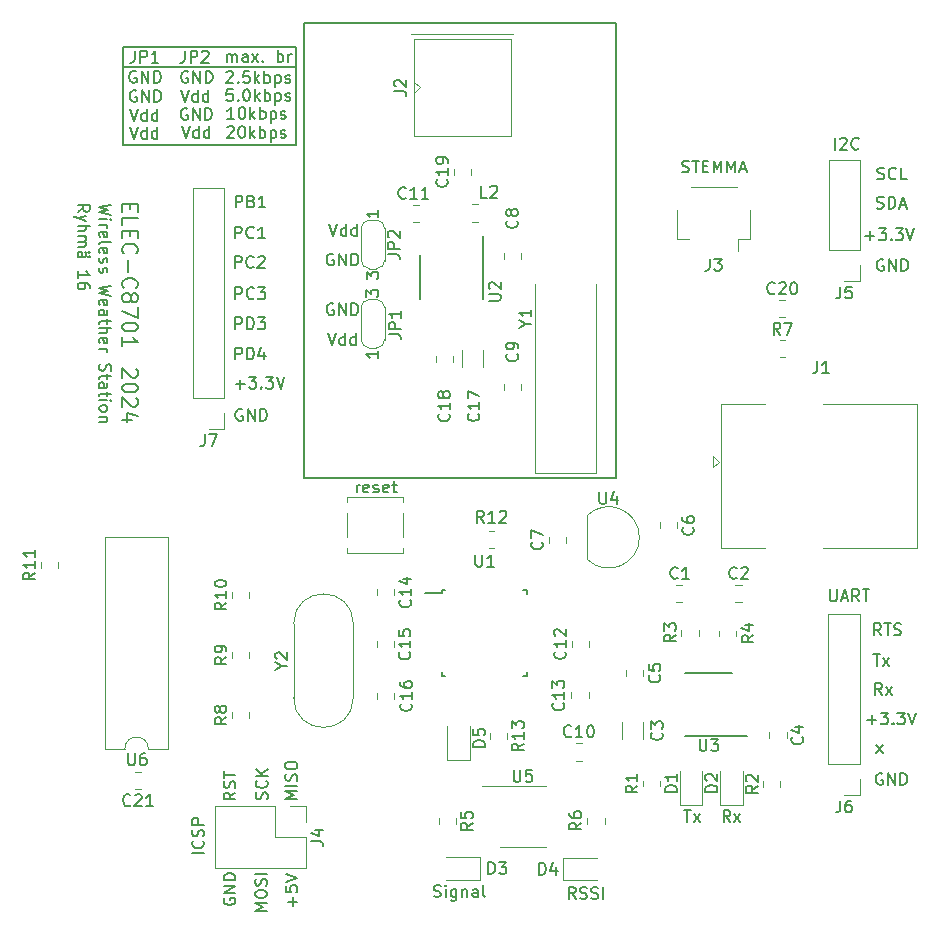
<source format=gbr>
%TF.GenerationSoftware,KiCad,Pcbnew,7.0.10*%
%TF.CreationDate,2024-11-11T15:21:43+02:00*%
%TF.ProjectId,Elektroniikkapaja-vastaanotin,456c656b-7472-46f6-9e69-696b6b617061,rev?*%
%TF.SameCoordinates,Original*%
%TF.FileFunction,Legend,Top*%
%TF.FilePolarity,Positive*%
%FSLAX46Y46*%
G04 Gerber Fmt 4.6, Leading zero omitted, Abs format (unit mm)*
G04 Created by KiCad (PCBNEW 7.0.10) date 2024-11-11 15:21:43*
%MOMM*%
%LPD*%
G01*
G04 APERTURE LIST*
%ADD10C,0.150000*%
%ADD11C,0.162500*%
%ADD12C,0.120000*%
%ADD13C,0.100000*%
G04 APERTURE END LIST*
D10*
X155030000Y-51190000D02*
X169650000Y-51190000D01*
X169650000Y-52930000D01*
X155030000Y-52930000D01*
X155030000Y-51190000D01*
X155030000Y-51190000D02*
X169650000Y-51190000D01*
X169650000Y-59540000D01*
X155030000Y-59540000D01*
X155030000Y-51190000D01*
X170350000Y-49230000D02*
X196780000Y-49230000D01*
X196780000Y-87720000D01*
X170350000Y-87720000D01*
X170350000Y-49230000D01*
X217866779Y-67198866D02*
X218628684Y-67198866D01*
X218247731Y-67579819D02*
X218247731Y-66817914D01*
X219009636Y-66579819D02*
X219628683Y-66579819D01*
X219628683Y-66579819D02*
X219295350Y-66960771D01*
X219295350Y-66960771D02*
X219438207Y-66960771D01*
X219438207Y-66960771D02*
X219533445Y-67008390D01*
X219533445Y-67008390D02*
X219581064Y-67056009D01*
X219581064Y-67056009D02*
X219628683Y-67151247D01*
X219628683Y-67151247D02*
X219628683Y-67389342D01*
X219628683Y-67389342D02*
X219581064Y-67484580D01*
X219581064Y-67484580D02*
X219533445Y-67532200D01*
X219533445Y-67532200D02*
X219438207Y-67579819D01*
X219438207Y-67579819D02*
X219152493Y-67579819D01*
X219152493Y-67579819D02*
X219057255Y-67532200D01*
X219057255Y-67532200D02*
X219009636Y-67484580D01*
X220057255Y-67484580D02*
X220104874Y-67532200D01*
X220104874Y-67532200D02*
X220057255Y-67579819D01*
X220057255Y-67579819D02*
X220009636Y-67532200D01*
X220009636Y-67532200D02*
X220057255Y-67484580D01*
X220057255Y-67484580D02*
X220057255Y-67579819D01*
X220438207Y-66579819D02*
X221057254Y-66579819D01*
X221057254Y-66579819D02*
X220723921Y-66960771D01*
X220723921Y-66960771D02*
X220866778Y-66960771D01*
X220866778Y-66960771D02*
X220962016Y-67008390D01*
X220962016Y-67008390D02*
X221009635Y-67056009D01*
X221009635Y-67056009D02*
X221057254Y-67151247D01*
X221057254Y-67151247D02*
X221057254Y-67389342D01*
X221057254Y-67389342D02*
X221009635Y-67484580D01*
X221009635Y-67484580D02*
X220962016Y-67532200D01*
X220962016Y-67532200D02*
X220866778Y-67579819D01*
X220866778Y-67579819D02*
X220581064Y-67579819D01*
X220581064Y-67579819D02*
X220485826Y-67532200D01*
X220485826Y-67532200D02*
X220438207Y-67484580D01*
X221342969Y-66579819D02*
X221676302Y-67579819D01*
X221676302Y-67579819D02*
X222009635Y-66579819D01*
X164292969Y-54789819D02*
X163816779Y-54789819D01*
X163816779Y-54789819D02*
X163769160Y-55266009D01*
X163769160Y-55266009D02*
X163816779Y-55218390D01*
X163816779Y-55218390D02*
X163912017Y-55170771D01*
X163912017Y-55170771D02*
X164150112Y-55170771D01*
X164150112Y-55170771D02*
X164245350Y-55218390D01*
X164245350Y-55218390D02*
X164292969Y-55266009D01*
X164292969Y-55266009D02*
X164340588Y-55361247D01*
X164340588Y-55361247D02*
X164340588Y-55599342D01*
X164340588Y-55599342D02*
X164292969Y-55694580D01*
X164292969Y-55694580D02*
X164245350Y-55742200D01*
X164245350Y-55742200D02*
X164150112Y-55789819D01*
X164150112Y-55789819D02*
X163912017Y-55789819D01*
X163912017Y-55789819D02*
X163816779Y-55742200D01*
X163816779Y-55742200D02*
X163769160Y-55694580D01*
X164769160Y-55694580D02*
X164816779Y-55742200D01*
X164816779Y-55742200D02*
X164769160Y-55789819D01*
X164769160Y-55789819D02*
X164721541Y-55742200D01*
X164721541Y-55742200D02*
X164769160Y-55694580D01*
X164769160Y-55694580D02*
X164769160Y-55789819D01*
X165435826Y-54789819D02*
X165531064Y-54789819D01*
X165531064Y-54789819D02*
X165626302Y-54837438D01*
X165626302Y-54837438D02*
X165673921Y-54885057D01*
X165673921Y-54885057D02*
X165721540Y-54980295D01*
X165721540Y-54980295D02*
X165769159Y-55170771D01*
X165769159Y-55170771D02*
X165769159Y-55408866D01*
X165769159Y-55408866D02*
X165721540Y-55599342D01*
X165721540Y-55599342D02*
X165673921Y-55694580D01*
X165673921Y-55694580D02*
X165626302Y-55742200D01*
X165626302Y-55742200D02*
X165531064Y-55789819D01*
X165531064Y-55789819D02*
X165435826Y-55789819D01*
X165435826Y-55789819D02*
X165340588Y-55742200D01*
X165340588Y-55742200D02*
X165292969Y-55694580D01*
X165292969Y-55694580D02*
X165245350Y-55599342D01*
X165245350Y-55599342D02*
X165197731Y-55408866D01*
X165197731Y-55408866D02*
X165197731Y-55170771D01*
X165197731Y-55170771D02*
X165245350Y-54980295D01*
X165245350Y-54980295D02*
X165292969Y-54885057D01*
X165292969Y-54885057D02*
X165340588Y-54837438D01*
X165340588Y-54837438D02*
X165435826Y-54789819D01*
X166197731Y-55789819D02*
X166197731Y-54789819D01*
X166292969Y-55408866D02*
X166578683Y-55789819D01*
X166578683Y-55123152D02*
X166197731Y-55504104D01*
X167007255Y-55789819D02*
X167007255Y-54789819D01*
X167007255Y-55170771D02*
X167102493Y-55123152D01*
X167102493Y-55123152D02*
X167292969Y-55123152D01*
X167292969Y-55123152D02*
X167388207Y-55170771D01*
X167388207Y-55170771D02*
X167435826Y-55218390D01*
X167435826Y-55218390D02*
X167483445Y-55313628D01*
X167483445Y-55313628D02*
X167483445Y-55599342D01*
X167483445Y-55599342D02*
X167435826Y-55694580D01*
X167435826Y-55694580D02*
X167388207Y-55742200D01*
X167388207Y-55742200D02*
X167292969Y-55789819D01*
X167292969Y-55789819D02*
X167102493Y-55789819D01*
X167102493Y-55789819D02*
X167007255Y-55742200D01*
X167912017Y-55123152D02*
X167912017Y-56123152D01*
X167912017Y-55170771D02*
X168007255Y-55123152D01*
X168007255Y-55123152D02*
X168197731Y-55123152D01*
X168197731Y-55123152D02*
X168292969Y-55170771D01*
X168292969Y-55170771D02*
X168340588Y-55218390D01*
X168340588Y-55218390D02*
X168388207Y-55313628D01*
X168388207Y-55313628D02*
X168388207Y-55599342D01*
X168388207Y-55599342D02*
X168340588Y-55694580D01*
X168340588Y-55694580D02*
X168292969Y-55742200D01*
X168292969Y-55742200D02*
X168197731Y-55789819D01*
X168197731Y-55789819D02*
X168007255Y-55789819D01*
X168007255Y-55789819D02*
X167912017Y-55742200D01*
X168769160Y-55742200D02*
X168864398Y-55789819D01*
X168864398Y-55789819D02*
X169054874Y-55789819D01*
X169054874Y-55789819D02*
X169150112Y-55742200D01*
X169150112Y-55742200D02*
X169197731Y-55646961D01*
X169197731Y-55646961D02*
X169197731Y-55599342D01*
X169197731Y-55599342D02*
X169150112Y-55504104D01*
X169150112Y-55504104D02*
X169054874Y-55456485D01*
X169054874Y-55456485D02*
X168912017Y-55456485D01*
X168912017Y-55456485D02*
X168816779Y-55408866D01*
X168816779Y-55408866D02*
X168769160Y-55313628D01*
X168769160Y-55313628D02*
X168769160Y-55266009D01*
X168769160Y-55266009D02*
X168816779Y-55170771D01*
X168816779Y-55170771D02*
X168912017Y-55123152D01*
X168912017Y-55123152D02*
X169054874Y-55123152D01*
X169054874Y-55123152D02*
X169150112Y-55170771D01*
X155583922Y-56499819D02*
X155917255Y-57499819D01*
X155917255Y-57499819D02*
X156250588Y-56499819D01*
X157012493Y-57499819D02*
X157012493Y-56499819D01*
X157012493Y-57452200D02*
X156917255Y-57499819D01*
X156917255Y-57499819D02*
X156726779Y-57499819D01*
X156726779Y-57499819D02*
X156631541Y-57452200D01*
X156631541Y-57452200D02*
X156583922Y-57404580D01*
X156583922Y-57404580D02*
X156536303Y-57309342D01*
X156536303Y-57309342D02*
X156536303Y-57023628D01*
X156536303Y-57023628D02*
X156583922Y-56928390D01*
X156583922Y-56928390D02*
X156631541Y-56880771D01*
X156631541Y-56880771D02*
X156726779Y-56833152D01*
X156726779Y-56833152D02*
X156917255Y-56833152D01*
X156917255Y-56833152D02*
X157012493Y-56880771D01*
X157917255Y-57499819D02*
X157917255Y-56499819D01*
X157917255Y-57452200D02*
X157822017Y-57499819D01*
X157822017Y-57499819D02*
X157631541Y-57499819D01*
X157631541Y-57499819D02*
X157536303Y-57452200D01*
X157536303Y-57452200D02*
X157488684Y-57404580D01*
X157488684Y-57404580D02*
X157441065Y-57309342D01*
X157441065Y-57309342D02*
X157441065Y-57023628D01*
X157441065Y-57023628D02*
X157488684Y-56928390D01*
X157488684Y-56928390D02*
X157536303Y-56880771D01*
X157536303Y-56880771D02*
X157631541Y-56833152D01*
X157631541Y-56833152D02*
X157822017Y-56833152D01*
X157822017Y-56833152D02*
X157917255Y-56880771D01*
X172830588Y-68767438D02*
X172735350Y-68719819D01*
X172735350Y-68719819D02*
X172592493Y-68719819D01*
X172592493Y-68719819D02*
X172449636Y-68767438D01*
X172449636Y-68767438D02*
X172354398Y-68862676D01*
X172354398Y-68862676D02*
X172306779Y-68957914D01*
X172306779Y-68957914D02*
X172259160Y-69148390D01*
X172259160Y-69148390D02*
X172259160Y-69291247D01*
X172259160Y-69291247D02*
X172306779Y-69481723D01*
X172306779Y-69481723D02*
X172354398Y-69576961D01*
X172354398Y-69576961D02*
X172449636Y-69672200D01*
X172449636Y-69672200D02*
X172592493Y-69719819D01*
X172592493Y-69719819D02*
X172687731Y-69719819D01*
X172687731Y-69719819D02*
X172830588Y-69672200D01*
X172830588Y-69672200D02*
X172878207Y-69624580D01*
X172878207Y-69624580D02*
X172878207Y-69291247D01*
X172878207Y-69291247D02*
X172687731Y-69291247D01*
X173306779Y-69719819D02*
X173306779Y-68719819D01*
X173306779Y-68719819D02*
X173878207Y-69719819D01*
X173878207Y-69719819D02*
X173878207Y-68719819D01*
X174354398Y-69719819D02*
X174354398Y-68719819D01*
X174354398Y-68719819D02*
X174592493Y-68719819D01*
X174592493Y-68719819D02*
X174735350Y-68767438D01*
X174735350Y-68767438D02*
X174830588Y-68862676D01*
X174830588Y-68862676D02*
X174878207Y-68957914D01*
X174878207Y-68957914D02*
X174925826Y-69148390D01*
X174925826Y-69148390D02*
X174925826Y-69291247D01*
X174925826Y-69291247D02*
X174878207Y-69481723D01*
X174878207Y-69481723D02*
X174830588Y-69576961D01*
X174830588Y-69576961D02*
X174735350Y-69672200D01*
X174735350Y-69672200D02*
X174592493Y-69719819D01*
X174592493Y-69719819D02*
X174354398Y-69719819D01*
X151190180Y-65178207D02*
X151666371Y-64844874D01*
X151190180Y-64606779D02*
X152190180Y-64606779D01*
X152190180Y-64606779D02*
X152190180Y-64987731D01*
X152190180Y-64987731D02*
X152142561Y-65082969D01*
X152142561Y-65082969D02*
X152094942Y-65130588D01*
X152094942Y-65130588D02*
X151999704Y-65178207D01*
X151999704Y-65178207D02*
X151856847Y-65178207D01*
X151856847Y-65178207D02*
X151761609Y-65130588D01*
X151761609Y-65130588D02*
X151713990Y-65082969D01*
X151713990Y-65082969D02*
X151666371Y-64987731D01*
X151666371Y-64987731D02*
X151666371Y-64606779D01*
X151856847Y-65511541D02*
X151190180Y-65749636D01*
X151856847Y-65987731D02*
X151190180Y-65749636D01*
X151190180Y-65749636D02*
X150952085Y-65654398D01*
X150952085Y-65654398D02*
X150904466Y-65606779D01*
X150904466Y-65606779D02*
X150856847Y-65511541D01*
X151190180Y-66368684D02*
X152190180Y-66368684D01*
X151190180Y-66797255D02*
X151713990Y-66797255D01*
X151713990Y-66797255D02*
X151809228Y-66749636D01*
X151809228Y-66749636D02*
X151856847Y-66654398D01*
X151856847Y-66654398D02*
X151856847Y-66511541D01*
X151856847Y-66511541D02*
X151809228Y-66416303D01*
X151809228Y-66416303D02*
X151761609Y-66368684D01*
X151190180Y-67273446D02*
X151856847Y-67273446D01*
X151761609Y-67273446D02*
X151809228Y-67321065D01*
X151809228Y-67321065D02*
X151856847Y-67416303D01*
X151856847Y-67416303D02*
X151856847Y-67559160D01*
X151856847Y-67559160D02*
X151809228Y-67654398D01*
X151809228Y-67654398D02*
X151713990Y-67702017D01*
X151713990Y-67702017D02*
X151190180Y-67702017D01*
X151713990Y-67702017D02*
X151809228Y-67749636D01*
X151809228Y-67749636D02*
X151856847Y-67844874D01*
X151856847Y-67844874D02*
X151856847Y-67987731D01*
X151856847Y-67987731D02*
X151809228Y-68082970D01*
X151809228Y-68082970D02*
X151713990Y-68130589D01*
X151713990Y-68130589D02*
X151190180Y-68130589D01*
X151190180Y-69035350D02*
X151713990Y-69035350D01*
X151713990Y-69035350D02*
X151809228Y-68987731D01*
X151809228Y-68987731D02*
X151856847Y-68892493D01*
X151856847Y-68892493D02*
X151856847Y-68702017D01*
X151856847Y-68702017D02*
X151809228Y-68606779D01*
X151237800Y-69035350D02*
X151190180Y-68940112D01*
X151190180Y-68940112D02*
X151190180Y-68702017D01*
X151190180Y-68702017D02*
X151237800Y-68606779D01*
X151237800Y-68606779D02*
X151333038Y-68559160D01*
X151333038Y-68559160D02*
X151428276Y-68559160D01*
X151428276Y-68559160D02*
X151523514Y-68606779D01*
X151523514Y-68606779D02*
X151571133Y-68702017D01*
X151571133Y-68702017D02*
X151571133Y-68940112D01*
X151571133Y-68940112D02*
X151618752Y-69035350D01*
X152190180Y-68606779D02*
X152142561Y-68654398D01*
X152142561Y-68654398D02*
X152094942Y-68606779D01*
X152094942Y-68606779D02*
X152142561Y-68559160D01*
X152142561Y-68559160D02*
X152190180Y-68606779D01*
X152190180Y-68606779D02*
X152094942Y-68606779D01*
X152190180Y-68987731D02*
X152142561Y-69035350D01*
X152142561Y-69035350D02*
X152094942Y-68987731D01*
X152094942Y-68987731D02*
X152142561Y-68940112D01*
X152142561Y-68940112D02*
X152190180Y-68987731D01*
X152190180Y-68987731D02*
X152094942Y-68987731D01*
X151190180Y-70797255D02*
X151190180Y-70225827D01*
X151190180Y-70511541D02*
X152190180Y-70511541D01*
X152190180Y-70511541D02*
X152047323Y-70416303D01*
X152047323Y-70416303D02*
X151952085Y-70321065D01*
X151952085Y-70321065D02*
X151904466Y-70225827D01*
X152190180Y-71654398D02*
X152190180Y-71463922D01*
X152190180Y-71463922D02*
X152142561Y-71368684D01*
X152142561Y-71368684D02*
X152094942Y-71321065D01*
X152094942Y-71321065D02*
X151952085Y-71225827D01*
X151952085Y-71225827D02*
X151761609Y-71178208D01*
X151761609Y-71178208D02*
X151380657Y-71178208D01*
X151380657Y-71178208D02*
X151285419Y-71225827D01*
X151285419Y-71225827D02*
X151237800Y-71273446D01*
X151237800Y-71273446D02*
X151190180Y-71368684D01*
X151190180Y-71368684D02*
X151190180Y-71559160D01*
X151190180Y-71559160D02*
X151237800Y-71654398D01*
X151237800Y-71654398D02*
X151285419Y-71702017D01*
X151285419Y-71702017D02*
X151380657Y-71749636D01*
X151380657Y-71749636D02*
X151618752Y-71749636D01*
X151618752Y-71749636D02*
X151713990Y-71702017D01*
X151713990Y-71702017D02*
X151761609Y-71654398D01*
X151761609Y-71654398D02*
X151809228Y-71559160D01*
X151809228Y-71559160D02*
X151809228Y-71368684D01*
X151809228Y-71368684D02*
X151761609Y-71273446D01*
X151761609Y-71273446D02*
X151713990Y-71225827D01*
X151713990Y-71225827D02*
X151618752Y-71178208D01*
X164539819Y-114351792D02*
X164063628Y-114685125D01*
X164539819Y-114923220D02*
X163539819Y-114923220D01*
X163539819Y-114923220D02*
X163539819Y-114542268D01*
X163539819Y-114542268D02*
X163587438Y-114447030D01*
X163587438Y-114447030D02*
X163635057Y-114399411D01*
X163635057Y-114399411D02*
X163730295Y-114351792D01*
X163730295Y-114351792D02*
X163873152Y-114351792D01*
X163873152Y-114351792D02*
X163968390Y-114399411D01*
X163968390Y-114399411D02*
X164016009Y-114447030D01*
X164016009Y-114447030D02*
X164063628Y-114542268D01*
X164063628Y-114542268D02*
X164063628Y-114923220D01*
X164492200Y-113970839D02*
X164539819Y-113827982D01*
X164539819Y-113827982D02*
X164539819Y-113589887D01*
X164539819Y-113589887D02*
X164492200Y-113494649D01*
X164492200Y-113494649D02*
X164444580Y-113447030D01*
X164444580Y-113447030D02*
X164349342Y-113399411D01*
X164349342Y-113399411D02*
X164254104Y-113399411D01*
X164254104Y-113399411D02*
X164158866Y-113447030D01*
X164158866Y-113447030D02*
X164111247Y-113494649D01*
X164111247Y-113494649D02*
X164063628Y-113589887D01*
X164063628Y-113589887D02*
X164016009Y-113780363D01*
X164016009Y-113780363D02*
X163968390Y-113875601D01*
X163968390Y-113875601D02*
X163920771Y-113923220D01*
X163920771Y-113923220D02*
X163825533Y-113970839D01*
X163825533Y-113970839D02*
X163730295Y-113970839D01*
X163730295Y-113970839D02*
X163635057Y-113923220D01*
X163635057Y-113923220D02*
X163587438Y-113875601D01*
X163587438Y-113875601D02*
X163539819Y-113780363D01*
X163539819Y-113780363D02*
X163539819Y-113542268D01*
X163539819Y-113542268D02*
X163587438Y-113399411D01*
X163539819Y-113113696D02*
X163539819Y-112542268D01*
X164539819Y-112827982D02*
X163539819Y-112827982D01*
X174796779Y-88949819D02*
X174796779Y-88283152D01*
X174796779Y-88473628D02*
X174844398Y-88378390D01*
X174844398Y-88378390D02*
X174892017Y-88330771D01*
X174892017Y-88330771D02*
X174987255Y-88283152D01*
X174987255Y-88283152D02*
X175082493Y-88283152D01*
X175796779Y-88902200D02*
X175701541Y-88949819D01*
X175701541Y-88949819D02*
X175511065Y-88949819D01*
X175511065Y-88949819D02*
X175415827Y-88902200D01*
X175415827Y-88902200D02*
X175368208Y-88806961D01*
X175368208Y-88806961D02*
X175368208Y-88426009D01*
X175368208Y-88426009D02*
X175415827Y-88330771D01*
X175415827Y-88330771D02*
X175511065Y-88283152D01*
X175511065Y-88283152D02*
X175701541Y-88283152D01*
X175701541Y-88283152D02*
X175796779Y-88330771D01*
X175796779Y-88330771D02*
X175844398Y-88426009D01*
X175844398Y-88426009D02*
X175844398Y-88521247D01*
X175844398Y-88521247D02*
X175368208Y-88616485D01*
X176225351Y-88902200D02*
X176320589Y-88949819D01*
X176320589Y-88949819D02*
X176511065Y-88949819D01*
X176511065Y-88949819D02*
X176606303Y-88902200D01*
X176606303Y-88902200D02*
X176653922Y-88806961D01*
X176653922Y-88806961D02*
X176653922Y-88759342D01*
X176653922Y-88759342D02*
X176606303Y-88664104D01*
X176606303Y-88664104D02*
X176511065Y-88616485D01*
X176511065Y-88616485D02*
X176368208Y-88616485D01*
X176368208Y-88616485D02*
X176272970Y-88568866D01*
X176272970Y-88568866D02*
X176225351Y-88473628D01*
X176225351Y-88473628D02*
X176225351Y-88426009D01*
X176225351Y-88426009D02*
X176272970Y-88330771D01*
X176272970Y-88330771D02*
X176368208Y-88283152D01*
X176368208Y-88283152D02*
X176511065Y-88283152D01*
X176511065Y-88283152D02*
X176606303Y-88330771D01*
X177463446Y-88902200D02*
X177368208Y-88949819D01*
X177368208Y-88949819D02*
X177177732Y-88949819D01*
X177177732Y-88949819D02*
X177082494Y-88902200D01*
X177082494Y-88902200D02*
X177034875Y-88806961D01*
X177034875Y-88806961D02*
X177034875Y-88426009D01*
X177034875Y-88426009D02*
X177082494Y-88330771D01*
X177082494Y-88330771D02*
X177177732Y-88283152D01*
X177177732Y-88283152D02*
X177368208Y-88283152D01*
X177368208Y-88283152D02*
X177463446Y-88330771D01*
X177463446Y-88330771D02*
X177511065Y-88426009D01*
X177511065Y-88426009D02*
X177511065Y-88521247D01*
X177511065Y-88521247D02*
X177034875Y-88616485D01*
X177796780Y-88283152D02*
X178177732Y-88283152D01*
X177939637Y-87949819D02*
X177939637Y-88806961D01*
X177939637Y-88806961D02*
X177987256Y-88902200D01*
X177987256Y-88902200D02*
X178082494Y-88949819D01*
X178082494Y-88949819D02*
X178177732Y-88949819D01*
D11*
X155628497Y-64546430D02*
X155628497Y-64979764D01*
X154947545Y-65165478D02*
X154947545Y-64546430D01*
X154947545Y-64546430D02*
X156247545Y-64546430D01*
X156247545Y-64546430D02*
X156247545Y-65165478D01*
X154947545Y-66341668D02*
X154947545Y-65722620D01*
X154947545Y-65722620D02*
X156247545Y-65722620D01*
X155628497Y-66775001D02*
X155628497Y-67208335D01*
X154947545Y-67394049D02*
X154947545Y-66775001D01*
X154947545Y-66775001D02*
X156247545Y-66775001D01*
X156247545Y-66775001D02*
X156247545Y-67394049D01*
X155071354Y-68694048D02*
X155009450Y-68632144D01*
X155009450Y-68632144D02*
X154947545Y-68446429D01*
X154947545Y-68446429D02*
X154947545Y-68322620D01*
X154947545Y-68322620D02*
X155009450Y-68136906D01*
X155009450Y-68136906D02*
X155133259Y-68013096D01*
X155133259Y-68013096D02*
X155257069Y-67951191D01*
X155257069Y-67951191D02*
X155504688Y-67889287D01*
X155504688Y-67889287D02*
X155690402Y-67889287D01*
X155690402Y-67889287D02*
X155938021Y-67951191D01*
X155938021Y-67951191D02*
X156061830Y-68013096D01*
X156061830Y-68013096D02*
X156185640Y-68136906D01*
X156185640Y-68136906D02*
X156247545Y-68322620D01*
X156247545Y-68322620D02*
X156247545Y-68446429D01*
X156247545Y-68446429D02*
X156185640Y-68632144D01*
X156185640Y-68632144D02*
X156123735Y-68694048D01*
X155442783Y-69251191D02*
X155442783Y-70241668D01*
X155071354Y-71603572D02*
X155009450Y-71541668D01*
X155009450Y-71541668D02*
X154947545Y-71355953D01*
X154947545Y-71355953D02*
X154947545Y-71232144D01*
X154947545Y-71232144D02*
X155009450Y-71046430D01*
X155009450Y-71046430D02*
X155133259Y-70922620D01*
X155133259Y-70922620D02*
X155257069Y-70860715D01*
X155257069Y-70860715D02*
X155504688Y-70798811D01*
X155504688Y-70798811D02*
X155690402Y-70798811D01*
X155690402Y-70798811D02*
X155938021Y-70860715D01*
X155938021Y-70860715D02*
X156061830Y-70922620D01*
X156061830Y-70922620D02*
X156185640Y-71046430D01*
X156185640Y-71046430D02*
X156247545Y-71232144D01*
X156247545Y-71232144D02*
X156247545Y-71355953D01*
X156247545Y-71355953D02*
X156185640Y-71541668D01*
X156185640Y-71541668D02*
X156123735Y-71603572D01*
X155690402Y-72346430D02*
X155752307Y-72222620D01*
X155752307Y-72222620D02*
X155814211Y-72160715D01*
X155814211Y-72160715D02*
X155938021Y-72098811D01*
X155938021Y-72098811D02*
X155999926Y-72098811D01*
X155999926Y-72098811D02*
X156123735Y-72160715D01*
X156123735Y-72160715D02*
X156185640Y-72222620D01*
X156185640Y-72222620D02*
X156247545Y-72346430D01*
X156247545Y-72346430D02*
X156247545Y-72594049D01*
X156247545Y-72594049D02*
X156185640Y-72717858D01*
X156185640Y-72717858D02*
X156123735Y-72779763D01*
X156123735Y-72779763D02*
X155999926Y-72841668D01*
X155999926Y-72841668D02*
X155938021Y-72841668D01*
X155938021Y-72841668D02*
X155814211Y-72779763D01*
X155814211Y-72779763D02*
X155752307Y-72717858D01*
X155752307Y-72717858D02*
X155690402Y-72594049D01*
X155690402Y-72594049D02*
X155690402Y-72346430D01*
X155690402Y-72346430D02*
X155628497Y-72222620D01*
X155628497Y-72222620D02*
X155566592Y-72160715D01*
X155566592Y-72160715D02*
X155442783Y-72098811D01*
X155442783Y-72098811D02*
X155195164Y-72098811D01*
X155195164Y-72098811D02*
X155071354Y-72160715D01*
X155071354Y-72160715D02*
X155009450Y-72222620D01*
X155009450Y-72222620D02*
X154947545Y-72346430D01*
X154947545Y-72346430D02*
X154947545Y-72594049D01*
X154947545Y-72594049D02*
X155009450Y-72717858D01*
X155009450Y-72717858D02*
X155071354Y-72779763D01*
X155071354Y-72779763D02*
X155195164Y-72841668D01*
X155195164Y-72841668D02*
X155442783Y-72841668D01*
X155442783Y-72841668D02*
X155566592Y-72779763D01*
X155566592Y-72779763D02*
X155628497Y-72717858D01*
X155628497Y-72717858D02*
X155690402Y-72594049D01*
X156247545Y-73275001D02*
X156247545Y-74141667D01*
X156247545Y-74141667D02*
X154947545Y-73584525D01*
X156247545Y-74884524D02*
X156247545Y-75008334D01*
X156247545Y-75008334D02*
X156185640Y-75132143D01*
X156185640Y-75132143D02*
X156123735Y-75194048D01*
X156123735Y-75194048D02*
X155999926Y-75255953D01*
X155999926Y-75255953D02*
X155752307Y-75317858D01*
X155752307Y-75317858D02*
X155442783Y-75317858D01*
X155442783Y-75317858D02*
X155195164Y-75255953D01*
X155195164Y-75255953D02*
X155071354Y-75194048D01*
X155071354Y-75194048D02*
X155009450Y-75132143D01*
X155009450Y-75132143D02*
X154947545Y-75008334D01*
X154947545Y-75008334D02*
X154947545Y-74884524D01*
X154947545Y-74884524D02*
X155009450Y-74760715D01*
X155009450Y-74760715D02*
X155071354Y-74698810D01*
X155071354Y-74698810D02*
X155195164Y-74636905D01*
X155195164Y-74636905D02*
X155442783Y-74575001D01*
X155442783Y-74575001D02*
X155752307Y-74575001D01*
X155752307Y-74575001D02*
X155999926Y-74636905D01*
X155999926Y-74636905D02*
X156123735Y-74698810D01*
X156123735Y-74698810D02*
X156185640Y-74760715D01*
X156185640Y-74760715D02*
X156247545Y-74884524D01*
X154947545Y-76555953D02*
X154947545Y-75813096D01*
X154947545Y-76184524D02*
X156247545Y-76184524D01*
X156247545Y-76184524D02*
X156061830Y-76060715D01*
X156061830Y-76060715D02*
X155938021Y-75936905D01*
X155938021Y-75936905D02*
X155876116Y-75813096D01*
X156123735Y-78484526D02*
X156185640Y-78546430D01*
X156185640Y-78546430D02*
X156247545Y-78670240D01*
X156247545Y-78670240D02*
X156247545Y-78979764D01*
X156247545Y-78979764D02*
X156185640Y-79103573D01*
X156185640Y-79103573D02*
X156123735Y-79165478D01*
X156123735Y-79165478D02*
X155999926Y-79227383D01*
X155999926Y-79227383D02*
X155876116Y-79227383D01*
X155876116Y-79227383D02*
X155690402Y-79165478D01*
X155690402Y-79165478D02*
X154947545Y-78422621D01*
X154947545Y-78422621D02*
X154947545Y-79227383D01*
X156247545Y-80032144D02*
X156247545Y-80155954D01*
X156247545Y-80155954D02*
X156185640Y-80279763D01*
X156185640Y-80279763D02*
X156123735Y-80341668D01*
X156123735Y-80341668D02*
X155999926Y-80403573D01*
X155999926Y-80403573D02*
X155752307Y-80465478D01*
X155752307Y-80465478D02*
X155442783Y-80465478D01*
X155442783Y-80465478D02*
X155195164Y-80403573D01*
X155195164Y-80403573D02*
X155071354Y-80341668D01*
X155071354Y-80341668D02*
X155009450Y-80279763D01*
X155009450Y-80279763D02*
X154947545Y-80155954D01*
X154947545Y-80155954D02*
X154947545Y-80032144D01*
X154947545Y-80032144D02*
X155009450Y-79908335D01*
X155009450Y-79908335D02*
X155071354Y-79846430D01*
X155071354Y-79846430D02*
X155195164Y-79784525D01*
X155195164Y-79784525D02*
X155442783Y-79722621D01*
X155442783Y-79722621D02*
X155752307Y-79722621D01*
X155752307Y-79722621D02*
X155999926Y-79784525D01*
X155999926Y-79784525D02*
X156123735Y-79846430D01*
X156123735Y-79846430D02*
X156185640Y-79908335D01*
X156185640Y-79908335D02*
X156247545Y-80032144D01*
X156123735Y-80960716D02*
X156185640Y-81022620D01*
X156185640Y-81022620D02*
X156247545Y-81146430D01*
X156247545Y-81146430D02*
X156247545Y-81455954D01*
X156247545Y-81455954D02*
X156185640Y-81579763D01*
X156185640Y-81579763D02*
X156123735Y-81641668D01*
X156123735Y-81641668D02*
X155999926Y-81703573D01*
X155999926Y-81703573D02*
X155876116Y-81703573D01*
X155876116Y-81703573D02*
X155690402Y-81641668D01*
X155690402Y-81641668D02*
X154947545Y-80898811D01*
X154947545Y-80898811D02*
X154947545Y-81703573D01*
X155814211Y-82817858D02*
X154947545Y-82817858D01*
X156309450Y-82508334D02*
X155380878Y-82198811D01*
X155380878Y-82198811D02*
X155380878Y-83003572D01*
D10*
X164526779Y-75119819D02*
X164526779Y-74119819D01*
X164526779Y-74119819D02*
X164907731Y-74119819D01*
X164907731Y-74119819D02*
X165002969Y-74167438D01*
X165002969Y-74167438D02*
X165050588Y-74215057D01*
X165050588Y-74215057D02*
X165098207Y-74310295D01*
X165098207Y-74310295D02*
X165098207Y-74453152D01*
X165098207Y-74453152D02*
X165050588Y-74548390D01*
X165050588Y-74548390D02*
X165002969Y-74596009D01*
X165002969Y-74596009D02*
X164907731Y-74643628D01*
X164907731Y-74643628D02*
X164526779Y-74643628D01*
X165526779Y-75119819D02*
X165526779Y-74119819D01*
X165526779Y-74119819D02*
X165764874Y-74119819D01*
X165764874Y-74119819D02*
X165907731Y-74167438D01*
X165907731Y-74167438D02*
X166002969Y-74262676D01*
X166002969Y-74262676D02*
X166050588Y-74357914D01*
X166050588Y-74357914D02*
X166098207Y-74548390D01*
X166098207Y-74548390D02*
X166098207Y-74691247D01*
X166098207Y-74691247D02*
X166050588Y-74881723D01*
X166050588Y-74881723D02*
X166002969Y-74976961D01*
X166002969Y-74976961D02*
X165907731Y-75072200D01*
X165907731Y-75072200D02*
X165764874Y-75119819D01*
X165764874Y-75119819D02*
X165526779Y-75119819D01*
X166431541Y-74119819D02*
X167050588Y-74119819D01*
X167050588Y-74119819D02*
X166717255Y-74500771D01*
X166717255Y-74500771D02*
X166860112Y-74500771D01*
X166860112Y-74500771D02*
X166955350Y-74548390D01*
X166955350Y-74548390D02*
X167002969Y-74596009D01*
X167002969Y-74596009D02*
X167050588Y-74691247D01*
X167050588Y-74691247D02*
X167050588Y-74929342D01*
X167050588Y-74929342D02*
X167002969Y-75024580D01*
X167002969Y-75024580D02*
X166955350Y-75072200D01*
X166955350Y-75072200D02*
X166860112Y-75119819D01*
X166860112Y-75119819D02*
X166574398Y-75119819D01*
X166574398Y-75119819D02*
X166479160Y-75072200D01*
X166479160Y-75072200D02*
X166431541Y-75024580D01*
X164420588Y-57329819D02*
X163849160Y-57329819D01*
X164134874Y-57329819D02*
X164134874Y-56329819D01*
X164134874Y-56329819D02*
X164039636Y-56472676D01*
X164039636Y-56472676D02*
X163944398Y-56567914D01*
X163944398Y-56567914D02*
X163849160Y-56615533D01*
X165039636Y-56329819D02*
X165134874Y-56329819D01*
X165134874Y-56329819D02*
X165230112Y-56377438D01*
X165230112Y-56377438D02*
X165277731Y-56425057D01*
X165277731Y-56425057D02*
X165325350Y-56520295D01*
X165325350Y-56520295D02*
X165372969Y-56710771D01*
X165372969Y-56710771D02*
X165372969Y-56948866D01*
X165372969Y-56948866D02*
X165325350Y-57139342D01*
X165325350Y-57139342D02*
X165277731Y-57234580D01*
X165277731Y-57234580D02*
X165230112Y-57282200D01*
X165230112Y-57282200D02*
X165134874Y-57329819D01*
X165134874Y-57329819D02*
X165039636Y-57329819D01*
X165039636Y-57329819D02*
X164944398Y-57282200D01*
X164944398Y-57282200D02*
X164896779Y-57234580D01*
X164896779Y-57234580D02*
X164849160Y-57139342D01*
X164849160Y-57139342D02*
X164801541Y-56948866D01*
X164801541Y-56948866D02*
X164801541Y-56710771D01*
X164801541Y-56710771D02*
X164849160Y-56520295D01*
X164849160Y-56520295D02*
X164896779Y-56425057D01*
X164896779Y-56425057D02*
X164944398Y-56377438D01*
X164944398Y-56377438D02*
X165039636Y-56329819D01*
X165801541Y-57329819D02*
X165801541Y-56329819D01*
X165896779Y-56948866D02*
X166182493Y-57329819D01*
X166182493Y-56663152D02*
X165801541Y-57044104D01*
X166611065Y-57329819D02*
X166611065Y-56329819D01*
X166611065Y-56710771D02*
X166706303Y-56663152D01*
X166706303Y-56663152D02*
X166896779Y-56663152D01*
X166896779Y-56663152D02*
X166992017Y-56710771D01*
X166992017Y-56710771D02*
X167039636Y-56758390D01*
X167039636Y-56758390D02*
X167087255Y-56853628D01*
X167087255Y-56853628D02*
X167087255Y-57139342D01*
X167087255Y-57139342D02*
X167039636Y-57234580D01*
X167039636Y-57234580D02*
X166992017Y-57282200D01*
X166992017Y-57282200D02*
X166896779Y-57329819D01*
X166896779Y-57329819D02*
X166706303Y-57329819D01*
X166706303Y-57329819D02*
X166611065Y-57282200D01*
X167515827Y-56663152D02*
X167515827Y-57663152D01*
X167515827Y-56710771D02*
X167611065Y-56663152D01*
X167611065Y-56663152D02*
X167801541Y-56663152D01*
X167801541Y-56663152D02*
X167896779Y-56710771D01*
X167896779Y-56710771D02*
X167944398Y-56758390D01*
X167944398Y-56758390D02*
X167992017Y-56853628D01*
X167992017Y-56853628D02*
X167992017Y-57139342D01*
X167992017Y-57139342D02*
X167944398Y-57234580D01*
X167944398Y-57234580D02*
X167896779Y-57282200D01*
X167896779Y-57282200D02*
X167801541Y-57329819D01*
X167801541Y-57329819D02*
X167611065Y-57329819D01*
X167611065Y-57329819D02*
X167515827Y-57282200D01*
X168372970Y-57282200D02*
X168468208Y-57329819D01*
X168468208Y-57329819D02*
X168658684Y-57329819D01*
X168658684Y-57329819D02*
X168753922Y-57282200D01*
X168753922Y-57282200D02*
X168801541Y-57186961D01*
X168801541Y-57186961D02*
X168801541Y-57139342D01*
X168801541Y-57139342D02*
X168753922Y-57044104D01*
X168753922Y-57044104D02*
X168658684Y-56996485D01*
X168658684Y-56996485D02*
X168515827Y-56996485D01*
X168515827Y-56996485D02*
X168420589Y-56948866D01*
X168420589Y-56948866D02*
X168372970Y-56853628D01*
X168372970Y-56853628D02*
X168372970Y-56806009D01*
X168372970Y-56806009D02*
X168420589Y-56710771D01*
X168420589Y-56710771D02*
X168515827Y-56663152D01*
X168515827Y-56663152D02*
X168658684Y-56663152D01*
X168658684Y-56663152D02*
X168753922Y-56710771D01*
X181339160Y-123152200D02*
X181482017Y-123199819D01*
X181482017Y-123199819D02*
X181720112Y-123199819D01*
X181720112Y-123199819D02*
X181815350Y-123152200D01*
X181815350Y-123152200D02*
X181862969Y-123104580D01*
X181862969Y-123104580D02*
X181910588Y-123009342D01*
X181910588Y-123009342D02*
X181910588Y-122914104D01*
X181910588Y-122914104D02*
X181862969Y-122818866D01*
X181862969Y-122818866D02*
X181815350Y-122771247D01*
X181815350Y-122771247D02*
X181720112Y-122723628D01*
X181720112Y-122723628D02*
X181529636Y-122676009D01*
X181529636Y-122676009D02*
X181434398Y-122628390D01*
X181434398Y-122628390D02*
X181386779Y-122580771D01*
X181386779Y-122580771D02*
X181339160Y-122485533D01*
X181339160Y-122485533D02*
X181339160Y-122390295D01*
X181339160Y-122390295D02*
X181386779Y-122295057D01*
X181386779Y-122295057D02*
X181434398Y-122247438D01*
X181434398Y-122247438D02*
X181529636Y-122199819D01*
X181529636Y-122199819D02*
X181767731Y-122199819D01*
X181767731Y-122199819D02*
X181910588Y-122247438D01*
X182339160Y-123199819D02*
X182339160Y-122533152D01*
X182339160Y-122199819D02*
X182291541Y-122247438D01*
X182291541Y-122247438D02*
X182339160Y-122295057D01*
X182339160Y-122295057D02*
X182386779Y-122247438D01*
X182386779Y-122247438D02*
X182339160Y-122199819D01*
X182339160Y-122199819D02*
X182339160Y-122295057D01*
X183243921Y-122533152D02*
X183243921Y-123342676D01*
X183243921Y-123342676D02*
X183196302Y-123437914D01*
X183196302Y-123437914D02*
X183148683Y-123485533D01*
X183148683Y-123485533D02*
X183053445Y-123533152D01*
X183053445Y-123533152D02*
X182910588Y-123533152D01*
X182910588Y-123533152D02*
X182815350Y-123485533D01*
X183243921Y-123152200D02*
X183148683Y-123199819D01*
X183148683Y-123199819D02*
X182958207Y-123199819D01*
X182958207Y-123199819D02*
X182862969Y-123152200D01*
X182862969Y-123152200D02*
X182815350Y-123104580D01*
X182815350Y-123104580D02*
X182767731Y-123009342D01*
X182767731Y-123009342D02*
X182767731Y-122723628D01*
X182767731Y-122723628D02*
X182815350Y-122628390D01*
X182815350Y-122628390D02*
X182862969Y-122580771D01*
X182862969Y-122580771D02*
X182958207Y-122533152D01*
X182958207Y-122533152D02*
X183148683Y-122533152D01*
X183148683Y-122533152D02*
X183243921Y-122580771D01*
X183720112Y-122533152D02*
X183720112Y-123199819D01*
X183720112Y-122628390D02*
X183767731Y-122580771D01*
X183767731Y-122580771D02*
X183862969Y-122533152D01*
X183862969Y-122533152D02*
X184005826Y-122533152D01*
X184005826Y-122533152D02*
X184101064Y-122580771D01*
X184101064Y-122580771D02*
X184148683Y-122676009D01*
X184148683Y-122676009D02*
X184148683Y-123199819D01*
X185053445Y-123199819D02*
X185053445Y-122676009D01*
X185053445Y-122676009D02*
X185005826Y-122580771D01*
X185005826Y-122580771D02*
X184910588Y-122533152D01*
X184910588Y-122533152D02*
X184720112Y-122533152D01*
X184720112Y-122533152D02*
X184624874Y-122580771D01*
X185053445Y-123152200D02*
X184958207Y-123199819D01*
X184958207Y-123199819D02*
X184720112Y-123199819D01*
X184720112Y-123199819D02*
X184624874Y-123152200D01*
X184624874Y-123152200D02*
X184577255Y-123056961D01*
X184577255Y-123056961D02*
X184577255Y-122961723D01*
X184577255Y-122961723D02*
X184624874Y-122866485D01*
X184624874Y-122866485D02*
X184720112Y-122818866D01*
X184720112Y-122818866D02*
X184958207Y-122818866D01*
X184958207Y-122818866D02*
X185053445Y-122771247D01*
X185672493Y-123199819D02*
X185577255Y-123152200D01*
X185577255Y-123152200D02*
X185529636Y-123056961D01*
X185529636Y-123056961D02*
X185529636Y-122199819D01*
X156150588Y-54927438D02*
X156055350Y-54879819D01*
X156055350Y-54879819D02*
X155912493Y-54879819D01*
X155912493Y-54879819D02*
X155769636Y-54927438D01*
X155769636Y-54927438D02*
X155674398Y-55022676D01*
X155674398Y-55022676D02*
X155626779Y-55117914D01*
X155626779Y-55117914D02*
X155579160Y-55308390D01*
X155579160Y-55308390D02*
X155579160Y-55451247D01*
X155579160Y-55451247D02*
X155626779Y-55641723D01*
X155626779Y-55641723D02*
X155674398Y-55736961D01*
X155674398Y-55736961D02*
X155769636Y-55832200D01*
X155769636Y-55832200D02*
X155912493Y-55879819D01*
X155912493Y-55879819D02*
X156007731Y-55879819D01*
X156007731Y-55879819D02*
X156150588Y-55832200D01*
X156150588Y-55832200D02*
X156198207Y-55784580D01*
X156198207Y-55784580D02*
X156198207Y-55451247D01*
X156198207Y-55451247D02*
X156007731Y-55451247D01*
X156626779Y-55879819D02*
X156626779Y-54879819D01*
X156626779Y-54879819D02*
X157198207Y-55879819D01*
X157198207Y-55879819D02*
X157198207Y-54879819D01*
X157674398Y-55879819D02*
X157674398Y-54879819D01*
X157674398Y-54879819D02*
X157912493Y-54879819D01*
X157912493Y-54879819D02*
X158055350Y-54927438D01*
X158055350Y-54927438D02*
X158150588Y-55022676D01*
X158150588Y-55022676D02*
X158198207Y-55117914D01*
X158198207Y-55117914D02*
X158245826Y-55308390D01*
X158245826Y-55308390D02*
X158245826Y-55451247D01*
X158245826Y-55451247D02*
X158198207Y-55641723D01*
X158198207Y-55641723D02*
X158150588Y-55736961D01*
X158150588Y-55736961D02*
X158055350Y-55832200D01*
X158055350Y-55832200D02*
X157912493Y-55879819D01*
X157912493Y-55879819D02*
X157674398Y-55879819D01*
X219178207Y-101039819D02*
X218844874Y-100563628D01*
X218606779Y-101039819D02*
X218606779Y-100039819D01*
X218606779Y-100039819D02*
X218987731Y-100039819D01*
X218987731Y-100039819D02*
X219082969Y-100087438D01*
X219082969Y-100087438D02*
X219130588Y-100135057D01*
X219130588Y-100135057D02*
X219178207Y-100230295D01*
X219178207Y-100230295D02*
X219178207Y-100373152D01*
X219178207Y-100373152D02*
X219130588Y-100468390D01*
X219130588Y-100468390D02*
X219082969Y-100516009D01*
X219082969Y-100516009D02*
X218987731Y-100563628D01*
X218987731Y-100563628D02*
X218606779Y-100563628D01*
X219463922Y-100039819D02*
X220035350Y-100039819D01*
X219749636Y-101039819D02*
X219749636Y-100039819D01*
X220321065Y-100992200D02*
X220463922Y-101039819D01*
X220463922Y-101039819D02*
X220702017Y-101039819D01*
X220702017Y-101039819D02*
X220797255Y-100992200D01*
X220797255Y-100992200D02*
X220844874Y-100944580D01*
X220844874Y-100944580D02*
X220892493Y-100849342D01*
X220892493Y-100849342D02*
X220892493Y-100754104D01*
X220892493Y-100754104D02*
X220844874Y-100658866D01*
X220844874Y-100658866D02*
X220797255Y-100611247D01*
X220797255Y-100611247D02*
X220702017Y-100563628D01*
X220702017Y-100563628D02*
X220511541Y-100516009D01*
X220511541Y-100516009D02*
X220416303Y-100468390D01*
X220416303Y-100468390D02*
X220368684Y-100420771D01*
X220368684Y-100420771D02*
X220321065Y-100325533D01*
X220321065Y-100325533D02*
X220321065Y-100230295D01*
X220321065Y-100230295D02*
X220368684Y-100135057D01*
X220368684Y-100135057D02*
X220416303Y-100087438D01*
X220416303Y-100087438D02*
X220511541Y-100039819D01*
X220511541Y-100039819D02*
X220749636Y-100039819D01*
X220749636Y-100039819D02*
X220892493Y-100087438D01*
X163839160Y-58035057D02*
X163886779Y-57987438D01*
X163886779Y-57987438D02*
X163982017Y-57939819D01*
X163982017Y-57939819D02*
X164220112Y-57939819D01*
X164220112Y-57939819D02*
X164315350Y-57987438D01*
X164315350Y-57987438D02*
X164362969Y-58035057D01*
X164362969Y-58035057D02*
X164410588Y-58130295D01*
X164410588Y-58130295D02*
X164410588Y-58225533D01*
X164410588Y-58225533D02*
X164362969Y-58368390D01*
X164362969Y-58368390D02*
X163791541Y-58939819D01*
X163791541Y-58939819D02*
X164410588Y-58939819D01*
X165029636Y-57939819D02*
X165124874Y-57939819D01*
X165124874Y-57939819D02*
X165220112Y-57987438D01*
X165220112Y-57987438D02*
X165267731Y-58035057D01*
X165267731Y-58035057D02*
X165315350Y-58130295D01*
X165315350Y-58130295D02*
X165362969Y-58320771D01*
X165362969Y-58320771D02*
X165362969Y-58558866D01*
X165362969Y-58558866D02*
X165315350Y-58749342D01*
X165315350Y-58749342D02*
X165267731Y-58844580D01*
X165267731Y-58844580D02*
X165220112Y-58892200D01*
X165220112Y-58892200D02*
X165124874Y-58939819D01*
X165124874Y-58939819D02*
X165029636Y-58939819D01*
X165029636Y-58939819D02*
X164934398Y-58892200D01*
X164934398Y-58892200D02*
X164886779Y-58844580D01*
X164886779Y-58844580D02*
X164839160Y-58749342D01*
X164839160Y-58749342D02*
X164791541Y-58558866D01*
X164791541Y-58558866D02*
X164791541Y-58320771D01*
X164791541Y-58320771D02*
X164839160Y-58130295D01*
X164839160Y-58130295D02*
X164886779Y-58035057D01*
X164886779Y-58035057D02*
X164934398Y-57987438D01*
X164934398Y-57987438D02*
X165029636Y-57939819D01*
X165791541Y-58939819D02*
X165791541Y-57939819D01*
X165886779Y-58558866D02*
X166172493Y-58939819D01*
X166172493Y-58273152D02*
X165791541Y-58654104D01*
X166601065Y-58939819D02*
X166601065Y-57939819D01*
X166601065Y-58320771D02*
X166696303Y-58273152D01*
X166696303Y-58273152D02*
X166886779Y-58273152D01*
X166886779Y-58273152D02*
X166982017Y-58320771D01*
X166982017Y-58320771D02*
X167029636Y-58368390D01*
X167029636Y-58368390D02*
X167077255Y-58463628D01*
X167077255Y-58463628D02*
X167077255Y-58749342D01*
X167077255Y-58749342D02*
X167029636Y-58844580D01*
X167029636Y-58844580D02*
X166982017Y-58892200D01*
X166982017Y-58892200D02*
X166886779Y-58939819D01*
X166886779Y-58939819D02*
X166696303Y-58939819D01*
X166696303Y-58939819D02*
X166601065Y-58892200D01*
X167505827Y-58273152D02*
X167505827Y-59273152D01*
X167505827Y-58320771D02*
X167601065Y-58273152D01*
X167601065Y-58273152D02*
X167791541Y-58273152D01*
X167791541Y-58273152D02*
X167886779Y-58320771D01*
X167886779Y-58320771D02*
X167934398Y-58368390D01*
X167934398Y-58368390D02*
X167982017Y-58463628D01*
X167982017Y-58463628D02*
X167982017Y-58749342D01*
X167982017Y-58749342D02*
X167934398Y-58844580D01*
X167934398Y-58844580D02*
X167886779Y-58892200D01*
X167886779Y-58892200D02*
X167791541Y-58939819D01*
X167791541Y-58939819D02*
X167601065Y-58939819D01*
X167601065Y-58939819D02*
X167505827Y-58892200D01*
X168362970Y-58892200D02*
X168458208Y-58939819D01*
X168458208Y-58939819D02*
X168648684Y-58939819D01*
X168648684Y-58939819D02*
X168743922Y-58892200D01*
X168743922Y-58892200D02*
X168791541Y-58796961D01*
X168791541Y-58796961D02*
X168791541Y-58749342D01*
X168791541Y-58749342D02*
X168743922Y-58654104D01*
X168743922Y-58654104D02*
X168648684Y-58606485D01*
X168648684Y-58606485D02*
X168505827Y-58606485D01*
X168505827Y-58606485D02*
X168410589Y-58558866D01*
X168410589Y-58558866D02*
X168362970Y-58463628D01*
X168362970Y-58463628D02*
X168362970Y-58416009D01*
X168362970Y-58416009D02*
X168410589Y-58320771D01*
X168410589Y-58320771D02*
X168505827Y-58273152D01*
X168505827Y-58273152D02*
X168648684Y-58273152D01*
X168648684Y-58273152D02*
X168743922Y-58320771D01*
X164526779Y-77689819D02*
X164526779Y-76689819D01*
X164526779Y-76689819D02*
X164907731Y-76689819D01*
X164907731Y-76689819D02*
X165002969Y-76737438D01*
X165002969Y-76737438D02*
X165050588Y-76785057D01*
X165050588Y-76785057D02*
X165098207Y-76880295D01*
X165098207Y-76880295D02*
X165098207Y-77023152D01*
X165098207Y-77023152D02*
X165050588Y-77118390D01*
X165050588Y-77118390D02*
X165002969Y-77166009D01*
X165002969Y-77166009D02*
X164907731Y-77213628D01*
X164907731Y-77213628D02*
X164526779Y-77213628D01*
X165526779Y-77689819D02*
X165526779Y-76689819D01*
X165526779Y-76689819D02*
X165764874Y-76689819D01*
X165764874Y-76689819D02*
X165907731Y-76737438D01*
X165907731Y-76737438D02*
X166002969Y-76832676D01*
X166002969Y-76832676D02*
X166050588Y-76927914D01*
X166050588Y-76927914D02*
X166098207Y-77118390D01*
X166098207Y-77118390D02*
X166098207Y-77261247D01*
X166098207Y-77261247D02*
X166050588Y-77451723D01*
X166050588Y-77451723D02*
X166002969Y-77546961D01*
X166002969Y-77546961D02*
X165907731Y-77642200D01*
X165907731Y-77642200D02*
X165764874Y-77689819D01*
X165764874Y-77689819D02*
X165526779Y-77689819D01*
X166955350Y-77023152D02*
X166955350Y-77689819D01*
X166717255Y-76642200D02*
X166479160Y-77356485D01*
X166479160Y-77356485D02*
X167098207Y-77356485D01*
X202513922Y-115859819D02*
X203085350Y-115859819D01*
X202799636Y-116859819D02*
X202799636Y-115859819D01*
X203323446Y-116859819D02*
X203847255Y-116193152D01*
X203323446Y-116193152D02*
X203847255Y-116859819D01*
X165110588Y-81917438D02*
X165015350Y-81869819D01*
X165015350Y-81869819D02*
X164872493Y-81869819D01*
X164872493Y-81869819D02*
X164729636Y-81917438D01*
X164729636Y-81917438D02*
X164634398Y-82012676D01*
X164634398Y-82012676D02*
X164586779Y-82107914D01*
X164586779Y-82107914D02*
X164539160Y-82298390D01*
X164539160Y-82298390D02*
X164539160Y-82441247D01*
X164539160Y-82441247D02*
X164586779Y-82631723D01*
X164586779Y-82631723D02*
X164634398Y-82726961D01*
X164634398Y-82726961D02*
X164729636Y-82822200D01*
X164729636Y-82822200D02*
X164872493Y-82869819D01*
X164872493Y-82869819D02*
X164967731Y-82869819D01*
X164967731Y-82869819D02*
X165110588Y-82822200D01*
X165110588Y-82822200D02*
X165158207Y-82774580D01*
X165158207Y-82774580D02*
X165158207Y-82441247D01*
X165158207Y-82441247D02*
X164967731Y-82441247D01*
X165586779Y-82869819D02*
X165586779Y-81869819D01*
X165586779Y-81869819D02*
X166158207Y-82869819D01*
X166158207Y-82869819D02*
X166158207Y-81869819D01*
X166634398Y-82869819D02*
X166634398Y-81869819D01*
X166634398Y-81869819D02*
X166872493Y-81869819D01*
X166872493Y-81869819D02*
X167015350Y-81917438D01*
X167015350Y-81917438D02*
X167110588Y-82012676D01*
X167110588Y-82012676D02*
X167158207Y-82107914D01*
X167158207Y-82107914D02*
X167205826Y-82298390D01*
X167205826Y-82298390D02*
X167205826Y-82441247D01*
X167205826Y-82441247D02*
X167158207Y-82631723D01*
X167158207Y-82631723D02*
X167110588Y-82726961D01*
X167110588Y-82726961D02*
X167015350Y-82822200D01*
X167015350Y-82822200D02*
X166872493Y-82869819D01*
X166872493Y-82869819D02*
X166634398Y-82869819D01*
X172393922Y-75479819D02*
X172727255Y-76479819D01*
X172727255Y-76479819D02*
X173060588Y-75479819D01*
X173822493Y-76479819D02*
X173822493Y-75479819D01*
X173822493Y-76432200D02*
X173727255Y-76479819D01*
X173727255Y-76479819D02*
X173536779Y-76479819D01*
X173536779Y-76479819D02*
X173441541Y-76432200D01*
X173441541Y-76432200D02*
X173393922Y-76384580D01*
X173393922Y-76384580D02*
X173346303Y-76289342D01*
X173346303Y-76289342D02*
X173346303Y-76003628D01*
X173346303Y-76003628D02*
X173393922Y-75908390D01*
X173393922Y-75908390D02*
X173441541Y-75860771D01*
X173441541Y-75860771D02*
X173536779Y-75813152D01*
X173536779Y-75813152D02*
X173727255Y-75813152D01*
X173727255Y-75813152D02*
X173822493Y-75860771D01*
X174727255Y-76479819D02*
X174727255Y-75479819D01*
X174727255Y-76432200D02*
X174632017Y-76479819D01*
X174632017Y-76479819D02*
X174441541Y-76479819D01*
X174441541Y-76479819D02*
X174346303Y-76432200D01*
X174346303Y-76432200D02*
X174298684Y-76384580D01*
X174298684Y-76384580D02*
X174251065Y-76289342D01*
X174251065Y-76289342D02*
X174251065Y-76003628D01*
X174251065Y-76003628D02*
X174298684Y-75908390D01*
X174298684Y-75908390D02*
X174346303Y-75860771D01*
X174346303Y-75860771D02*
X174441541Y-75813152D01*
X174441541Y-75813152D02*
X174632017Y-75813152D01*
X174632017Y-75813152D02*
X174727255Y-75860771D01*
X202349160Y-61802200D02*
X202492017Y-61849819D01*
X202492017Y-61849819D02*
X202730112Y-61849819D01*
X202730112Y-61849819D02*
X202825350Y-61802200D01*
X202825350Y-61802200D02*
X202872969Y-61754580D01*
X202872969Y-61754580D02*
X202920588Y-61659342D01*
X202920588Y-61659342D02*
X202920588Y-61564104D01*
X202920588Y-61564104D02*
X202872969Y-61468866D01*
X202872969Y-61468866D02*
X202825350Y-61421247D01*
X202825350Y-61421247D02*
X202730112Y-61373628D01*
X202730112Y-61373628D02*
X202539636Y-61326009D01*
X202539636Y-61326009D02*
X202444398Y-61278390D01*
X202444398Y-61278390D02*
X202396779Y-61230771D01*
X202396779Y-61230771D02*
X202349160Y-61135533D01*
X202349160Y-61135533D02*
X202349160Y-61040295D01*
X202349160Y-61040295D02*
X202396779Y-60945057D01*
X202396779Y-60945057D02*
X202444398Y-60897438D01*
X202444398Y-60897438D02*
X202539636Y-60849819D01*
X202539636Y-60849819D02*
X202777731Y-60849819D01*
X202777731Y-60849819D02*
X202920588Y-60897438D01*
X203206303Y-60849819D02*
X203777731Y-60849819D01*
X203492017Y-61849819D02*
X203492017Y-60849819D01*
X204111065Y-61326009D02*
X204444398Y-61326009D01*
X204587255Y-61849819D02*
X204111065Y-61849819D01*
X204111065Y-61849819D02*
X204111065Y-60849819D01*
X204111065Y-60849819D02*
X204587255Y-60849819D01*
X205015827Y-61849819D02*
X205015827Y-60849819D01*
X205015827Y-60849819D02*
X205349160Y-61564104D01*
X205349160Y-61564104D02*
X205682493Y-60849819D01*
X205682493Y-60849819D02*
X205682493Y-61849819D01*
X206158684Y-61849819D02*
X206158684Y-60849819D01*
X206158684Y-60849819D02*
X206492017Y-61564104D01*
X206492017Y-61564104D02*
X206825350Y-60849819D01*
X206825350Y-60849819D02*
X206825350Y-61849819D01*
X207253922Y-61564104D02*
X207730112Y-61564104D01*
X207158684Y-61849819D02*
X207492017Y-60849819D01*
X207492017Y-60849819D02*
X207825350Y-61849819D01*
X219278207Y-106089819D02*
X218944874Y-105613628D01*
X218706779Y-106089819D02*
X218706779Y-105089819D01*
X218706779Y-105089819D02*
X219087731Y-105089819D01*
X219087731Y-105089819D02*
X219182969Y-105137438D01*
X219182969Y-105137438D02*
X219230588Y-105185057D01*
X219230588Y-105185057D02*
X219278207Y-105280295D01*
X219278207Y-105280295D02*
X219278207Y-105423152D01*
X219278207Y-105423152D02*
X219230588Y-105518390D01*
X219230588Y-105518390D02*
X219182969Y-105566009D01*
X219182969Y-105566009D02*
X219087731Y-105613628D01*
X219087731Y-105613628D02*
X218706779Y-105613628D01*
X219611541Y-106089819D02*
X220135350Y-105423152D01*
X219611541Y-105423152D02*
X220135350Y-106089819D01*
X159983922Y-57929819D02*
X160317255Y-58929819D01*
X160317255Y-58929819D02*
X160650588Y-57929819D01*
X161412493Y-58929819D02*
X161412493Y-57929819D01*
X161412493Y-58882200D02*
X161317255Y-58929819D01*
X161317255Y-58929819D02*
X161126779Y-58929819D01*
X161126779Y-58929819D02*
X161031541Y-58882200D01*
X161031541Y-58882200D02*
X160983922Y-58834580D01*
X160983922Y-58834580D02*
X160936303Y-58739342D01*
X160936303Y-58739342D02*
X160936303Y-58453628D01*
X160936303Y-58453628D02*
X160983922Y-58358390D01*
X160983922Y-58358390D02*
X161031541Y-58310771D01*
X161031541Y-58310771D02*
X161126779Y-58263152D01*
X161126779Y-58263152D02*
X161317255Y-58263152D01*
X161317255Y-58263152D02*
X161412493Y-58310771D01*
X162317255Y-58929819D02*
X162317255Y-57929819D01*
X162317255Y-58882200D02*
X162222017Y-58929819D01*
X162222017Y-58929819D02*
X162031541Y-58929819D01*
X162031541Y-58929819D02*
X161936303Y-58882200D01*
X161936303Y-58882200D02*
X161888684Y-58834580D01*
X161888684Y-58834580D02*
X161841065Y-58739342D01*
X161841065Y-58739342D02*
X161841065Y-58453628D01*
X161841065Y-58453628D02*
X161888684Y-58358390D01*
X161888684Y-58358390D02*
X161936303Y-58310771D01*
X161936303Y-58310771D02*
X162031541Y-58263152D01*
X162031541Y-58263152D02*
X162222017Y-58263152D01*
X162222017Y-58263152D02*
X162317255Y-58310771D01*
X164546779Y-64819819D02*
X164546779Y-63819819D01*
X164546779Y-63819819D02*
X164927731Y-63819819D01*
X164927731Y-63819819D02*
X165022969Y-63867438D01*
X165022969Y-63867438D02*
X165070588Y-63915057D01*
X165070588Y-63915057D02*
X165118207Y-64010295D01*
X165118207Y-64010295D02*
X165118207Y-64153152D01*
X165118207Y-64153152D02*
X165070588Y-64248390D01*
X165070588Y-64248390D02*
X165022969Y-64296009D01*
X165022969Y-64296009D02*
X164927731Y-64343628D01*
X164927731Y-64343628D02*
X164546779Y-64343628D01*
X165880112Y-64296009D02*
X166022969Y-64343628D01*
X166022969Y-64343628D02*
X166070588Y-64391247D01*
X166070588Y-64391247D02*
X166118207Y-64486485D01*
X166118207Y-64486485D02*
X166118207Y-64629342D01*
X166118207Y-64629342D02*
X166070588Y-64724580D01*
X166070588Y-64724580D02*
X166022969Y-64772200D01*
X166022969Y-64772200D02*
X165927731Y-64819819D01*
X165927731Y-64819819D02*
X165546779Y-64819819D01*
X165546779Y-64819819D02*
X165546779Y-63819819D01*
X165546779Y-63819819D02*
X165880112Y-63819819D01*
X165880112Y-63819819D02*
X165975350Y-63867438D01*
X165975350Y-63867438D02*
X166022969Y-63915057D01*
X166022969Y-63915057D02*
X166070588Y-64010295D01*
X166070588Y-64010295D02*
X166070588Y-64105533D01*
X166070588Y-64105533D02*
X166022969Y-64200771D01*
X166022969Y-64200771D02*
X165975350Y-64248390D01*
X165975350Y-64248390D02*
X165880112Y-64296009D01*
X165880112Y-64296009D02*
X165546779Y-64296009D01*
X167070588Y-64819819D02*
X166499160Y-64819819D01*
X166784874Y-64819819D02*
X166784874Y-63819819D01*
X166784874Y-63819819D02*
X166689636Y-63962676D01*
X166689636Y-63962676D02*
X166594398Y-64057914D01*
X166594398Y-64057914D02*
X166499160Y-64105533D01*
X160262493Y-51549819D02*
X160262493Y-52264104D01*
X160262493Y-52264104D02*
X160214874Y-52406961D01*
X160214874Y-52406961D02*
X160119636Y-52502200D01*
X160119636Y-52502200D02*
X159976779Y-52549819D01*
X159976779Y-52549819D02*
X159881541Y-52549819D01*
X160738684Y-52549819D02*
X160738684Y-51549819D01*
X160738684Y-51549819D02*
X161119636Y-51549819D01*
X161119636Y-51549819D02*
X161214874Y-51597438D01*
X161214874Y-51597438D02*
X161262493Y-51645057D01*
X161262493Y-51645057D02*
X161310112Y-51740295D01*
X161310112Y-51740295D02*
X161310112Y-51883152D01*
X161310112Y-51883152D02*
X161262493Y-51978390D01*
X161262493Y-51978390D02*
X161214874Y-52026009D01*
X161214874Y-52026009D02*
X161119636Y-52073628D01*
X161119636Y-52073628D02*
X160738684Y-52073628D01*
X161691065Y-51645057D02*
X161738684Y-51597438D01*
X161738684Y-51597438D02*
X161833922Y-51549819D01*
X161833922Y-51549819D02*
X162072017Y-51549819D01*
X162072017Y-51549819D02*
X162167255Y-51597438D01*
X162167255Y-51597438D02*
X162214874Y-51645057D01*
X162214874Y-51645057D02*
X162262493Y-51740295D01*
X162262493Y-51740295D02*
X162262493Y-51835533D01*
X162262493Y-51835533D02*
X162214874Y-51978390D01*
X162214874Y-51978390D02*
X161643446Y-52549819D01*
X161643446Y-52549819D02*
X162262493Y-52549819D01*
X163816779Y-52489819D02*
X163816779Y-51823152D01*
X163816779Y-51918390D02*
X163864398Y-51870771D01*
X163864398Y-51870771D02*
X163959636Y-51823152D01*
X163959636Y-51823152D02*
X164102493Y-51823152D01*
X164102493Y-51823152D02*
X164197731Y-51870771D01*
X164197731Y-51870771D02*
X164245350Y-51966009D01*
X164245350Y-51966009D02*
X164245350Y-52489819D01*
X164245350Y-51966009D02*
X164292969Y-51870771D01*
X164292969Y-51870771D02*
X164388207Y-51823152D01*
X164388207Y-51823152D02*
X164531064Y-51823152D01*
X164531064Y-51823152D02*
X164626303Y-51870771D01*
X164626303Y-51870771D02*
X164673922Y-51966009D01*
X164673922Y-51966009D02*
X164673922Y-52489819D01*
X165578683Y-52489819D02*
X165578683Y-51966009D01*
X165578683Y-51966009D02*
X165531064Y-51870771D01*
X165531064Y-51870771D02*
X165435826Y-51823152D01*
X165435826Y-51823152D02*
X165245350Y-51823152D01*
X165245350Y-51823152D02*
X165150112Y-51870771D01*
X165578683Y-52442200D02*
X165483445Y-52489819D01*
X165483445Y-52489819D02*
X165245350Y-52489819D01*
X165245350Y-52489819D02*
X165150112Y-52442200D01*
X165150112Y-52442200D02*
X165102493Y-52346961D01*
X165102493Y-52346961D02*
X165102493Y-52251723D01*
X165102493Y-52251723D02*
X165150112Y-52156485D01*
X165150112Y-52156485D02*
X165245350Y-52108866D01*
X165245350Y-52108866D02*
X165483445Y-52108866D01*
X165483445Y-52108866D02*
X165578683Y-52061247D01*
X165959636Y-52489819D02*
X166483445Y-51823152D01*
X165959636Y-51823152D02*
X166483445Y-52489819D01*
X166864398Y-52394580D02*
X166912017Y-52442200D01*
X166912017Y-52442200D02*
X166864398Y-52489819D01*
X166864398Y-52489819D02*
X166816779Y-52442200D01*
X166816779Y-52442200D02*
X166864398Y-52394580D01*
X166864398Y-52394580D02*
X166864398Y-52489819D01*
X168102493Y-52489819D02*
X168102493Y-51489819D01*
X168102493Y-51870771D02*
X168197731Y-51823152D01*
X168197731Y-51823152D02*
X168388207Y-51823152D01*
X168388207Y-51823152D02*
X168483445Y-51870771D01*
X168483445Y-51870771D02*
X168531064Y-51918390D01*
X168531064Y-51918390D02*
X168578683Y-52013628D01*
X168578683Y-52013628D02*
X168578683Y-52299342D01*
X168578683Y-52299342D02*
X168531064Y-52394580D01*
X168531064Y-52394580D02*
X168483445Y-52442200D01*
X168483445Y-52442200D02*
X168388207Y-52489819D01*
X168388207Y-52489819D02*
X168197731Y-52489819D01*
X168197731Y-52489819D02*
X168102493Y-52442200D01*
X169007255Y-52489819D02*
X169007255Y-51823152D01*
X169007255Y-52013628D02*
X169054874Y-51918390D01*
X169054874Y-51918390D02*
X169102493Y-51870771D01*
X169102493Y-51870771D02*
X169197731Y-51823152D01*
X169197731Y-51823152D02*
X169292969Y-51823152D01*
X172830588Y-72977438D02*
X172735350Y-72929819D01*
X172735350Y-72929819D02*
X172592493Y-72929819D01*
X172592493Y-72929819D02*
X172449636Y-72977438D01*
X172449636Y-72977438D02*
X172354398Y-73072676D01*
X172354398Y-73072676D02*
X172306779Y-73167914D01*
X172306779Y-73167914D02*
X172259160Y-73358390D01*
X172259160Y-73358390D02*
X172259160Y-73501247D01*
X172259160Y-73501247D02*
X172306779Y-73691723D01*
X172306779Y-73691723D02*
X172354398Y-73786961D01*
X172354398Y-73786961D02*
X172449636Y-73882200D01*
X172449636Y-73882200D02*
X172592493Y-73929819D01*
X172592493Y-73929819D02*
X172687731Y-73929819D01*
X172687731Y-73929819D02*
X172830588Y-73882200D01*
X172830588Y-73882200D02*
X172878207Y-73834580D01*
X172878207Y-73834580D02*
X172878207Y-73501247D01*
X172878207Y-73501247D02*
X172687731Y-73501247D01*
X173306779Y-73929819D02*
X173306779Y-72929819D01*
X173306779Y-72929819D02*
X173878207Y-73929819D01*
X173878207Y-73929819D02*
X173878207Y-72929819D01*
X174354398Y-73929819D02*
X174354398Y-72929819D01*
X174354398Y-72929819D02*
X174592493Y-72929819D01*
X174592493Y-72929819D02*
X174735350Y-72977438D01*
X174735350Y-72977438D02*
X174830588Y-73072676D01*
X174830588Y-73072676D02*
X174878207Y-73167914D01*
X174878207Y-73167914D02*
X174925826Y-73358390D01*
X174925826Y-73358390D02*
X174925826Y-73501247D01*
X174925826Y-73501247D02*
X174878207Y-73691723D01*
X174878207Y-73691723D02*
X174830588Y-73786961D01*
X174830588Y-73786961D02*
X174735350Y-73882200D01*
X174735350Y-73882200D02*
X174592493Y-73929819D01*
X174592493Y-73929819D02*
X174354398Y-73929819D01*
X214866779Y-97149819D02*
X214866779Y-97959342D01*
X214866779Y-97959342D02*
X214914398Y-98054580D01*
X214914398Y-98054580D02*
X214962017Y-98102200D01*
X214962017Y-98102200D02*
X215057255Y-98149819D01*
X215057255Y-98149819D02*
X215247731Y-98149819D01*
X215247731Y-98149819D02*
X215342969Y-98102200D01*
X215342969Y-98102200D02*
X215390588Y-98054580D01*
X215390588Y-98054580D02*
X215438207Y-97959342D01*
X215438207Y-97959342D02*
X215438207Y-97149819D01*
X215866779Y-97864104D02*
X216342969Y-97864104D01*
X215771541Y-98149819D02*
X216104874Y-97149819D01*
X216104874Y-97149819D02*
X216438207Y-98149819D01*
X217342969Y-98149819D02*
X217009636Y-97673628D01*
X216771541Y-98149819D02*
X216771541Y-97149819D01*
X216771541Y-97149819D02*
X217152493Y-97149819D01*
X217152493Y-97149819D02*
X217247731Y-97197438D01*
X217247731Y-97197438D02*
X217295350Y-97245057D01*
X217295350Y-97245057D02*
X217342969Y-97340295D01*
X217342969Y-97340295D02*
X217342969Y-97483152D01*
X217342969Y-97483152D02*
X217295350Y-97578390D01*
X217295350Y-97578390D02*
X217247731Y-97626009D01*
X217247731Y-97626009D02*
X217152493Y-97673628D01*
X217152493Y-97673628D02*
X216771541Y-97673628D01*
X217628684Y-97149819D02*
X218200112Y-97149819D01*
X217914398Y-98149819D02*
X217914398Y-97149819D01*
X164496779Y-69929819D02*
X164496779Y-68929819D01*
X164496779Y-68929819D02*
X164877731Y-68929819D01*
X164877731Y-68929819D02*
X164972969Y-68977438D01*
X164972969Y-68977438D02*
X165020588Y-69025057D01*
X165020588Y-69025057D02*
X165068207Y-69120295D01*
X165068207Y-69120295D02*
X165068207Y-69263152D01*
X165068207Y-69263152D02*
X165020588Y-69358390D01*
X165020588Y-69358390D02*
X164972969Y-69406009D01*
X164972969Y-69406009D02*
X164877731Y-69453628D01*
X164877731Y-69453628D02*
X164496779Y-69453628D01*
X166068207Y-69834580D02*
X166020588Y-69882200D01*
X166020588Y-69882200D02*
X165877731Y-69929819D01*
X165877731Y-69929819D02*
X165782493Y-69929819D01*
X165782493Y-69929819D02*
X165639636Y-69882200D01*
X165639636Y-69882200D02*
X165544398Y-69786961D01*
X165544398Y-69786961D02*
X165496779Y-69691723D01*
X165496779Y-69691723D02*
X165449160Y-69501247D01*
X165449160Y-69501247D02*
X165449160Y-69358390D01*
X165449160Y-69358390D02*
X165496779Y-69167914D01*
X165496779Y-69167914D02*
X165544398Y-69072676D01*
X165544398Y-69072676D02*
X165639636Y-68977438D01*
X165639636Y-68977438D02*
X165782493Y-68929819D01*
X165782493Y-68929819D02*
X165877731Y-68929819D01*
X165877731Y-68929819D02*
X166020588Y-68977438D01*
X166020588Y-68977438D02*
X166068207Y-69025057D01*
X166449160Y-69025057D02*
X166496779Y-68977438D01*
X166496779Y-68977438D02*
X166592017Y-68929819D01*
X166592017Y-68929819D02*
X166830112Y-68929819D01*
X166830112Y-68929819D02*
X166925350Y-68977438D01*
X166925350Y-68977438D02*
X166972969Y-69025057D01*
X166972969Y-69025057D02*
X167020588Y-69120295D01*
X167020588Y-69120295D02*
X167020588Y-69215533D01*
X167020588Y-69215533D02*
X166972969Y-69358390D01*
X166972969Y-69358390D02*
X166401541Y-69929819D01*
X166401541Y-69929819D02*
X167020588Y-69929819D01*
X164526779Y-72579819D02*
X164526779Y-71579819D01*
X164526779Y-71579819D02*
X164907731Y-71579819D01*
X164907731Y-71579819D02*
X165002969Y-71627438D01*
X165002969Y-71627438D02*
X165050588Y-71675057D01*
X165050588Y-71675057D02*
X165098207Y-71770295D01*
X165098207Y-71770295D02*
X165098207Y-71913152D01*
X165098207Y-71913152D02*
X165050588Y-72008390D01*
X165050588Y-72008390D02*
X165002969Y-72056009D01*
X165002969Y-72056009D02*
X164907731Y-72103628D01*
X164907731Y-72103628D02*
X164526779Y-72103628D01*
X166098207Y-72484580D02*
X166050588Y-72532200D01*
X166050588Y-72532200D02*
X165907731Y-72579819D01*
X165907731Y-72579819D02*
X165812493Y-72579819D01*
X165812493Y-72579819D02*
X165669636Y-72532200D01*
X165669636Y-72532200D02*
X165574398Y-72436961D01*
X165574398Y-72436961D02*
X165526779Y-72341723D01*
X165526779Y-72341723D02*
X165479160Y-72151247D01*
X165479160Y-72151247D02*
X165479160Y-72008390D01*
X165479160Y-72008390D02*
X165526779Y-71817914D01*
X165526779Y-71817914D02*
X165574398Y-71722676D01*
X165574398Y-71722676D02*
X165669636Y-71627438D01*
X165669636Y-71627438D02*
X165812493Y-71579819D01*
X165812493Y-71579819D02*
X165907731Y-71579819D01*
X165907731Y-71579819D02*
X166050588Y-71627438D01*
X166050588Y-71627438D02*
X166098207Y-71675057D01*
X166431541Y-71579819D02*
X167050588Y-71579819D01*
X167050588Y-71579819D02*
X166717255Y-71960771D01*
X166717255Y-71960771D02*
X166860112Y-71960771D01*
X166860112Y-71960771D02*
X166955350Y-72008390D01*
X166955350Y-72008390D02*
X167002969Y-72056009D01*
X167002969Y-72056009D02*
X167050588Y-72151247D01*
X167050588Y-72151247D02*
X167050588Y-72389342D01*
X167050588Y-72389342D02*
X167002969Y-72484580D01*
X167002969Y-72484580D02*
X166955350Y-72532200D01*
X166955350Y-72532200D02*
X166860112Y-72579819D01*
X166860112Y-72579819D02*
X166574398Y-72579819D01*
X166574398Y-72579819D02*
X166479160Y-72532200D01*
X166479160Y-72532200D02*
X166431541Y-72484580D01*
X156022493Y-51549819D02*
X156022493Y-52264104D01*
X156022493Y-52264104D02*
X155974874Y-52406961D01*
X155974874Y-52406961D02*
X155879636Y-52502200D01*
X155879636Y-52502200D02*
X155736779Y-52549819D01*
X155736779Y-52549819D02*
X155641541Y-52549819D01*
X156498684Y-52549819D02*
X156498684Y-51549819D01*
X156498684Y-51549819D02*
X156879636Y-51549819D01*
X156879636Y-51549819D02*
X156974874Y-51597438D01*
X156974874Y-51597438D02*
X157022493Y-51645057D01*
X157022493Y-51645057D02*
X157070112Y-51740295D01*
X157070112Y-51740295D02*
X157070112Y-51883152D01*
X157070112Y-51883152D02*
X157022493Y-51978390D01*
X157022493Y-51978390D02*
X156974874Y-52026009D01*
X156974874Y-52026009D02*
X156879636Y-52073628D01*
X156879636Y-52073628D02*
X156498684Y-52073628D01*
X158022493Y-52549819D02*
X157451065Y-52549819D01*
X157736779Y-52549819D02*
X157736779Y-51549819D01*
X157736779Y-51549819D02*
X157641541Y-51692676D01*
X157641541Y-51692676D02*
X157546303Y-51787914D01*
X157546303Y-51787914D02*
X157451065Y-51835533D01*
X206438207Y-116849819D02*
X206104874Y-116373628D01*
X205866779Y-116849819D02*
X205866779Y-115849819D01*
X205866779Y-115849819D02*
X206247731Y-115849819D01*
X206247731Y-115849819D02*
X206342969Y-115897438D01*
X206342969Y-115897438D02*
X206390588Y-115945057D01*
X206390588Y-115945057D02*
X206438207Y-116040295D01*
X206438207Y-116040295D02*
X206438207Y-116183152D01*
X206438207Y-116183152D02*
X206390588Y-116278390D01*
X206390588Y-116278390D02*
X206342969Y-116326009D01*
X206342969Y-116326009D02*
X206247731Y-116373628D01*
X206247731Y-116373628D02*
X205866779Y-116373628D01*
X206771541Y-116849819D02*
X207295350Y-116183152D01*
X206771541Y-116183152D02*
X207295350Y-116849819D01*
X155593922Y-57999819D02*
X155927255Y-58999819D01*
X155927255Y-58999819D02*
X156260588Y-57999819D01*
X157022493Y-58999819D02*
X157022493Y-57999819D01*
X157022493Y-58952200D02*
X156927255Y-58999819D01*
X156927255Y-58999819D02*
X156736779Y-58999819D01*
X156736779Y-58999819D02*
X156641541Y-58952200D01*
X156641541Y-58952200D02*
X156593922Y-58904580D01*
X156593922Y-58904580D02*
X156546303Y-58809342D01*
X156546303Y-58809342D02*
X156546303Y-58523628D01*
X156546303Y-58523628D02*
X156593922Y-58428390D01*
X156593922Y-58428390D02*
X156641541Y-58380771D01*
X156641541Y-58380771D02*
X156736779Y-58333152D01*
X156736779Y-58333152D02*
X156927255Y-58333152D01*
X156927255Y-58333152D02*
X157022493Y-58380771D01*
X157927255Y-58999819D02*
X157927255Y-57999819D01*
X157927255Y-58952200D02*
X157832017Y-58999819D01*
X157832017Y-58999819D02*
X157641541Y-58999819D01*
X157641541Y-58999819D02*
X157546303Y-58952200D01*
X157546303Y-58952200D02*
X157498684Y-58904580D01*
X157498684Y-58904580D02*
X157451065Y-58809342D01*
X157451065Y-58809342D02*
X157451065Y-58523628D01*
X157451065Y-58523628D02*
X157498684Y-58428390D01*
X157498684Y-58428390D02*
X157546303Y-58380771D01*
X157546303Y-58380771D02*
X157641541Y-58333152D01*
X157641541Y-58333152D02*
X157832017Y-58333152D01*
X157832017Y-58333152D02*
X157927255Y-58380771D01*
X161879819Y-119493220D02*
X160879819Y-119493220D01*
X161784580Y-118445602D02*
X161832200Y-118493221D01*
X161832200Y-118493221D02*
X161879819Y-118636078D01*
X161879819Y-118636078D02*
X161879819Y-118731316D01*
X161879819Y-118731316D02*
X161832200Y-118874173D01*
X161832200Y-118874173D02*
X161736961Y-118969411D01*
X161736961Y-118969411D02*
X161641723Y-119017030D01*
X161641723Y-119017030D02*
X161451247Y-119064649D01*
X161451247Y-119064649D02*
X161308390Y-119064649D01*
X161308390Y-119064649D02*
X161117914Y-119017030D01*
X161117914Y-119017030D02*
X161022676Y-118969411D01*
X161022676Y-118969411D02*
X160927438Y-118874173D01*
X160927438Y-118874173D02*
X160879819Y-118731316D01*
X160879819Y-118731316D02*
X160879819Y-118636078D01*
X160879819Y-118636078D02*
X160927438Y-118493221D01*
X160927438Y-118493221D02*
X160975057Y-118445602D01*
X161832200Y-118064649D02*
X161879819Y-117921792D01*
X161879819Y-117921792D02*
X161879819Y-117683697D01*
X161879819Y-117683697D02*
X161832200Y-117588459D01*
X161832200Y-117588459D02*
X161784580Y-117540840D01*
X161784580Y-117540840D02*
X161689342Y-117493221D01*
X161689342Y-117493221D02*
X161594104Y-117493221D01*
X161594104Y-117493221D02*
X161498866Y-117540840D01*
X161498866Y-117540840D02*
X161451247Y-117588459D01*
X161451247Y-117588459D02*
X161403628Y-117683697D01*
X161403628Y-117683697D02*
X161356009Y-117874173D01*
X161356009Y-117874173D02*
X161308390Y-117969411D01*
X161308390Y-117969411D02*
X161260771Y-118017030D01*
X161260771Y-118017030D02*
X161165533Y-118064649D01*
X161165533Y-118064649D02*
X161070295Y-118064649D01*
X161070295Y-118064649D02*
X160975057Y-118017030D01*
X160975057Y-118017030D02*
X160927438Y-117969411D01*
X160927438Y-117969411D02*
X160879819Y-117874173D01*
X160879819Y-117874173D02*
X160879819Y-117636078D01*
X160879819Y-117636078D02*
X160927438Y-117493221D01*
X161879819Y-117064649D02*
X160879819Y-117064649D01*
X160879819Y-117064649D02*
X160879819Y-116683697D01*
X160879819Y-116683697D02*
X160927438Y-116588459D01*
X160927438Y-116588459D02*
X160975057Y-116540840D01*
X160975057Y-116540840D02*
X161070295Y-116493221D01*
X161070295Y-116493221D02*
X161213152Y-116493221D01*
X161213152Y-116493221D02*
X161308390Y-116540840D01*
X161308390Y-116540840D02*
X161356009Y-116588459D01*
X161356009Y-116588459D02*
X161403628Y-116683697D01*
X161403628Y-116683697D02*
X161403628Y-117064649D01*
X219390588Y-69247438D02*
X219295350Y-69199819D01*
X219295350Y-69199819D02*
X219152493Y-69199819D01*
X219152493Y-69199819D02*
X219009636Y-69247438D01*
X219009636Y-69247438D02*
X218914398Y-69342676D01*
X218914398Y-69342676D02*
X218866779Y-69437914D01*
X218866779Y-69437914D02*
X218819160Y-69628390D01*
X218819160Y-69628390D02*
X218819160Y-69771247D01*
X218819160Y-69771247D02*
X218866779Y-69961723D01*
X218866779Y-69961723D02*
X218914398Y-70056961D01*
X218914398Y-70056961D02*
X219009636Y-70152200D01*
X219009636Y-70152200D02*
X219152493Y-70199819D01*
X219152493Y-70199819D02*
X219247731Y-70199819D01*
X219247731Y-70199819D02*
X219390588Y-70152200D01*
X219390588Y-70152200D02*
X219438207Y-70104580D01*
X219438207Y-70104580D02*
X219438207Y-69771247D01*
X219438207Y-69771247D02*
X219247731Y-69771247D01*
X219866779Y-70199819D02*
X219866779Y-69199819D01*
X219866779Y-69199819D02*
X220438207Y-70199819D01*
X220438207Y-70199819D02*
X220438207Y-69199819D01*
X220914398Y-70199819D02*
X220914398Y-69199819D01*
X220914398Y-69199819D02*
X221152493Y-69199819D01*
X221152493Y-69199819D02*
X221295350Y-69247438D01*
X221295350Y-69247438D02*
X221390588Y-69342676D01*
X221390588Y-69342676D02*
X221438207Y-69437914D01*
X221438207Y-69437914D02*
X221485826Y-69628390D01*
X221485826Y-69628390D02*
X221485826Y-69771247D01*
X221485826Y-69771247D02*
X221438207Y-69961723D01*
X221438207Y-69961723D02*
X221390588Y-70056961D01*
X221390588Y-70056961D02*
X221295350Y-70152200D01*
X221295350Y-70152200D02*
X221152493Y-70199819D01*
X221152493Y-70199819D02*
X220914398Y-70199819D01*
X159913922Y-54869819D02*
X160247255Y-55869819D01*
X160247255Y-55869819D02*
X160580588Y-54869819D01*
X161342493Y-55869819D02*
X161342493Y-54869819D01*
X161342493Y-55822200D02*
X161247255Y-55869819D01*
X161247255Y-55869819D02*
X161056779Y-55869819D01*
X161056779Y-55869819D02*
X160961541Y-55822200D01*
X160961541Y-55822200D02*
X160913922Y-55774580D01*
X160913922Y-55774580D02*
X160866303Y-55679342D01*
X160866303Y-55679342D02*
X160866303Y-55393628D01*
X160866303Y-55393628D02*
X160913922Y-55298390D01*
X160913922Y-55298390D02*
X160961541Y-55250771D01*
X160961541Y-55250771D02*
X161056779Y-55203152D01*
X161056779Y-55203152D02*
X161247255Y-55203152D01*
X161247255Y-55203152D02*
X161342493Y-55250771D01*
X162247255Y-55869819D02*
X162247255Y-54869819D01*
X162247255Y-55822200D02*
X162152017Y-55869819D01*
X162152017Y-55869819D02*
X161961541Y-55869819D01*
X161961541Y-55869819D02*
X161866303Y-55822200D01*
X161866303Y-55822200D02*
X161818684Y-55774580D01*
X161818684Y-55774580D02*
X161771065Y-55679342D01*
X161771065Y-55679342D02*
X161771065Y-55393628D01*
X161771065Y-55393628D02*
X161818684Y-55298390D01*
X161818684Y-55298390D02*
X161866303Y-55250771D01*
X161866303Y-55250771D02*
X161961541Y-55203152D01*
X161961541Y-55203152D02*
X162152017Y-55203152D01*
X162152017Y-55203152D02*
X162247255Y-55250771D01*
X218889160Y-62392200D02*
X219032017Y-62439819D01*
X219032017Y-62439819D02*
X219270112Y-62439819D01*
X219270112Y-62439819D02*
X219365350Y-62392200D01*
X219365350Y-62392200D02*
X219412969Y-62344580D01*
X219412969Y-62344580D02*
X219460588Y-62249342D01*
X219460588Y-62249342D02*
X219460588Y-62154104D01*
X219460588Y-62154104D02*
X219412969Y-62058866D01*
X219412969Y-62058866D02*
X219365350Y-62011247D01*
X219365350Y-62011247D02*
X219270112Y-61963628D01*
X219270112Y-61963628D02*
X219079636Y-61916009D01*
X219079636Y-61916009D02*
X218984398Y-61868390D01*
X218984398Y-61868390D02*
X218936779Y-61820771D01*
X218936779Y-61820771D02*
X218889160Y-61725533D01*
X218889160Y-61725533D02*
X218889160Y-61630295D01*
X218889160Y-61630295D02*
X218936779Y-61535057D01*
X218936779Y-61535057D02*
X218984398Y-61487438D01*
X218984398Y-61487438D02*
X219079636Y-61439819D01*
X219079636Y-61439819D02*
X219317731Y-61439819D01*
X219317731Y-61439819D02*
X219460588Y-61487438D01*
X220460588Y-62344580D02*
X220412969Y-62392200D01*
X220412969Y-62392200D02*
X220270112Y-62439819D01*
X220270112Y-62439819D02*
X220174874Y-62439819D01*
X220174874Y-62439819D02*
X220032017Y-62392200D01*
X220032017Y-62392200D02*
X219936779Y-62296961D01*
X219936779Y-62296961D02*
X219889160Y-62201723D01*
X219889160Y-62201723D02*
X219841541Y-62011247D01*
X219841541Y-62011247D02*
X219841541Y-61868390D01*
X219841541Y-61868390D02*
X219889160Y-61677914D01*
X219889160Y-61677914D02*
X219936779Y-61582676D01*
X219936779Y-61582676D02*
X220032017Y-61487438D01*
X220032017Y-61487438D02*
X220174874Y-61439819D01*
X220174874Y-61439819D02*
X220270112Y-61439819D01*
X220270112Y-61439819D02*
X220412969Y-61487438D01*
X220412969Y-61487438D02*
X220460588Y-61535057D01*
X221365350Y-62439819D02*
X220889160Y-62439819D01*
X220889160Y-62439819D02*
X220889160Y-61439819D01*
X172493922Y-66229819D02*
X172827255Y-67229819D01*
X172827255Y-67229819D02*
X173160588Y-66229819D01*
X173922493Y-67229819D02*
X173922493Y-66229819D01*
X173922493Y-67182200D02*
X173827255Y-67229819D01*
X173827255Y-67229819D02*
X173636779Y-67229819D01*
X173636779Y-67229819D02*
X173541541Y-67182200D01*
X173541541Y-67182200D02*
X173493922Y-67134580D01*
X173493922Y-67134580D02*
X173446303Y-67039342D01*
X173446303Y-67039342D02*
X173446303Y-66753628D01*
X173446303Y-66753628D02*
X173493922Y-66658390D01*
X173493922Y-66658390D02*
X173541541Y-66610771D01*
X173541541Y-66610771D02*
X173636779Y-66563152D01*
X173636779Y-66563152D02*
X173827255Y-66563152D01*
X173827255Y-66563152D02*
X173922493Y-66610771D01*
X174827255Y-67229819D02*
X174827255Y-66229819D01*
X174827255Y-67182200D02*
X174732017Y-67229819D01*
X174732017Y-67229819D02*
X174541541Y-67229819D01*
X174541541Y-67229819D02*
X174446303Y-67182200D01*
X174446303Y-67182200D02*
X174398684Y-67134580D01*
X174398684Y-67134580D02*
X174351065Y-67039342D01*
X174351065Y-67039342D02*
X174351065Y-66753628D01*
X174351065Y-66753628D02*
X174398684Y-66658390D01*
X174398684Y-66658390D02*
X174446303Y-66610771D01*
X174446303Y-66610771D02*
X174541541Y-66563152D01*
X174541541Y-66563152D02*
X174732017Y-66563152D01*
X174732017Y-66563152D02*
X174827255Y-66610771D01*
X154020180Y-64571541D02*
X153020180Y-64809636D01*
X153020180Y-64809636D02*
X153734466Y-65000112D01*
X153734466Y-65000112D02*
X153020180Y-65190588D01*
X153020180Y-65190588D02*
X154020180Y-65428684D01*
X153020180Y-65809636D02*
X153686847Y-65809636D01*
X154020180Y-65809636D02*
X153972561Y-65762017D01*
X153972561Y-65762017D02*
X153924942Y-65809636D01*
X153924942Y-65809636D02*
X153972561Y-65857255D01*
X153972561Y-65857255D02*
X154020180Y-65809636D01*
X154020180Y-65809636D02*
X153924942Y-65809636D01*
X153020180Y-66285826D02*
X153686847Y-66285826D01*
X153496371Y-66285826D02*
X153591609Y-66333445D01*
X153591609Y-66333445D02*
X153639228Y-66381064D01*
X153639228Y-66381064D02*
X153686847Y-66476302D01*
X153686847Y-66476302D02*
X153686847Y-66571540D01*
X153067800Y-67285826D02*
X153020180Y-67190588D01*
X153020180Y-67190588D02*
X153020180Y-67000112D01*
X153020180Y-67000112D02*
X153067800Y-66904874D01*
X153067800Y-66904874D02*
X153163038Y-66857255D01*
X153163038Y-66857255D02*
X153543990Y-66857255D01*
X153543990Y-66857255D02*
X153639228Y-66904874D01*
X153639228Y-66904874D02*
X153686847Y-67000112D01*
X153686847Y-67000112D02*
X153686847Y-67190588D01*
X153686847Y-67190588D02*
X153639228Y-67285826D01*
X153639228Y-67285826D02*
X153543990Y-67333445D01*
X153543990Y-67333445D02*
X153448752Y-67333445D01*
X153448752Y-67333445D02*
X153353514Y-66857255D01*
X153020180Y-67904874D02*
X153067800Y-67809636D01*
X153067800Y-67809636D02*
X153163038Y-67762017D01*
X153163038Y-67762017D02*
X154020180Y-67762017D01*
X153067800Y-68666779D02*
X153020180Y-68571541D01*
X153020180Y-68571541D02*
X153020180Y-68381065D01*
X153020180Y-68381065D02*
X153067800Y-68285827D01*
X153067800Y-68285827D02*
X153163038Y-68238208D01*
X153163038Y-68238208D02*
X153543990Y-68238208D01*
X153543990Y-68238208D02*
X153639228Y-68285827D01*
X153639228Y-68285827D02*
X153686847Y-68381065D01*
X153686847Y-68381065D02*
X153686847Y-68571541D01*
X153686847Y-68571541D02*
X153639228Y-68666779D01*
X153639228Y-68666779D02*
X153543990Y-68714398D01*
X153543990Y-68714398D02*
X153448752Y-68714398D01*
X153448752Y-68714398D02*
X153353514Y-68238208D01*
X153067800Y-69095351D02*
X153020180Y-69190589D01*
X153020180Y-69190589D02*
X153020180Y-69381065D01*
X153020180Y-69381065D02*
X153067800Y-69476303D01*
X153067800Y-69476303D02*
X153163038Y-69523922D01*
X153163038Y-69523922D02*
X153210657Y-69523922D01*
X153210657Y-69523922D02*
X153305895Y-69476303D01*
X153305895Y-69476303D02*
X153353514Y-69381065D01*
X153353514Y-69381065D02*
X153353514Y-69238208D01*
X153353514Y-69238208D02*
X153401133Y-69142970D01*
X153401133Y-69142970D02*
X153496371Y-69095351D01*
X153496371Y-69095351D02*
X153543990Y-69095351D01*
X153543990Y-69095351D02*
X153639228Y-69142970D01*
X153639228Y-69142970D02*
X153686847Y-69238208D01*
X153686847Y-69238208D02*
X153686847Y-69381065D01*
X153686847Y-69381065D02*
X153639228Y-69476303D01*
X153067800Y-69904875D02*
X153020180Y-70000113D01*
X153020180Y-70000113D02*
X153020180Y-70190589D01*
X153020180Y-70190589D02*
X153067800Y-70285827D01*
X153067800Y-70285827D02*
X153163038Y-70333446D01*
X153163038Y-70333446D02*
X153210657Y-70333446D01*
X153210657Y-70333446D02*
X153305895Y-70285827D01*
X153305895Y-70285827D02*
X153353514Y-70190589D01*
X153353514Y-70190589D02*
X153353514Y-70047732D01*
X153353514Y-70047732D02*
X153401133Y-69952494D01*
X153401133Y-69952494D02*
X153496371Y-69904875D01*
X153496371Y-69904875D02*
X153543990Y-69904875D01*
X153543990Y-69904875D02*
X153639228Y-69952494D01*
X153639228Y-69952494D02*
X153686847Y-70047732D01*
X153686847Y-70047732D02*
X153686847Y-70190589D01*
X153686847Y-70190589D02*
X153639228Y-70285827D01*
X154020180Y-71428685D02*
X153020180Y-71666780D01*
X153020180Y-71666780D02*
X153734466Y-71857256D01*
X153734466Y-71857256D02*
X153020180Y-72047732D01*
X153020180Y-72047732D02*
X154020180Y-72285828D01*
X153067800Y-73047732D02*
X153020180Y-72952494D01*
X153020180Y-72952494D02*
X153020180Y-72762018D01*
X153020180Y-72762018D02*
X153067800Y-72666780D01*
X153067800Y-72666780D02*
X153163038Y-72619161D01*
X153163038Y-72619161D02*
X153543990Y-72619161D01*
X153543990Y-72619161D02*
X153639228Y-72666780D01*
X153639228Y-72666780D02*
X153686847Y-72762018D01*
X153686847Y-72762018D02*
X153686847Y-72952494D01*
X153686847Y-72952494D02*
X153639228Y-73047732D01*
X153639228Y-73047732D02*
X153543990Y-73095351D01*
X153543990Y-73095351D02*
X153448752Y-73095351D01*
X153448752Y-73095351D02*
X153353514Y-72619161D01*
X153020180Y-73952494D02*
X153543990Y-73952494D01*
X153543990Y-73952494D02*
X153639228Y-73904875D01*
X153639228Y-73904875D02*
X153686847Y-73809637D01*
X153686847Y-73809637D02*
X153686847Y-73619161D01*
X153686847Y-73619161D02*
X153639228Y-73523923D01*
X153067800Y-73952494D02*
X153020180Y-73857256D01*
X153020180Y-73857256D02*
X153020180Y-73619161D01*
X153020180Y-73619161D02*
X153067800Y-73523923D01*
X153067800Y-73523923D02*
X153163038Y-73476304D01*
X153163038Y-73476304D02*
X153258276Y-73476304D01*
X153258276Y-73476304D02*
X153353514Y-73523923D01*
X153353514Y-73523923D02*
X153401133Y-73619161D01*
X153401133Y-73619161D02*
X153401133Y-73857256D01*
X153401133Y-73857256D02*
X153448752Y-73952494D01*
X153686847Y-74285828D02*
X153686847Y-74666780D01*
X154020180Y-74428685D02*
X153163038Y-74428685D01*
X153163038Y-74428685D02*
X153067800Y-74476304D01*
X153067800Y-74476304D02*
X153020180Y-74571542D01*
X153020180Y-74571542D02*
X153020180Y-74666780D01*
X153020180Y-75000114D02*
X154020180Y-75000114D01*
X153020180Y-75428685D02*
X153543990Y-75428685D01*
X153543990Y-75428685D02*
X153639228Y-75381066D01*
X153639228Y-75381066D02*
X153686847Y-75285828D01*
X153686847Y-75285828D02*
X153686847Y-75142971D01*
X153686847Y-75142971D02*
X153639228Y-75047733D01*
X153639228Y-75047733D02*
X153591609Y-75000114D01*
X153067800Y-76285828D02*
X153020180Y-76190590D01*
X153020180Y-76190590D02*
X153020180Y-76000114D01*
X153020180Y-76000114D02*
X153067800Y-75904876D01*
X153067800Y-75904876D02*
X153163038Y-75857257D01*
X153163038Y-75857257D02*
X153543990Y-75857257D01*
X153543990Y-75857257D02*
X153639228Y-75904876D01*
X153639228Y-75904876D02*
X153686847Y-76000114D01*
X153686847Y-76000114D02*
X153686847Y-76190590D01*
X153686847Y-76190590D02*
X153639228Y-76285828D01*
X153639228Y-76285828D02*
X153543990Y-76333447D01*
X153543990Y-76333447D02*
X153448752Y-76333447D01*
X153448752Y-76333447D02*
X153353514Y-75857257D01*
X153020180Y-76762019D02*
X153686847Y-76762019D01*
X153496371Y-76762019D02*
X153591609Y-76809638D01*
X153591609Y-76809638D02*
X153639228Y-76857257D01*
X153639228Y-76857257D02*
X153686847Y-76952495D01*
X153686847Y-76952495D02*
X153686847Y-77047733D01*
X153067800Y-78095353D02*
X153020180Y-78238210D01*
X153020180Y-78238210D02*
X153020180Y-78476305D01*
X153020180Y-78476305D02*
X153067800Y-78571543D01*
X153067800Y-78571543D02*
X153115419Y-78619162D01*
X153115419Y-78619162D02*
X153210657Y-78666781D01*
X153210657Y-78666781D02*
X153305895Y-78666781D01*
X153305895Y-78666781D02*
X153401133Y-78619162D01*
X153401133Y-78619162D02*
X153448752Y-78571543D01*
X153448752Y-78571543D02*
X153496371Y-78476305D01*
X153496371Y-78476305D02*
X153543990Y-78285829D01*
X153543990Y-78285829D02*
X153591609Y-78190591D01*
X153591609Y-78190591D02*
X153639228Y-78142972D01*
X153639228Y-78142972D02*
X153734466Y-78095353D01*
X153734466Y-78095353D02*
X153829704Y-78095353D01*
X153829704Y-78095353D02*
X153924942Y-78142972D01*
X153924942Y-78142972D02*
X153972561Y-78190591D01*
X153972561Y-78190591D02*
X154020180Y-78285829D01*
X154020180Y-78285829D02*
X154020180Y-78523924D01*
X154020180Y-78523924D02*
X153972561Y-78666781D01*
X153686847Y-78952496D02*
X153686847Y-79333448D01*
X154020180Y-79095353D02*
X153163038Y-79095353D01*
X153163038Y-79095353D02*
X153067800Y-79142972D01*
X153067800Y-79142972D02*
X153020180Y-79238210D01*
X153020180Y-79238210D02*
X153020180Y-79333448D01*
X153020180Y-80095353D02*
X153543990Y-80095353D01*
X153543990Y-80095353D02*
X153639228Y-80047734D01*
X153639228Y-80047734D02*
X153686847Y-79952496D01*
X153686847Y-79952496D02*
X153686847Y-79762020D01*
X153686847Y-79762020D02*
X153639228Y-79666782D01*
X153067800Y-80095353D02*
X153020180Y-80000115D01*
X153020180Y-80000115D02*
X153020180Y-79762020D01*
X153020180Y-79762020D02*
X153067800Y-79666782D01*
X153067800Y-79666782D02*
X153163038Y-79619163D01*
X153163038Y-79619163D02*
X153258276Y-79619163D01*
X153258276Y-79619163D02*
X153353514Y-79666782D01*
X153353514Y-79666782D02*
X153401133Y-79762020D01*
X153401133Y-79762020D02*
X153401133Y-80000115D01*
X153401133Y-80000115D02*
X153448752Y-80095353D01*
X153686847Y-80428687D02*
X153686847Y-80809639D01*
X154020180Y-80571544D02*
X153163038Y-80571544D01*
X153163038Y-80571544D02*
X153067800Y-80619163D01*
X153067800Y-80619163D02*
X153020180Y-80714401D01*
X153020180Y-80714401D02*
X153020180Y-80809639D01*
X153020180Y-81142973D02*
X153686847Y-81142973D01*
X154020180Y-81142973D02*
X153972561Y-81095354D01*
X153972561Y-81095354D02*
X153924942Y-81142973D01*
X153924942Y-81142973D02*
X153972561Y-81190592D01*
X153972561Y-81190592D02*
X154020180Y-81142973D01*
X154020180Y-81142973D02*
X153924942Y-81142973D01*
X153020180Y-81762020D02*
X153067800Y-81666782D01*
X153067800Y-81666782D02*
X153115419Y-81619163D01*
X153115419Y-81619163D02*
X153210657Y-81571544D01*
X153210657Y-81571544D02*
X153496371Y-81571544D01*
X153496371Y-81571544D02*
X153591609Y-81619163D01*
X153591609Y-81619163D02*
X153639228Y-81666782D01*
X153639228Y-81666782D02*
X153686847Y-81762020D01*
X153686847Y-81762020D02*
X153686847Y-81904877D01*
X153686847Y-81904877D02*
X153639228Y-82000115D01*
X153639228Y-82000115D02*
X153591609Y-82047734D01*
X153591609Y-82047734D02*
X153496371Y-82095353D01*
X153496371Y-82095353D02*
X153210657Y-82095353D01*
X153210657Y-82095353D02*
X153115419Y-82047734D01*
X153115419Y-82047734D02*
X153067800Y-82000115D01*
X153067800Y-82000115D02*
X153020180Y-81904877D01*
X153020180Y-81904877D02*
X153020180Y-81762020D01*
X153686847Y-82523925D02*
X153020180Y-82523925D01*
X153591609Y-82523925D02*
X153639228Y-82571544D01*
X153639228Y-82571544D02*
X153686847Y-82666782D01*
X153686847Y-82666782D02*
X153686847Y-82809639D01*
X153686847Y-82809639D02*
X153639228Y-82904877D01*
X153639228Y-82904877D02*
X153543990Y-82952496D01*
X153543990Y-82952496D02*
X153020180Y-82952496D01*
X219310588Y-112767438D02*
X219215350Y-112719819D01*
X219215350Y-112719819D02*
X219072493Y-112719819D01*
X219072493Y-112719819D02*
X218929636Y-112767438D01*
X218929636Y-112767438D02*
X218834398Y-112862676D01*
X218834398Y-112862676D02*
X218786779Y-112957914D01*
X218786779Y-112957914D02*
X218739160Y-113148390D01*
X218739160Y-113148390D02*
X218739160Y-113291247D01*
X218739160Y-113291247D02*
X218786779Y-113481723D01*
X218786779Y-113481723D02*
X218834398Y-113576961D01*
X218834398Y-113576961D02*
X218929636Y-113672200D01*
X218929636Y-113672200D02*
X219072493Y-113719819D01*
X219072493Y-113719819D02*
X219167731Y-113719819D01*
X219167731Y-113719819D02*
X219310588Y-113672200D01*
X219310588Y-113672200D02*
X219358207Y-113624580D01*
X219358207Y-113624580D02*
X219358207Y-113291247D01*
X219358207Y-113291247D02*
X219167731Y-113291247D01*
X219786779Y-113719819D02*
X219786779Y-112719819D01*
X219786779Y-112719819D02*
X220358207Y-113719819D01*
X220358207Y-113719819D02*
X220358207Y-112719819D01*
X220834398Y-113719819D02*
X220834398Y-112719819D01*
X220834398Y-112719819D02*
X221072493Y-112719819D01*
X221072493Y-112719819D02*
X221215350Y-112767438D01*
X221215350Y-112767438D02*
X221310588Y-112862676D01*
X221310588Y-112862676D02*
X221358207Y-112957914D01*
X221358207Y-112957914D02*
X221405826Y-113148390D01*
X221405826Y-113148390D02*
X221405826Y-113291247D01*
X221405826Y-113291247D02*
X221358207Y-113481723D01*
X221358207Y-113481723D02*
X221310588Y-113576961D01*
X221310588Y-113576961D02*
X221215350Y-113672200D01*
X221215350Y-113672200D02*
X221072493Y-113719819D01*
X221072493Y-113719819D02*
X220834398Y-113719819D01*
X156120588Y-53297438D02*
X156025350Y-53249819D01*
X156025350Y-53249819D02*
X155882493Y-53249819D01*
X155882493Y-53249819D02*
X155739636Y-53297438D01*
X155739636Y-53297438D02*
X155644398Y-53392676D01*
X155644398Y-53392676D02*
X155596779Y-53487914D01*
X155596779Y-53487914D02*
X155549160Y-53678390D01*
X155549160Y-53678390D02*
X155549160Y-53821247D01*
X155549160Y-53821247D02*
X155596779Y-54011723D01*
X155596779Y-54011723D02*
X155644398Y-54106961D01*
X155644398Y-54106961D02*
X155739636Y-54202200D01*
X155739636Y-54202200D02*
X155882493Y-54249819D01*
X155882493Y-54249819D02*
X155977731Y-54249819D01*
X155977731Y-54249819D02*
X156120588Y-54202200D01*
X156120588Y-54202200D02*
X156168207Y-54154580D01*
X156168207Y-54154580D02*
X156168207Y-53821247D01*
X156168207Y-53821247D02*
X155977731Y-53821247D01*
X156596779Y-54249819D02*
X156596779Y-53249819D01*
X156596779Y-53249819D02*
X157168207Y-54249819D01*
X157168207Y-54249819D02*
X157168207Y-53249819D01*
X157644398Y-54249819D02*
X157644398Y-53249819D01*
X157644398Y-53249819D02*
X157882493Y-53249819D01*
X157882493Y-53249819D02*
X158025350Y-53297438D01*
X158025350Y-53297438D02*
X158120588Y-53392676D01*
X158120588Y-53392676D02*
X158168207Y-53487914D01*
X158168207Y-53487914D02*
X158215826Y-53678390D01*
X158215826Y-53678390D02*
X158215826Y-53821247D01*
X158215826Y-53821247D02*
X158168207Y-54011723D01*
X158168207Y-54011723D02*
X158120588Y-54106961D01*
X158120588Y-54106961D02*
X158025350Y-54202200D01*
X158025350Y-54202200D02*
X157882493Y-54249819D01*
X157882493Y-54249819D02*
X157644398Y-54249819D01*
X218811541Y-111019819D02*
X219335350Y-110353152D01*
X218811541Y-110353152D02*
X219335350Y-111019819D01*
X218839160Y-64862200D02*
X218982017Y-64909819D01*
X218982017Y-64909819D02*
X219220112Y-64909819D01*
X219220112Y-64909819D02*
X219315350Y-64862200D01*
X219315350Y-64862200D02*
X219362969Y-64814580D01*
X219362969Y-64814580D02*
X219410588Y-64719342D01*
X219410588Y-64719342D02*
X219410588Y-64624104D01*
X219410588Y-64624104D02*
X219362969Y-64528866D01*
X219362969Y-64528866D02*
X219315350Y-64481247D01*
X219315350Y-64481247D02*
X219220112Y-64433628D01*
X219220112Y-64433628D02*
X219029636Y-64386009D01*
X219029636Y-64386009D02*
X218934398Y-64338390D01*
X218934398Y-64338390D02*
X218886779Y-64290771D01*
X218886779Y-64290771D02*
X218839160Y-64195533D01*
X218839160Y-64195533D02*
X218839160Y-64100295D01*
X218839160Y-64100295D02*
X218886779Y-64005057D01*
X218886779Y-64005057D02*
X218934398Y-63957438D01*
X218934398Y-63957438D02*
X219029636Y-63909819D01*
X219029636Y-63909819D02*
X219267731Y-63909819D01*
X219267731Y-63909819D02*
X219410588Y-63957438D01*
X219839160Y-64909819D02*
X219839160Y-63909819D01*
X219839160Y-63909819D02*
X220077255Y-63909819D01*
X220077255Y-63909819D02*
X220220112Y-63957438D01*
X220220112Y-63957438D02*
X220315350Y-64052676D01*
X220315350Y-64052676D02*
X220362969Y-64147914D01*
X220362969Y-64147914D02*
X220410588Y-64338390D01*
X220410588Y-64338390D02*
X220410588Y-64481247D01*
X220410588Y-64481247D02*
X220362969Y-64671723D01*
X220362969Y-64671723D02*
X220315350Y-64766961D01*
X220315350Y-64766961D02*
X220220112Y-64862200D01*
X220220112Y-64862200D02*
X220077255Y-64909819D01*
X220077255Y-64909819D02*
X219839160Y-64909819D01*
X220791541Y-64624104D02*
X221267731Y-64624104D01*
X220696303Y-64909819D02*
X221029636Y-63909819D01*
X221029636Y-63909819D02*
X221362969Y-64909819D01*
X164546779Y-79768866D02*
X165308684Y-79768866D01*
X164927731Y-80149819D02*
X164927731Y-79387914D01*
X165689636Y-79149819D02*
X166308683Y-79149819D01*
X166308683Y-79149819D02*
X165975350Y-79530771D01*
X165975350Y-79530771D02*
X166118207Y-79530771D01*
X166118207Y-79530771D02*
X166213445Y-79578390D01*
X166213445Y-79578390D02*
X166261064Y-79626009D01*
X166261064Y-79626009D02*
X166308683Y-79721247D01*
X166308683Y-79721247D02*
X166308683Y-79959342D01*
X166308683Y-79959342D02*
X166261064Y-80054580D01*
X166261064Y-80054580D02*
X166213445Y-80102200D01*
X166213445Y-80102200D02*
X166118207Y-80149819D01*
X166118207Y-80149819D02*
X165832493Y-80149819D01*
X165832493Y-80149819D02*
X165737255Y-80102200D01*
X165737255Y-80102200D02*
X165689636Y-80054580D01*
X166737255Y-80054580D02*
X166784874Y-80102200D01*
X166784874Y-80102200D02*
X166737255Y-80149819D01*
X166737255Y-80149819D02*
X166689636Y-80102200D01*
X166689636Y-80102200D02*
X166737255Y-80054580D01*
X166737255Y-80054580D02*
X166737255Y-80149819D01*
X167118207Y-79149819D02*
X167737254Y-79149819D01*
X167737254Y-79149819D02*
X167403921Y-79530771D01*
X167403921Y-79530771D02*
X167546778Y-79530771D01*
X167546778Y-79530771D02*
X167642016Y-79578390D01*
X167642016Y-79578390D02*
X167689635Y-79626009D01*
X167689635Y-79626009D02*
X167737254Y-79721247D01*
X167737254Y-79721247D02*
X167737254Y-79959342D01*
X167737254Y-79959342D02*
X167689635Y-80054580D01*
X167689635Y-80054580D02*
X167642016Y-80102200D01*
X167642016Y-80102200D02*
X167546778Y-80149819D01*
X167546778Y-80149819D02*
X167261064Y-80149819D01*
X167261064Y-80149819D02*
X167165826Y-80102200D01*
X167165826Y-80102200D02*
X167118207Y-80054580D01*
X168022969Y-79149819D02*
X168356302Y-80149819D01*
X168356302Y-80149819D02*
X168689635Y-79149819D01*
X164516779Y-67429819D02*
X164516779Y-66429819D01*
X164516779Y-66429819D02*
X164897731Y-66429819D01*
X164897731Y-66429819D02*
X164992969Y-66477438D01*
X164992969Y-66477438D02*
X165040588Y-66525057D01*
X165040588Y-66525057D02*
X165088207Y-66620295D01*
X165088207Y-66620295D02*
X165088207Y-66763152D01*
X165088207Y-66763152D02*
X165040588Y-66858390D01*
X165040588Y-66858390D02*
X164992969Y-66906009D01*
X164992969Y-66906009D02*
X164897731Y-66953628D01*
X164897731Y-66953628D02*
X164516779Y-66953628D01*
X166088207Y-67334580D02*
X166040588Y-67382200D01*
X166040588Y-67382200D02*
X165897731Y-67429819D01*
X165897731Y-67429819D02*
X165802493Y-67429819D01*
X165802493Y-67429819D02*
X165659636Y-67382200D01*
X165659636Y-67382200D02*
X165564398Y-67286961D01*
X165564398Y-67286961D02*
X165516779Y-67191723D01*
X165516779Y-67191723D02*
X165469160Y-67001247D01*
X165469160Y-67001247D02*
X165469160Y-66858390D01*
X165469160Y-66858390D02*
X165516779Y-66667914D01*
X165516779Y-66667914D02*
X165564398Y-66572676D01*
X165564398Y-66572676D02*
X165659636Y-66477438D01*
X165659636Y-66477438D02*
X165802493Y-66429819D01*
X165802493Y-66429819D02*
X165897731Y-66429819D01*
X165897731Y-66429819D02*
X166040588Y-66477438D01*
X166040588Y-66477438D02*
X166088207Y-66525057D01*
X167040588Y-67429819D02*
X166469160Y-67429819D01*
X166754874Y-67429819D02*
X166754874Y-66429819D01*
X166754874Y-66429819D02*
X166659636Y-66572676D01*
X166659636Y-66572676D02*
X166564398Y-66667914D01*
X166564398Y-66667914D02*
X166469160Y-66715533D01*
X167189819Y-124373220D02*
X166189819Y-124373220D01*
X166189819Y-124373220D02*
X166904104Y-124039887D01*
X166904104Y-124039887D02*
X166189819Y-123706554D01*
X166189819Y-123706554D02*
X167189819Y-123706554D01*
X166189819Y-123039887D02*
X166189819Y-122849411D01*
X166189819Y-122849411D02*
X166237438Y-122754173D01*
X166237438Y-122754173D02*
X166332676Y-122658935D01*
X166332676Y-122658935D02*
X166523152Y-122611316D01*
X166523152Y-122611316D02*
X166856485Y-122611316D01*
X166856485Y-122611316D02*
X167046961Y-122658935D01*
X167046961Y-122658935D02*
X167142200Y-122754173D01*
X167142200Y-122754173D02*
X167189819Y-122849411D01*
X167189819Y-122849411D02*
X167189819Y-123039887D01*
X167189819Y-123039887D02*
X167142200Y-123135125D01*
X167142200Y-123135125D02*
X167046961Y-123230363D01*
X167046961Y-123230363D02*
X166856485Y-123277982D01*
X166856485Y-123277982D02*
X166523152Y-123277982D01*
X166523152Y-123277982D02*
X166332676Y-123230363D01*
X166332676Y-123230363D02*
X166237438Y-123135125D01*
X166237438Y-123135125D02*
X166189819Y-123039887D01*
X167142200Y-122230363D02*
X167189819Y-122087506D01*
X167189819Y-122087506D02*
X167189819Y-121849411D01*
X167189819Y-121849411D02*
X167142200Y-121754173D01*
X167142200Y-121754173D02*
X167094580Y-121706554D01*
X167094580Y-121706554D02*
X166999342Y-121658935D01*
X166999342Y-121658935D02*
X166904104Y-121658935D01*
X166904104Y-121658935D02*
X166808866Y-121706554D01*
X166808866Y-121706554D02*
X166761247Y-121754173D01*
X166761247Y-121754173D02*
X166713628Y-121849411D01*
X166713628Y-121849411D02*
X166666009Y-122039887D01*
X166666009Y-122039887D02*
X166618390Y-122135125D01*
X166618390Y-122135125D02*
X166570771Y-122182744D01*
X166570771Y-122182744D02*
X166475533Y-122230363D01*
X166475533Y-122230363D02*
X166380295Y-122230363D01*
X166380295Y-122230363D02*
X166285057Y-122182744D01*
X166285057Y-122182744D02*
X166237438Y-122135125D01*
X166237438Y-122135125D02*
X166189819Y-122039887D01*
X166189819Y-122039887D02*
X166189819Y-121801792D01*
X166189819Y-121801792D02*
X166237438Y-121658935D01*
X167189819Y-121230363D02*
X166189819Y-121230363D01*
X169759819Y-114923220D02*
X168759819Y-114923220D01*
X168759819Y-114923220D02*
X169474104Y-114589887D01*
X169474104Y-114589887D02*
X168759819Y-114256554D01*
X168759819Y-114256554D02*
X169759819Y-114256554D01*
X169759819Y-113780363D02*
X168759819Y-113780363D01*
X169712200Y-113351792D02*
X169759819Y-113208935D01*
X169759819Y-113208935D02*
X169759819Y-112970840D01*
X169759819Y-112970840D02*
X169712200Y-112875602D01*
X169712200Y-112875602D02*
X169664580Y-112827983D01*
X169664580Y-112827983D02*
X169569342Y-112780364D01*
X169569342Y-112780364D02*
X169474104Y-112780364D01*
X169474104Y-112780364D02*
X169378866Y-112827983D01*
X169378866Y-112827983D02*
X169331247Y-112875602D01*
X169331247Y-112875602D02*
X169283628Y-112970840D01*
X169283628Y-112970840D02*
X169236009Y-113161316D01*
X169236009Y-113161316D02*
X169188390Y-113256554D01*
X169188390Y-113256554D02*
X169140771Y-113304173D01*
X169140771Y-113304173D02*
X169045533Y-113351792D01*
X169045533Y-113351792D02*
X168950295Y-113351792D01*
X168950295Y-113351792D02*
X168855057Y-113304173D01*
X168855057Y-113304173D02*
X168807438Y-113256554D01*
X168807438Y-113256554D02*
X168759819Y-113161316D01*
X168759819Y-113161316D02*
X168759819Y-112923221D01*
X168759819Y-112923221D02*
X168807438Y-112780364D01*
X168759819Y-112161316D02*
X168759819Y-111970840D01*
X168759819Y-111970840D02*
X168807438Y-111875602D01*
X168807438Y-111875602D02*
X168902676Y-111780364D01*
X168902676Y-111780364D02*
X169093152Y-111732745D01*
X169093152Y-111732745D02*
X169426485Y-111732745D01*
X169426485Y-111732745D02*
X169616961Y-111780364D01*
X169616961Y-111780364D02*
X169712200Y-111875602D01*
X169712200Y-111875602D02*
X169759819Y-111970840D01*
X169759819Y-111970840D02*
X169759819Y-112161316D01*
X169759819Y-112161316D02*
X169712200Y-112256554D01*
X169712200Y-112256554D02*
X169616961Y-112351792D01*
X169616961Y-112351792D02*
X169426485Y-112399411D01*
X169426485Y-112399411D02*
X169093152Y-112399411D01*
X169093152Y-112399411D02*
X168902676Y-112351792D01*
X168902676Y-112351792D02*
X168807438Y-112256554D01*
X168807438Y-112256554D02*
X168759819Y-112161316D01*
X218016779Y-108198866D02*
X218778684Y-108198866D01*
X218397731Y-108579819D02*
X218397731Y-107817914D01*
X219159636Y-107579819D02*
X219778683Y-107579819D01*
X219778683Y-107579819D02*
X219445350Y-107960771D01*
X219445350Y-107960771D02*
X219588207Y-107960771D01*
X219588207Y-107960771D02*
X219683445Y-108008390D01*
X219683445Y-108008390D02*
X219731064Y-108056009D01*
X219731064Y-108056009D02*
X219778683Y-108151247D01*
X219778683Y-108151247D02*
X219778683Y-108389342D01*
X219778683Y-108389342D02*
X219731064Y-108484580D01*
X219731064Y-108484580D02*
X219683445Y-108532200D01*
X219683445Y-108532200D02*
X219588207Y-108579819D01*
X219588207Y-108579819D02*
X219302493Y-108579819D01*
X219302493Y-108579819D02*
X219207255Y-108532200D01*
X219207255Y-108532200D02*
X219159636Y-108484580D01*
X220207255Y-108484580D02*
X220254874Y-108532200D01*
X220254874Y-108532200D02*
X220207255Y-108579819D01*
X220207255Y-108579819D02*
X220159636Y-108532200D01*
X220159636Y-108532200D02*
X220207255Y-108484580D01*
X220207255Y-108484580D02*
X220207255Y-108579819D01*
X220588207Y-107579819D02*
X221207254Y-107579819D01*
X221207254Y-107579819D02*
X220873921Y-107960771D01*
X220873921Y-107960771D02*
X221016778Y-107960771D01*
X221016778Y-107960771D02*
X221112016Y-108008390D01*
X221112016Y-108008390D02*
X221159635Y-108056009D01*
X221159635Y-108056009D02*
X221207254Y-108151247D01*
X221207254Y-108151247D02*
X221207254Y-108389342D01*
X221207254Y-108389342D02*
X221159635Y-108484580D01*
X221159635Y-108484580D02*
X221112016Y-108532200D01*
X221112016Y-108532200D02*
X221016778Y-108579819D01*
X221016778Y-108579819D02*
X220731064Y-108579819D01*
X220731064Y-108579819D02*
X220635826Y-108532200D01*
X220635826Y-108532200D02*
X220588207Y-108484580D01*
X221492969Y-107579819D02*
X221826302Y-108579819D01*
X221826302Y-108579819D02*
X222159635Y-107579819D01*
X163759160Y-53375057D02*
X163806779Y-53327438D01*
X163806779Y-53327438D02*
X163902017Y-53279819D01*
X163902017Y-53279819D02*
X164140112Y-53279819D01*
X164140112Y-53279819D02*
X164235350Y-53327438D01*
X164235350Y-53327438D02*
X164282969Y-53375057D01*
X164282969Y-53375057D02*
X164330588Y-53470295D01*
X164330588Y-53470295D02*
X164330588Y-53565533D01*
X164330588Y-53565533D02*
X164282969Y-53708390D01*
X164282969Y-53708390D02*
X163711541Y-54279819D01*
X163711541Y-54279819D02*
X164330588Y-54279819D01*
X164759160Y-54184580D02*
X164806779Y-54232200D01*
X164806779Y-54232200D02*
X164759160Y-54279819D01*
X164759160Y-54279819D02*
X164711541Y-54232200D01*
X164711541Y-54232200D02*
X164759160Y-54184580D01*
X164759160Y-54184580D02*
X164759160Y-54279819D01*
X165711540Y-53279819D02*
X165235350Y-53279819D01*
X165235350Y-53279819D02*
X165187731Y-53756009D01*
X165187731Y-53756009D02*
X165235350Y-53708390D01*
X165235350Y-53708390D02*
X165330588Y-53660771D01*
X165330588Y-53660771D02*
X165568683Y-53660771D01*
X165568683Y-53660771D02*
X165663921Y-53708390D01*
X165663921Y-53708390D02*
X165711540Y-53756009D01*
X165711540Y-53756009D02*
X165759159Y-53851247D01*
X165759159Y-53851247D02*
X165759159Y-54089342D01*
X165759159Y-54089342D02*
X165711540Y-54184580D01*
X165711540Y-54184580D02*
X165663921Y-54232200D01*
X165663921Y-54232200D02*
X165568683Y-54279819D01*
X165568683Y-54279819D02*
X165330588Y-54279819D01*
X165330588Y-54279819D02*
X165235350Y-54232200D01*
X165235350Y-54232200D02*
X165187731Y-54184580D01*
X166187731Y-54279819D02*
X166187731Y-53279819D01*
X166282969Y-53898866D02*
X166568683Y-54279819D01*
X166568683Y-53613152D02*
X166187731Y-53994104D01*
X166997255Y-54279819D02*
X166997255Y-53279819D01*
X166997255Y-53660771D02*
X167092493Y-53613152D01*
X167092493Y-53613152D02*
X167282969Y-53613152D01*
X167282969Y-53613152D02*
X167378207Y-53660771D01*
X167378207Y-53660771D02*
X167425826Y-53708390D01*
X167425826Y-53708390D02*
X167473445Y-53803628D01*
X167473445Y-53803628D02*
X167473445Y-54089342D01*
X167473445Y-54089342D02*
X167425826Y-54184580D01*
X167425826Y-54184580D02*
X167378207Y-54232200D01*
X167378207Y-54232200D02*
X167282969Y-54279819D01*
X167282969Y-54279819D02*
X167092493Y-54279819D01*
X167092493Y-54279819D02*
X166997255Y-54232200D01*
X167902017Y-53613152D02*
X167902017Y-54613152D01*
X167902017Y-53660771D02*
X167997255Y-53613152D01*
X167997255Y-53613152D02*
X168187731Y-53613152D01*
X168187731Y-53613152D02*
X168282969Y-53660771D01*
X168282969Y-53660771D02*
X168330588Y-53708390D01*
X168330588Y-53708390D02*
X168378207Y-53803628D01*
X168378207Y-53803628D02*
X168378207Y-54089342D01*
X168378207Y-54089342D02*
X168330588Y-54184580D01*
X168330588Y-54184580D02*
X168282969Y-54232200D01*
X168282969Y-54232200D02*
X168187731Y-54279819D01*
X168187731Y-54279819D02*
X167997255Y-54279819D01*
X167997255Y-54279819D02*
X167902017Y-54232200D01*
X168759160Y-54232200D02*
X168854398Y-54279819D01*
X168854398Y-54279819D02*
X169044874Y-54279819D01*
X169044874Y-54279819D02*
X169140112Y-54232200D01*
X169140112Y-54232200D02*
X169187731Y-54136961D01*
X169187731Y-54136961D02*
X169187731Y-54089342D01*
X169187731Y-54089342D02*
X169140112Y-53994104D01*
X169140112Y-53994104D02*
X169044874Y-53946485D01*
X169044874Y-53946485D02*
X168902017Y-53946485D01*
X168902017Y-53946485D02*
X168806779Y-53898866D01*
X168806779Y-53898866D02*
X168759160Y-53803628D01*
X168759160Y-53803628D02*
X168759160Y-53756009D01*
X168759160Y-53756009D02*
X168806779Y-53660771D01*
X168806779Y-53660771D02*
X168902017Y-53613152D01*
X168902017Y-53613152D02*
X169044874Y-53613152D01*
X169044874Y-53613152D02*
X169140112Y-53660771D01*
X218543922Y-102609819D02*
X219115350Y-102609819D01*
X218829636Y-103609819D02*
X218829636Y-102609819D01*
X219353446Y-103609819D02*
X219877255Y-102943152D01*
X219353446Y-102943152D02*
X219877255Y-103609819D01*
X160460588Y-56457438D02*
X160365350Y-56409819D01*
X160365350Y-56409819D02*
X160222493Y-56409819D01*
X160222493Y-56409819D02*
X160079636Y-56457438D01*
X160079636Y-56457438D02*
X159984398Y-56552676D01*
X159984398Y-56552676D02*
X159936779Y-56647914D01*
X159936779Y-56647914D02*
X159889160Y-56838390D01*
X159889160Y-56838390D02*
X159889160Y-56981247D01*
X159889160Y-56981247D02*
X159936779Y-57171723D01*
X159936779Y-57171723D02*
X159984398Y-57266961D01*
X159984398Y-57266961D02*
X160079636Y-57362200D01*
X160079636Y-57362200D02*
X160222493Y-57409819D01*
X160222493Y-57409819D02*
X160317731Y-57409819D01*
X160317731Y-57409819D02*
X160460588Y-57362200D01*
X160460588Y-57362200D02*
X160508207Y-57314580D01*
X160508207Y-57314580D02*
X160508207Y-56981247D01*
X160508207Y-56981247D02*
X160317731Y-56981247D01*
X160936779Y-57409819D02*
X160936779Y-56409819D01*
X160936779Y-56409819D02*
X161508207Y-57409819D01*
X161508207Y-57409819D02*
X161508207Y-56409819D01*
X161984398Y-57409819D02*
X161984398Y-56409819D01*
X161984398Y-56409819D02*
X162222493Y-56409819D01*
X162222493Y-56409819D02*
X162365350Y-56457438D01*
X162365350Y-56457438D02*
X162460588Y-56552676D01*
X162460588Y-56552676D02*
X162508207Y-56647914D01*
X162508207Y-56647914D02*
X162555826Y-56838390D01*
X162555826Y-56838390D02*
X162555826Y-56981247D01*
X162555826Y-56981247D02*
X162508207Y-57171723D01*
X162508207Y-57171723D02*
X162460588Y-57266961D01*
X162460588Y-57266961D02*
X162365350Y-57362200D01*
X162365350Y-57362200D02*
X162222493Y-57409819D01*
X162222493Y-57409819D02*
X161984398Y-57409819D01*
X167212200Y-114920839D02*
X167259819Y-114777982D01*
X167259819Y-114777982D02*
X167259819Y-114539887D01*
X167259819Y-114539887D02*
X167212200Y-114444649D01*
X167212200Y-114444649D02*
X167164580Y-114397030D01*
X167164580Y-114397030D02*
X167069342Y-114349411D01*
X167069342Y-114349411D02*
X166974104Y-114349411D01*
X166974104Y-114349411D02*
X166878866Y-114397030D01*
X166878866Y-114397030D02*
X166831247Y-114444649D01*
X166831247Y-114444649D02*
X166783628Y-114539887D01*
X166783628Y-114539887D02*
X166736009Y-114730363D01*
X166736009Y-114730363D02*
X166688390Y-114825601D01*
X166688390Y-114825601D02*
X166640771Y-114873220D01*
X166640771Y-114873220D02*
X166545533Y-114920839D01*
X166545533Y-114920839D02*
X166450295Y-114920839D01*
X166450295Y-114920839D02*
X166355057Y-114873220D01*
X166355057Y-114873220D02*
X166307438Y-114825601D01*
X166307438Y-114825601D02*
X166259819Y-114730363D01*
X166259819Y-114730363D02*
X166259819Y-114492268D01*
X166259819Y-114492268D02*
X166307438Y-114349411D01*
X167164580Y-113349411D02*
X167212200Y-113397030D01*
X167212200Y-113397030D02*
X167259819Y-113539887D01*
X167259819Y-113539887D02*
X167259819Y-113635125D01*
X167259819Y-113635125D02*
X167212200Y-113777982D01*
X167212200Y-113777982D02*
X167116961Y-113873220D01*
X167116961Y-113873220D02*
X167021723Y-113920839D01*
X167021723Y-113920839D02*
X166831247Y-113968458D01*
X166831247Y-113968458D02*
X166688390Y-113968458D01*
X166688390Y-113968458D02*
X166497914Y-113920839D01*
X166497914Y-113920839D02*
X166402676Y-113873220D01*
X166402676Y-113873220D02*
X166307438Y-113777982D01*
X166307438Y-113777982D02*
X166259819Y-113635125D01*
X166259819Y-113635125D02*
X166259819Y-113539887D01*
X166259819Y-113539887D02*
X166307438Y-113397030D01*
X166307438Y-113397030D02*
X166355057Y-113349411D01*
X167259819Y-112920839D02*
X166259819Y-112920839D01*
X167259819Y-112349411D02*
X166688390Y-112777982D01*
X166259819Y-112349411D02*
X166831247Y-112920839D01*
X215306779Y-59919819D02*
X215306779Y-58919819D01*
X215735350Y-59015057D02*
X215782969Y-58967438D01*
X215782969Y-58967438D02*
X215878207Y-58919819D01*
X215878207Y-58919819D02*
X216116302Y-58919819D01*
X216116302Y-58919819D02*
X216211540Y-58967438D01*
X216211540Y-58967438D02*
X216259159Y-59015057D01*
X216259159Y-59015057D02*
X216306778Y-59110295D01*
X216306778Y-59110295D02*
X216306778Y-59205533D01*
X216306778Y-59205533D02*
X216259159Y-59348390D01*
X216259159Y-59348390D02*
X215687731Y-59919819D01*
X215687731Y-59919819D02*
X216306778Y-59919819D01*
X217306778Y-59824580D02*
X217259159Y-59872200D01*
X217259159Y-59872200D02*
X217116302Y-59919819D01*
X217116302Y-59919819D02*
X217021064Y-59919819D01*
X217021064Y-59919819D02*
X216878207Y-59872200D01*
X216878207Y-59872200D02*
X216782969Y-59776961D01*
X216782969Y-59776961D02*
X216735350Y-59681723D01*
X216735350Y-59681723D02*
X216687731Y-59491247D01*
X216687731Y-59491247D02*
X216687731Y-59348390D01*
X216687731Y-59348390D02*
X216735350Y-59157914D01*
X216735350Y-59157914D02*
X216782969Y-59062676D01*
X216782969Y-59062676D02*
X216878207Y-58967438D01*
X216878207Y-58967438D02*
X217021064Y-58919819D01*
X217021064Y-58919819D02*
X217116302Y-58919819D01*
X217116302Y-58919819D02*
X217259159Y-58967438D01*
X217259159Y-58967438D02*
X217306778Y-59015057D01*
X163587438Y-123299411D02*
X163539819Y-123394649D01*
X163539819Y-123394649D02*
X163539819Y-123537506D01*
X163539819Y-123537506D02*
X163587438Y-123680363D01*
X163587438Y-123680363D02*
X163682676Y-123775601D01*
X163682676Y-123775601D02*
X163777914Y-123823220D01*
X163777914Y-123823220D02*
X163968390Y-123870839D01*
X163968390Y-123870839D02*
X164111247Y-123870839D01*
X164111247Y-123870839D02*
X164301723Y-123823220D01*
X164301723Y-123823220D02*
X164396961Y-123775601D01*
X164396961Y-123775601D02*
X164492200Y-123680363D01*
X164492200Y-123680363D02*
X164539819Y-123537506D01*
X164539819Y-123537506D02*
X164539819Y-123442268D01*
X164539819Y-123442268D02*
X164492200Y-123299411D01*
X164492200Y-123299411D02*
X164444580Y-123251792D01*
X164444580Y-123251792D02*
X164111247Y-123251792D01*
X164111247Y-123251792D02*
X164111247Y-123442268D01*
X164539819Y-122823220D02*
X163539819Y-122823220D01*
X163539819Y-122823220D02*
X164539819Y-122251792D01*
X164539819Y-122251792D02*
X163539819Y-122251792D01*
X164539819Y-121775601D02*
X163539819Y-121775601D01*
X163539819Y-121775601D02*
X163539819Y-121537506D01*
X163539819Y-121537506D02*
X163587438Y-121394649D01*
X163587438Y-121394649D02*
X163682676Y-121299411D01*
X163682676Y-121299411D02*
X163777914Y-121251792D01*
X163777914Y-121251792D02*
X163968390Y-121204173D01*
X163968390Y-121204173D02*
X164111247Y-121204173D01*
X164111247Y-121204173D02*
X164301723Y-121251792D01*
X164301723Y-121251792D02*
X164396961Y-121299411D01*
X164396961Y-121299411D02*
X164492200Y-121394649D01*
X164492200Y-121394649D02*
X164539819Y-121537506D01*
X164539819Y-121537506D02*
X164539819Y-121775601D01*
X169408866Y-123973220D02*
X169408866Y-123211316D01*
X169789819Y-123592268D02*
X169027914Y-123592268D01*
X168789819Y-122258935D02*
X168789819Y-122735125D01*
X168789819Y-122735125D02*
X169266009Y-122782744D01*
X169266009Y-122782744D02*
X169218390Y-122735125D01*
X169218390Y-122735125D02*
X169170771Y-122639887D01*
X169170771Y-122639887D02*
X169170771Y-122401792D01*
X169170771Y-122401792D02*
X169218390Y-122306554D01*
X169218390Y-122306554D02*
X169266009Y-122258935D01*
X169266009Y-122258935D02*
X169361247Y-122211316D01*
X169361247Y-122211316D02*
X169599342Y-122211316D01*
X169599342Y-122211316D02*
X169694580Y-122258935D01*
X169694580Y-122258935D02*
X169742200Y-122306554D01*
X169742200Y-122306554D02*
X169789819Y-122401792D01*
X169789819Y-122401792D02*
X169789819Y-122639887D01*
X169789819Y-122639887D02*
X169742200Y-122735125D01*
X169742200Y-122735125D02*
X169694580Y-122782744D01*
X168789819Y-121925601D02*
X169789819Y-121592268D01*
X169789819Y-121592268D02*
X168789819Y-121258935D01*
X160500588Y-53317438D02*
X160405350Y-53269819D01*
X160405350Y-53269819D02*
X160262493Y-53269819D01*
X160262493Y-53269819D02*
X160119636Y-53317438D01*
X160119636Y-53317438D02*
X160024398Y-53412676D01*
X160024398Y-53412676D02*
X159976779Y-53507914D01*
X159976779Y-53507914D02*
X159929160Y-53698390D01*
X159929160Y-53698390D02*
X159929160Y-53841247D01*
X159929160Y-53841247D02*
X159976779Y-54031723D01*
X159976779Y-54031723D02*
X160024398Y-54126961D01*
X160024398Y-54126961D02*
X160119636Y-54222200D01*
X160119636Y-54222200D02*
X160262493Y-54269819D01*
X160262493Y-54269819D02*
X160357731Y-54269819D01*
X160357731Y-54269819D02*
X160500588Y-54222200D01*
X160500588Y-54222200D02*
X160548207Y-54174580D01*
X160548207Y-54174580D02*
X160548207Y-53841247D01*
X160548207Y-53841247D02*
X160357731Y-53841247D01*
X160976779Y-54269819D02*
X160976779Y-53269819D01*
X160976779Y-53269819D02*
X161548207Y-54269819D01*
X161548207Y-54269819D02*
X161548207Y-53269819D01*
X162024398Y-54269819D02*
X162024398Y-53269819D01*
X162024398Y-53269819D02*
X162262493Y-53269819D01*
X162262493Y-53269819D02*
X162405350Y-53317438D01*
X162405350Y-53317438D02*
X162500588Y-53412676D01*
X162500588Y-53412676D02*
X162548207Y-53507914D01*
X162548207Y-53507914D02*
X162595826Y-53698390D01*
X162595826Y-53698390D02*
X162595826Y-53841247D01*
X162595826Y-53841247D02*
X162548207Y-54031723D01*
X162548207Y-54031723D02*
X162500588Y-54126961D01*
X162500588Y-54126961D02*
X162405350Y-54222200D01*
X162405350Y-54222200D02*
X162262493Y-54269819D01*
X162262493Y-54269819D02*
X162024398Y-54269819D01*
X193338207Y-123369819D02*
X193004874Y-122893628D01*
X192766779Y-123369819D02*
X192766779Y-122369819D01*
X192766779Y-122369819D02*
X193147731Y-122369819D01*
X193147731Y-122369819D02*
X193242969Y-122417438D01*
X193242969Y-122417438D02*
X193290588Y-122465057D01*
X193290588Y-122465057D02*
X193338207Y-122560295D01*
X193338207Y-122560295D02*
X193338207Y-122703152D01*
X193338207Y-122703152D02*
X193290588Y-122798390D01*
X193290588Y-122798390D02*
X193242969Y-122846009D01*
X193242969Y-122846009D02*
X193147731Y-122893628D01*
X193147731Y-122893628D02*
X192766779Y-122893628D01*
X193719160Y-123322200D02*
X193862017Y-123369819D01*
X193862017Y-123369819D02*
X194100112Y-123369819D01*
X194100112Y-123369819D02*
X194195350Y-123322200D01*
X194195350Y-123322200D02*
X194242969Y-123274580D01*
X194242969Y-123274580D02*
X194290588Y-123179342D01*
X194290588Y-123179342D02*
X194290588Y-123084104D01*
X194290588Y-123084104D02*
X194242969Y-122988866D01*
X194242969Y-122988866D02*
X194195350Y-122941247D01*
X194195350Y-122941247D02*
X194100112Y-122893628D01*
X194100112Y-122893628D02*
X193909636Y-122846009D01*
X193909636Y-122846009D02*
X193814398Y-122798390D01*
X193814398Y-122798390D02*
X193766779Y-122750771D01*
X193766779Y-122750771D02*
X193719160Y-122655533D01*
X193719160Y-122655533D02*
X193719160Y-122560295D01*
X193719160Y-122560295D02*
X193766779Y-122465057D01*
X193766779Y-122465057D02*
X193814398Y-122417438D01*
X193814398Y-122417438D02*
X193909636Y-122369819D01*
X193909636Y-122369819D02*
X194147731Y-122369819D01*
X194147731Y-122369819D02*
X194290588Y-122417438D01*
X194671541Y-123322200D02*
X194814398Y-123369819D01*
X194814398Y-123369819D02*
X195052493Y-123369819D01*
X195052493Y-123369819D02*
X195147731Y-123322200D01*
X195147731Y-123322200D02*
X195195350Y-123274580D01*
X195195350Y-123274580D02*
X195242969Y-123179342D01*
X195242969Y-123179342D02*
X195242969Y-123084104D01*
X195242969Y-123084104D02*
X195195350Y-122988866D01*
X195195350Y-122988866D02*
X195147731Y-122941247D01*
X195147731Y-122941247D02*
X195052493Y-122893628D01*
X195052493Y-122893628D02*
X194862017Y-122846009D01*
X194862017Y-122846009D02*
X194766779Y-122798390D01*
X194766779Y-122798390D02*
X194719160Y-122750771D01*
X194719160Y-122750771D02*
X194671541Y-122655533D01*
X194671541Y-122655533D02*
X194671541Y-122560295D01*
X194671541Y-122560295D02*
X194719160Y-122465057D01*
X194719160Y-122465057D02*
X194766779Y-122417438D01*
X194766779Y-122417438D02*
X194862017Y-122369819D01*
X194862017Y-122369819D02*
X195100112Y-122369819D01*
X195100112Y-122369819D02*
X195242969Y-122417438D01*
X195671541Y-123369819D02*
X195671541Y-122369819D01*
X179319580Y-98050357D02*
X179367200Y-98097976D01*
X179367200Y-98097976D02*
X179414819Y-98240833D01*
X179414819Y-98240833D02*
X179414819Y-98336071D01*
X179414819Y-98336071D02*
X179367200Y-98478928D01*
X179367200Y-98478928D02*
X179271961Y-98574166D01*
X179271961Y-98574166D02*
X179176723Y-98621785D01*
X179176723Y-98621785D02*
X178986247Y-98669404D01*
X178986247Y-98669404D02*
X178843390Y-98669404D01*
X178843390Y-98669404D02*
X178652914Y-98621785D01*
X178652914Y-98621785D02*
X178557676Y-98574166D01*
X178557676Y-98574166D02*
X178462438Y-98478928D01*
X178462438Y-98478928D02*
X178414819Y-98336071D01*
X178414819Y-98336071D02*
X178414819Y-98240833D01*
X178414819Y-98240833D02*
X178462438Y-98097976D01*
X178462438Y-98097976D02*
X178510057Y-98050357D01*
X179414819Y-97097976D02*
X179414819Y-97669404D01*
X179414819Y-97383690D02*
X178414819Y-97383690D01*
X178414819Y-97383690D02*
X178557676Y-97478928D01*
X178557676Y-97478928D02*
X178652914Y-97574166D01*
X178652914Y-97574166D02*
X178700533Y-97669404D01*
X178748152Y-96240833D02*
X179414819Y-96240833D01*
X178367200Y-96478928D02*
X179081485Y-96717023D01*
X179081485Y-96717023D02*
X179081485Y-96097976D01*
X170964819Y-118463333D02*
X171679104Y-118463333D01*
X171679104Y-118463333D02*
X171821961Y-118510952D01*
X171821961Y-118510952D02*
X171917200Y-118606190D01*
X171917200Y-118606190D02*
X171964819Y-118749047D01*
X171964819Y-118749047D02*
X171964819Y-118844285D01*
X171298152Y-117558571D02*
X171964819Y-117558571D01*
X170917200Y-117796666D02*
X171631485Y-118034761D01*
X171631485Y-118034761D02*
X171631485Y-117415714D01*
X200419580Y-104406666D02*
X200467200Y-104454285D01*
X200467200Y-104454285D02*
X200514819Y-104597142D01*
X200514819Y-104597142D02*
X200514819Y-104692380D01*
X200514819Y-104692380D02*
X200467200Y-104835237D01*
X200467200Y-104835237D02*
X200371961Y-104930475D01*
X200371961Y-104930475D02*
X200276723Y-104978094D01*
X200276723Y-104978094D02*
X200086247Y-105025713D01*
X200086247Y-105025713D02*
X199943390Y-105025713D01*
X199943390Y-105025713D02*
X199752914Y-104978094D01*
X199752914Y-104978094D02*
X199657676Y-104930475D01*
X199657676Y-104930475D02*
X199562438Y-104835237D01*
X199562438Y-104835237D02*
X199514819Y-104692380D01*
X199514819Y-104692380D02*
X199514819Y-104597142D01*
X199514819Y-104597142D02*
X199562438Y-104454285D01*
X199562438Y-104454285D02*
X199610057Y-104406666D01*
X199514819Y-103501904D02*
X199514819Y-103978094D01*
X199514819Y-103978094D02*
X199991009Y-104025713D01*
X199991009Y-104025713D02*
X199943390Y-103978094D01*
X199943390Y-103978094D02*
X199895771Y-103882856D01*
X199895771Y-103882856D02*
X199895771Y-103644761D01*
X199895771Y-103644761D02*
X199943390Y-103549523D01*
X199943390Y-103549523D02*
X199991009Y-103501904D01*
X199991009Y-103501904D02*
X200086247Y-103454285D01*
X200086247Y-103454285D02*
X200324342Y-103454285D01*
X200324342Y-103454285D02*
X200419580Y-103501904D01*
X200419580Y-103501904D02*
X200467200Y-103549523D01*
X200467200Y-103549523D02*
X200514819Y-103644761D01*
X200514819Y-103644761D02*
X200514819Y-103882856D01*
X200514819Y-103882856D02*
X200467200Y-103978094D01*
X200467200Y-103978094D02*
X200419580Y-104025713D01*
X168443628Y-103666190D02*
X168919819Y-103666190D01*
X167919819Y-103999523D02*
X168443628Y-103666190D01*
X168443628Y-103666190D02*
X167919819Y-103332857D01*
X168015057Y-103047142D02*
X167967438Y-102999523D01*
X167967438Y-102999523D02*
X167919819Y-102904285D01*
X167919819Y-102904285D02*
X167919819Y-102666190D01*
X167919819Y-102666190D02*
X167967438Y-102570952D01*
X167967438Y-102570952D02*
X168015057Y-102523333D01*
X168015057Y-102523333D02*
X168110295Y-102475714D01*
X168110295Y-102475714D02*
X168205533Y-102475714D01*
X168205533Y-102475714D02*
X168348390Y-102523333D01*
X168348390Y-102523333D02*
X168919819Y-103094761D01*
X168919819Y-103094761D02*
X168919819Y-102475714D01*
X185951905Y-121254819D02*
X185951905Y-120254819D01*
X185951905Y-120254819D02*
X186190000Y-120254819D01*
X186190000Y-120254819D02*
X186332857Y-120302438D01*
X186332857Y-120302438D02*
X186428095Y-120397676D01*
X186428095Y-120397676D02*
X186475714Y-120492914D01*
X186475714Y-120492914D02*
X186523333Y-120683390D01*
X186523333Y-120683390D02*
X186523333Y-120826247D01*
X186523333Y-120826247D02*
X186475714Y-121016723D01*
X186475714Y-121016723D02*
X186428095Y-121111961D01*
X186428095Y-121111961D02*
X186332857Y-121207200D01*
X186332857Y-121207200D02*
X186190000Y-121254819D01*
X186190000Y-121254819D02*
X185951905Y-121254819D01*
X186856667Y-120254819D02*
X187475714Y-120254819D01*
X187475714Y-120254819D02*
X187142381Y-120635771D01*
X187142381Y-120635771D02*
X187285238Y-120635771D01*
X187285238Y-120635771D02*
X187380476Y-120683390D01*
X187380476Y-120683390D02*
X187428095Y-120731009D01*
X187428095Y-120731009D02*
X187475714Y-120826247D01*
X187475714Y-120826247D02*
X187475714Y-121064342D01*
X187475714Y-121064342D02*
X187428095Y-121159580D01*
X187428095Y-121159580D02*
X187380476Y-121207200D01*
X187380476Y-121207200D02*
X187285238Y-121254819D01*
X187285238Y-121254819D02*
X186999524Y-121254819D01*
X186999524Y-121254819D02*
X186904286Y-121207200D01*
X186904286Y-121207200D02*
X186856667Y-121159580D01*
X185654819Y-110475594D02*
X184654819Y-110475594D01*
X184654819Y-110475594D02*
X184654819Y-110237499D01*
X184654819Y-110237499D02*
X184702438Y-110094642D01*
X184702438Y-110094642D02*
X184797676Y-109999404D01*
X184797676Y-109999404D02*
X184892914Y-109951785D01*
X184892914Y-109951785D02*
X185083390Y-109904166D01*
X185083390Y-109904166D02*
X185226247Y-109904166D01*
X185226247Y-109904166D02*
X185416723Y-109951785D01*
X185416723Y-109951785D02*
X185511961Y-109999404D01*
X185511961Y-109999404D02*
X185607200Y-110094642D01*
X185607200Y-110094642D02*
X185654819Y-110237499D01*
X185654819Y-110237499D02*
X185654819Y-110475594D01*
X184654819Y-108999404D02*
X184654819Y-109475594D01*
X184654819Y-109475594D02*
X185131009Y-109523213D01*
X185131009Y-109523213D02*
X185083390Y-109475594D01*
X185083390Y-109475594D02*
X185035771Y-109380356D01*
X185035771Y-109380356D02*
X185035771Y-109142261D01*
X185035771Y-109142261D02*
X185083390Y-109047023D01*
X185083390Y-109047023D02*
X185131009Y-108999404D01*
X185131009Y-108999404D02*
X185226247Y-108951785D01*
X185226247Y-108951785D02*
X185464342Y-108951785D01*
X185464342Y-108951785D02*
X185559580Y-108999404D01*
X185559580Y-108999404D02*
X185607200Y-109047023D01*
X185607200Y-109047023D02*
X185654819Y-109142261D01*
X185654819Y-109142261D02*
X185654819Y-109380356D01*
X185654819Y-109380356D02*
X185607200Y-109475594D01*
X185607200Y-109475594D02*
X185559580Y-109523213D01*
X185567142Y-91494819D02*
X185233809Y-91018628D01*
X184995714Y-91494819D02*
X184995714Y-90494819D01*
X184995714Y-90494819D02*
X185376666Y-90494819D01*
X185376666Y-90494819D02*
X185471904Y-90542438D01*
X185471904Y-90542438D02*
X185519523Y-90590057D01*
X185519523Y-90590057D02*
X185567142Y-90685295D01*
X185567142Y-90685295D02*
X185567142Y-90828152D01*
X185567142Y-90828152D02*
X185519523Y-90923390D01*
X185519523Y-90923390D02*
X185471904Y-90971009D01*
X185471904Y-90971009D02*
X185376666Y-91018628D01*
X185376666Y-91018628D02*
X184995714Y-91018628D01*
X186519523Y-91494819D02*
X185948095Y-91494819D01*
X186233809Y-91494819D02*
X186233809Y-90494819D01*
X186233809Y-90494819D02*
X186138571Y-90637676D01*
X186138571Y-90637676D02*
X186043333Y-90732914D01*
X186043333Y-90732914D02*
X185948095Y-90780533D01*
X186900476Y-90590057D02*
X186948095Y-90542438D01*
X186948095Y-90542438D02*
X187043333Y-90494819D01*
X187043333Y-90494819D02*
X187281428Y-90494819D01*
X187281428Y-90494819D02*
X187376666Y-90542438D01*
X187376666Y-90542438D02*
X187424285Y-90590057D01*
X187424285Y-90590057D02*
X187471904Y-90685295D01*
X187471904Y-90685295D02*
X187471904Y-90780533D01*
X187471904Y-90780533D02*
X187424285Y-90923390D01*
X187424285Y-90923390D02*
X186852857Y-91494819D01*
X186852857Y-91494819D02*
X187471904Y-91494819D01*
X177994819Y-54993333D02*
X178709104Y-54993333D01*
X178709104Y-54993333D02*
X178851961Y-55040952D01*
X178851961Y-55040952D02*
X178947200Y-55136190D01*
X178947200Y-55136190D02*
X178994819Y-55279047D01*
X178994819Y-55279047D02*
X178994819Y-55374285D01*
X178090057Y-54564761D02*
X178042438Y-54517142D01*
X178042438Y-54517142D02*
X177994819Y-54421904D01*
X177994819Y-54421904D02*
X177994819Y-54183809D01*
X177994819Y-54183809D02*
X178042438Y-54088571D01*
X178042438Y-54088571D02*
X178090057Y-54040952D01*
X178090057Y-54040952D02*
X178185295Y-53993333D01*
X178185295Y-53993333D02*
X178280533Y-53993333D01*
X178280533Y-53993333D02*
X178423390Y-54040952D01*
X178423390Y-54040952D02*
X178994819Y-54612380D01*
X178994819Y-54612380D02*
X178994819Y-53993333D01*
X201834819Y-100986666D02*
X201358628Y-101319999D01*
X201834819Y-101558094D02*
X200834819Y-101558094D01*
X200834819Y-101558094D02*
X200834819Y-101177142D01*
X200834819Y-101177142D02*
X200882438Y-101081904D01*
X200882438Y-101081904D02*
X200930057Y-101034285D01*
X200930057Y-101034285D02*
X201025295Y-100986666D01*
X201025295Y-100986666D02*
X201168152Y-100986666D01*
X201168152Y-100986666D02*
X201263390Y-101034285D01*
X201263390Y-101034285D02*
X201311009Y-101081904D01*
X201311009Y-101081904D02*
X201358628Y-101177142D01*
X201358628Y-101177142D02*
X201358628Y-101558094D01*
X200834819Y-100653332D02*
X200834819Y-100034285D01*
X200834819Y-100034285D02*
X201215771Y-100367618D01*
X201215771Y-100367618D02*
X201215771Y-100224761D01*
X201215771Y-100224761D02*
X201263390Y-100129523D01*
X201263390Y-100129523D02*
X201311009Y-100081904D01*
X201311009Y-100081904D02*
X201406247Y-100034285D01*
X201406247Y-100034285D02*
X201644342Y-100034285D01*
X201644342Y-100034285D02*
X201739580Y-100081904D01*
X201739580Y-100081904D02*
X201787200Y-100129523D01*
X201787200Y-100129523D02*
X201834819Y-100224761D01*
X201834819Y-100224761D02*
X201834819Y-100510475D01*
X201834819Y-100510475D02*
X201787200Y-100605713D01*
X201787200Y-100605713D02*
X201739580Y-100653332D01*
X184858095Y-94224819D02*
X184858095Y-95034342D01*
X184858095Y-95034342D02*
X184905714Y-95129580D01*
X184905714Y-95129580D02*
X184953333Y-95177200D01*
X184953333Y-95177200D02*
X185048571Y-95224819D01*
X185048571Y-95224819D02*
X185239047Y-95224819D01*
X185239047Y-95224819D02*
X185334285Y-95177200D01*
X185334285Y-95177200D02*
X185381904Y-95129580D01*
X185381904Y-95129580D02*
X185429523Y-95034342D01*
X185429523Y-95034342D02*
X185429523Y-94224819D01*
X186429523Y-95224819D02*
X185858095Y-95224819D01*
X186143809Y-95224819D02*
X186143809Y-94224819D01*
X186143809Y-94224819D02*
X186048571Y-94367676D01*
X186048571Y-94367676D02*
X185953333Y-94462914D01*
X185953333Y-94462914D02*
X185858095Y-94510533D01*
X205334819Y-114293094D02*
X204334819Y-114293094D01*
X204334819Y-114293094D02*
X204334819Y-114054999D01*
X204334819Y-114054999D02*
X204382438Y-113912142D01*
X204382438Y-113912142D02*
X204477676Y-113816904D01*
X204477676Y-113816904D02*
X204572914Y-113769285D01*
X204572914Y-113769285D02*
X204763390Y-113721666D01*
X204763390Y-113721666D02*
X204906247Y-113721666D01*
X204906247Y-113721666D02*
X205096723Y-113769285D01*
X205096723Y-113769285D02*
X205191961Y-113816904D01*
X205191961Y-113816904D02*
X205287200Y-113912142D01*
X205287200Y-113912142D02*
X205334819Y-114054999D01*
X205334819Y-114054999D02*
X205334819Y-114293094D01*
X204430057Y-113340713D02*
X204382438Y-113293094D01*
X204382438Y-113293094D02*
X204334819Y-113197856D01*
X204334819Y-113197856D02*
X204334819Y-112959761D01*
X204334819Y-112959761D02*
X204382438Y-112864523D01*
X204382438Y-112864523D02*
X204430057Y-112816904D01*
X204430057Y-112816904D02*
X204525295Y-112769285D01*
X204525295Y-112769285D02*
X204620533Y-112769285D01*
X204620533Y-112769285D02*
X204763390Y-112816904D01*
X204763390Y-112816904D02*
X205334819Y-113388332D01*
X205334819Y-113388332D02*
X205334819Y-112769285D01*
X206965833Y-96169580D02*
X206918214Y-96217200D01*
X206918214Y-96217200D02*
X206775357Y-96264819D01*
X206775357Y-96264819D02*
X206680119Y-96264819D01*
X206680119Y-96264819D02*
X206537262Y-96217200D01*
X206537262Y-96217200D02*
X206442024Y-96121961D01*
X206442024Y-96121961D02*
X206394405Y-96026723D01*
X206394405Y-96026723D02*
X206346786Y-95836247D01*
X206346786Y-95836247D02*
X206346786Y-95693390D01*
X206346786Y-95693390D02*
X206394405Y-95502914D01*
X206394405Y-95502914D02*
X206442024Y-95407676D01*
X206442024Y-95407676D02*
X206537262Y-95312438D01*
X206537262Y-95312438D02*
X206680119Y-95264819D01*
X206680119Y-95264819D02*
X206775357Y-95264819D01*
X206775357Y-95264819D02*
X206918214Y-95312438D01*
X206918214Y-95312438D02*
X206965833Y-95360057D01*
X207346786Y-95360057D02*
X207394405Y-95312438D01*
X207394405Y-95312438D02*
X207489643Y-95264819D01*
X207489643Y-95264819D02*
X207727738Y-95264819D01*
X207727738Y-95264819D02*
X207822976Y-95312438D01*
X207822976Y-95312438D02*
X207870595Y-95360057D01*
X207870595Y-95360057D02*
X207918214Y-95455295D01*
X207918214Y-95455295D02*
X207918214Y-95550533D01*
X207918214Y-95550533D02*
X207870595Y-95693390D01*
X207870595Y-95693390D02*
X207299167Y-96264819D01*
X207299167Y-96264819D02*
X207918214Y-96264819D01*
X208754819Y-113786666D02*
X208278628Y-114119999D01*
X208754819Y-114358094D02*
X207754819Y-114358094D01*
X207754819Y-114358094D02*
X207754819Y-113977142D01*
X207754819Y-113977142D02*
X207802438Y-113881904D01*
X207802438Y-113881904D02*
X207850057Y-113834285D01*
X207850057Y-113834285D02*
X207945295Y-113786666D01*
X207945295Y-113786666D02*
X208088152Y-113786666D01*
X208088152Y-113786666D02*
X208183390Y-113834285D01*
X208183390Y-113834285D02*
X208231009Y-113881904D01*
X208231009Y-113881904D02*
X208278628Y-113977142D01*
X208278628Y-113977142D02*
X208278628Y-114358094D01*
X207850057Y-113405713D02*
X207802438Y-113358094D01*
X207802438Y-113358094D02*
X207754819Y-113262856D01*
X207754819Y-113262856D02*
X207754819Y-113024761D01*
X207754819Y-113024761D02*
X207802438Y-112929523D01*
X207802438Y-112929523D02*
X207850057Y-112881904D01*
X207850057Y-112881904D02*
X207945295Y-112834285D01*
X207945295Y-112834285D02*
X208040533Y-112834285D01*
X208040533Y-112834285D02*
X208183390Y-112881904D01*
X208183390Y-112881904D02*
X208754819Y-113453332D01*
X208754819Y-113453332D02*
X208754819Y-112834285D01*
X147574819Y-95732857D02*
X147098628Y-96066190D01*
X147574819Y-96304285D02*
X146574819Y-96304285D01*
X146574819Y-96304285D02*
X146574819Y-95923333D01*
X146574819Y-95923333D02*
X146622438Y-95828095D01*
X146622438Y-95828095D02*
X146670057Y-95780476D01*
X146670057Y-95780476D02*
X146765295Y-95732857D01*
X146765295Y-95732857D02*
X146908152Y-95732857D01*
X146908152Y-95732857D02*
X147003390Y-95780476D01*
X147003390Y-95780476D02*
X147051009Y-95828095D01*
X147051009Y-95828095D02*
X147098628Y-95923333D01*
X147098628Y-95923333D02*
X147098628Y-96304285D01*
X147574819Y-94780476D02*
X147574819Y-95351904D01*
X147574819Y-95066190D02*
X146574819Y-95066190D01*
X146574819Y-95066190D02*
X146717676Y-95161428D01*
X146717676Y-95161428D02*
X146812914Y-95256666D01*
X146812914Y-95256666D02*
X146860533Y-95351904D01*
X147574819Y-93828095D02*
X147574819Y-94399523D01*
X147574819Y-94113809D02*
X146574819Y-94113809D01*
X146574819Y-94113809D02*
X146717676Y-94209047D01*
X146717676Y-94209047D02*
X146812914Y-94304285D01*
X146812914Y-94304285D02*
X146860533Y-94399523D01*
X203838095Y-109824819D02*
X203838095Y-110634342D01*
X203838095Y-110634342D02*
X203885714Y-110729580D01*
X203885714Y-110729580D02*
X203933333Y-110777200D01*
X203933333Y-110777200D02*
X204028571Y-110824819D01*
X204028571Y-110824819D02*
X204219047Y-110824819D01*
X204219047Y-110824819D02*
X204314285Y-110777200D01*
X204314285Y-110777200D02*
X204361904Y-110729580D01*
X204361904Y-110729580D02*
X204409523Y-110634342D01*
X204409523Y-110634342D02*
X204409523Y-109824819D01*
X204790476Y-109824819D02*
X205409523Y-109824819D01*
X205409523Y-109824819D02*
X205076190Y-110205771D01*
X205076190Y-110205771D02*
X205219047Y-110205771D01*
X205219047Y-110205771D02*
X205314285Y-110253390D01*
X205314285Y-110253390D02*
X205361904Y-110301009D01*
X205361904Y-110301009D02*
X205409523Y-110396247D01*
X205409523Y-110396247D02*
X205409523Y-110634342D01*
X205409523Y-110634342D02*
X205361904Y-110729580D01*
X205361904Y-110729580D02*
X205314285Y-110777200D01*
X205314285Y-110777200D02*
X205219047Y-110824819D01*
X205219047Y-110824819D02*
X204933333Y-110824819D01*
X204933333Y-110824819D02*
X204838095Y-110777200D01*
X204838095Y-110777200D02*
X204790476Y-110729580D01*
X203259580Y-91906666D02*
X203307200Y-91954285D01*
X203307200Y-91954285D02*
X203354819Y-92097142D01*
X203354819Y-92097142D02*
X203354819Y-92192380D01*
X203354819Y-92192380D02*
X203307200Y-92335237D01*
X203307200Y-92335237D02*
X203211961Y-92430475D01*
X203211961Y-92430475D02*
X203116723Y-92478094D01*
X203116723Y-92478094D02*
X202926247Y-92525713D01*
X202926247Y-92525713D02*
X202783390Y-92525713D01*
X202783390Y-92525713D02*
X202592914Y-92478094D01*
X202592914Y-92478094D02*
X202497676Y-92430475D01*
X202497676Y-92430475D02*
X202402438Y-92335237D01*
X202402438Y-92335237D02*
X202354819Y-92192380D01*
X202354819Y-92192380D02*
X202354819Y-92097142D01*
X202354819Y-92097142D02*
X202402438Y-91954285D01*
X202402438Y-91954285D02*
X202450057Y-91906666D01*
X202354819Y-91049523D02*
X202354819Y-91239999D01*
X202354819Y-91239999D02*
X202402438Y-91335237D01*
X202402438Y-91335237D02*
X202450057Y-91382856D01*
X202450057Y-91382856D02*
X202592914Y-91478094D01*
X202592914Y-91478094D02*
X202783390Y-91525713D01*
X202783390Y-91525713D02*
X203164342Y-91525713D01*
X203164342Y-91525713D02*
X203259580Y-91478094D01*
X203259580Y-91478094D02*
X203307200Y-91430475D01*
X203307200Y-91430475D02*
X203354819Y-91335237D01*
X203354819Y-91335237D02*
X203354819Y-91144761D01*
X203354819Y-91144761D02*
X203307200Y-91049523D01*
X203307200Y-91049523D02*
X203259580Y-91001904D01*
X203259580Y-91001904D02*
X203164342Y-90954285D01*
X203164342Y-90954285D02*
X202926247Y-90954285D01*
X202926247Y-90954285D02*
X202831009Y-91001904D01*
X202831009Y-91001904D02*
X202783390Y-91049523D01*
X202783390Y-91049523D02*
X202735771Y-91144761D01*
X202735771Y-91144761D02*
X202735771Y-91335237D01*
X202735771Y-91335237D02*
X202783390Y-91430475D01*
X202783390Y-91430475D02*
X202831009Y-91478094D01*
X202831009Y-91478094D02*
X202926247Y-91525713D01*
X188379580Y-77206666D02*
X188427200Y-77254285D01*
X188427200Y-77254285D02*
X188474819Y-77397142D01*
X188474819Y-77397142D02*
X188474819Y-77492380D01*
X188474819Y-77492380D02*
X188427200Y-77635237D01*
X188427200Y-77635237D02*
X188331961Y-77730475D01*
X188331961Y-77730475D02*
X188236723Y-77778094D01*
X188236723Y-77778094D02*
X188046247Y-77825713D01*
X188046247Y-77825713D02*
X187903390Y-77825713D01*
X187903390Y-77825713D02*
X187712914Y-77778094D01*
X187712914Y-77778094D02*
X187617676Y-77730475D01*
X187617676Y-77730475D02*
X187522438Y-77635237D01*
X187522438Y-77635237D02*
X187474819Y-77492380D01*
X187474819Y-77492380D02*
X187474819Y-77397142D01*
X187474819Y-77397142D02*
X187522438Y-77254285D01*
X187522438Y-77254285D02*
X187570057Y-77206666D01*
X188474819Y-76730475D02*
X188474819Y-76539999D01*
X188474819Y-76539999D02*
X188427200Y-76444761D01*
X188427200Y-76444761D02*
X188379580Y-76397142D01*
X188379580Y-76397142D02*
X188236723Y-76301904D01*
X188236723Y-76301904D02*
X188046247Y-76254285D01*
X188046247Y-76254285D02*
X187665295Y-76254285D01*
X187665295Y-76254285D02*
X187570057Y-76301904D01*
X187570057Y-76301904D02*
X187522438Y-76349523D01*
X187522438Y-76349523D02*
X187474819Y-76444761D01*
X187474819Y-76444761D02*
X187474819Y-76635237D01*
X187474819Y-76635237D02*
X187522438Y-76730475D01*
X187522438Y-76730475D02*
X187570057Y-76778094D01*
X187570057Y-76778094D02*
X187665295Y-76825713D01*
X187665295Y-76825713D02*
X187903390Y-76825713D01*
X187903390Y-76825713D02*
X187998628Y-76778094D01*
X187998628Y-76778094D02*
X188046247Y-76730475D01*
X188046247Y-76730475D02*
X188093866Y-76635237D01*
X188093866Y-76635237D02*
X188093866Y-76444761D01*
X188093866Y-76444761D02*
X188046247Y-76349523D01*
X188046247Y-76349523D02*
X187998628Y-76301904D01*
X187998628Y-76301904D02*
X187903390Y-76254285D01*
X188098095Y-112444819D02*
X188098095Y-113254342D01*
X188098095Y-113254342D02*
X188145714Y-113349580D01*
X188145714Y-113349580D02*
X188193333Y-113397200D01*
X188193333Y-113397200D02*
X188288571Y-113444819D01*
X188288571Y-113444819D02*
X188479047Y-113444819D01*
X188479047Y-113444819D02*
X188574285Y-113397200D01*
X188574285Y-113397200D02*
X188621904Y-113349580D01*
X188621904Y-113349580D02*
X188669523Y-113254342D01*
X188669523Y-113254342D02*
X188669523Y-112444819D01*
X189621904Y-112444819D02*
X189145714Y-112444819D01*
X189145714Y-112444819D02*
X189098095Y-112921009D01*
X189098095Y-112921009D02*
X189145714Y-112873390D01*
X189145714Y-112873390D02*
X189240952Y-112825771D01*
X189240952Y-112825771D02*
X189479047Y-112825771D01*
X189479047Y-112825771D02*
X189574285Y-112873390D01*
X189574285Y-112873390D02*
X189621904Y-112921009D01*
X189621904Y-112921009D02*
X189669523Y-113016247D01*
X189669523Y-113016247D02*
X189669523Y-113254342D01*
X189669523Y-113254342D02*
X189621904Y-113349580D01*
X189621904Y-113349580D02*
X189574285Y-113397200D01*
X189574285Y-113397200D02*
X189479047Y-113444819D01*
X189479047Y-113444819D02*
X189240952Y-113444819D01*
X189240952Y-113444819D02*
X189145714Y-113397200D01*
X189145714Y-113397200D02*
X189098095Y-113349580D01*
X193814819Y-116906666D02*
X193338628Y-117239999D01*
X193814819Y-117478094D02*
X192814819Y-117478094D01*
X192814819Y-117478094D02*
X192814819Y-117097142D01*
X192814819Y-117097142D02*
X192862438Y-117001904D01*
X192862438Y-117001904D02*
X192910057Y-116954285D01*
X192910057Y-116954285D02*
X193005295Y-116906666D01*
X193005295Y-116906666D02*
X193148152Y-116906666D01*
X193148152Y-116906666D02*
X193243390Y-116954285D01*
X193243390Y-116954285D02*
X193291009Y-117001904D01*
X193291009Y-117001904D02*
X193338628Y-117097142D01*
X193338628Y-117097142D02*
X193338628Y-117478094D01*
X192814819Y-116049523D02*
X192814819Y-116239999D01*
X192814819Y-116239999D02*
X192862438Y-116335237D01*
X192862438Y-116335237D02*
X192910057Y-116382856D01*
X192910057Y-116382856D02*
X193052914Y-116478094D01*
X193052914Y-116478094D02*
X193243390Y-116525713D01*
X193243390Y-116525713D02*
X193624342Y-116525713D01*
X193624342Y-116525713D02*
X193719580Y-116478094D01*
X193719580Y-116478094D02*
X193767200Y-116430475D01*
X193767200Y-116430475D02*
X193814819Y-116335237D01*
X193814819Y-116335237D02*
X193814819Y-116144761D01*
X193814819Y-116144761D02*
X193767200Y-116049523D01*
X193767200Y-116049523D02*
X193719580Y-116001904D01*
X193719580Y-116001904D02*
X193624342Y-115954285D01*
X193624342Y-115954285D02*
X193386247Y-115954285D01*
X193386247Y-115954285D02*
X193291009Y-116001904D01*
X193291009Y-116001904D02*
X193243390Y-116049523D01*
X193243390Y-116049523D02*
X193195771Y-116144761D01*
X193195771Y-116144761D02*
X193195771Y-116335237D01*
X193195771Y-116335237D02*
X193243390Y-116430475D01*
X193243390Y-116430475D02*
X193291009Y-116478094D01*
X193291009Y-116478094D02*
X193386247Y-116525713D01*
X155647142Y-115409580D02*
X155599523Y-115457200D01*
X155599523Y-115457200D02*
X155456666Y-115504819D01*
X155456666Y-115504819D02*
X155361428Y-115504819D01*
X155361428Y-115504819D02*
X155218571Y-115457200D01*
X155218571Y-115457200D02*
X155123333Y-115361961D01*
X155123333Y-115361961D02*
X155075714Y-115266723D01*
X155075714Y-115266723D02*
X155028095Y-115076247D01*
X155028095Y-115076247D02*
X155028095Y-114933390D01*
X155028095Y-114933390D02*
X155075714Y-114742914D01*
X155075714Y-114742914D02*
X155123333Y-114647676D01*
X155123333Y-114647676D02*
X155218571Y-114552438D01*
X155218571Y-114552438D02*
X155361428Y-114504819D01*
X155361428Y-114504819D02*
X155456666Y-114504819D01*
X155456666Y-114504819D02*
X155599523Y-114552438D01*
X155599523Y-114552438D02*
X155647142Y-114600057D01*
X156028095Y-114600057D02*
X156075714Y-114552438D01*
X156075714Y-114552438D02*
X156170952Y-114504819D01*
X156170952Y-114504819D02*
X156409047Y-114504819D01*
X156409047Y-114504819D02*
X156504285Y-114552438D01*
X156504285Y-114552438D02*
X156551904Y-114600057D01*
X156551904Y-114600057D02*
X156599523Y-114695295D01*
X156599523Y-114695295D02*
X156599523Y-114790533D01*
X156599523Y-114790533D02*
X156551904Y-114933390D01*
X156551904Y-114933390D02*
X155980476Y-115504819D01*
X155980476Y-115504819D02*
X156599523Y-115504819D01*
X157551904Y-115504819D02*
X156980476Y-115504819D01*
X157266190Y-115504819D02*
X157266190Y-114504819D01*
X157266190Y-114504819D02*
X157170952Y-114647676D01*
X157170952Y-114647676D02*
X157075714Y-114742914D01*
X157075714Y-114742914D02*
X156980476Y-114790533D01*
X192279580Y-106782857D02*
X192327200Y-106830476D01*
X192327200Y-106830476D02*
X192374819Y-106973333D01*
X192374819Y-106973333D02*
X192374819Y-107068571D01*
X192374819Y-107068571D02*
X192327200Y-107211428D01*
X192327200Y-107211428D02*
X192231961Y-107306666D01*
X192231961Y-107306666D02*
X192136723Y-107354285D01*
X192136723Y-107354285D02*
X191946247Y-107401904D01*
X191946247Y-107401904D02*
X191803390Y-107401904D01*
X191803390Y-107401904D02*
X191612914Y-107354285D01*
X191612914Y-107354285D02*
X191517676Y-107306666D01*
X191517676Y-107306666D02*
X191422438Y-107211428D01*
X191422438Y-107211428D02*
X191374819Y-107068571D01*
X191374819Y-107068571D02*
X191374819Y-106973333D01*
X191374819Y-106973333D02*
X191422438Y-106830476D01*
X191422438Y-106830476D02*
X191470057Y-106782857D01*
X192374819Y-105830476D02*
X192374819Y-106401904D01*
X192374819Y-106116190D02*
X191374819Y-106116190D01*
X191374819Y-106116190D02*
X191517676Y-106211428D01*
X191517676Y-106211428D02*
X191612914Y-106306666D01*
X191612914Y-106306666D02*
X191660533Y-106401904D01*
X191374819Y-105497142D02*
X191374819Y-104878095D01*
X191374819Y-104878095D02*
X191755771Y-105211428D01*
X191755771Y-105211428D02*
X191755771Y-105068571D01*
X191755771Y-105068571D02*
X191803390Y-104973333D01*
X191803390Y-104973333D02*
X191851009Y-104925714D01*
X191851009Y-104925714D02*
X191946247Y-104878095D01*
X191946247Y-104878095D02*
X192184342Y-104878095D01*
X192184342Y-104878095D02*
X192279580Y-104925714D01*
X192279580Y-104925714D02*
X192327200Y-104973333D01*
X192327200Y-104973333D02*
X192374819Y-105068571D01*
X192374819Y-105068571D02*
X192374819Y-105354285D01*
X192374819Y-105354285D02*
X192327200Y-105449523D01*
X192327200Y-105449523D02*
X192279580Y-105497142D01*
X195348095Y-88894819D02*
X195348095Y-89704342D01*
X195348095Y-89704342D02*
X195395714Y-89799580D01*
X195395714Y-89799580D02*
X195443333Y-89847200D01*
X195443333Y-89847200D02*
X195538571Y-89894819D01*
X195538571Y-89894819D02*
X195729047Y-89894819D01*
X195729047Y-89894819D02*
X195824285Y-89847200D01*
X195824285Y-89847200D02*
X195871904Y-89799580D01*
X195871904Y-89799580D02*
X195919523Y-89704342D01*
X195919523Y-89704342D02*
X195919523Y-88894819D01*
X196824285Y-89228152D02*
X196824285Y-89894819D01*
X196586190Y-88847200D02*
X196348095Y-89561485D01*
X196348095Y-89561485D02*
X196967142Y-89561485D01*
X201983333Y-96179580D02*
X201935714Y-96227200D01*
X201935714Y-96227200D02*
X201792857Y-96274819D01*
X201792857Y-96274819D02*
X201697619Y-96274819D01*
X201697619Y-96274819D02*
X201554762Y-96227200D01*
X201554762Y-96227200D02*
X201459524Y-96131961D01*
X201459524Y-96131961D02*
X201411905Y-96036723D01*
X201411905Y-96036723D02*
X201364286Y-95846247D01*
X201364286Y-95846247D02*
X201364286Y-95703390D01*
X201364286Y-95703390D02*
X201411905Y-95512914D01*
X201411905Y-95512914D02*
X201459524Y-95417676D01*
X201459524Y-95417676D02*
X201554762Y-95322438D01*
X201554762Y-95322438D02*
X201697619Y-95274819D01*
X201697619Y-95274819D02*
X201792857Y-95274819D01*
X201792857Y-95274819D02*
X201935714Y-95322438D01*
X201935714Y-95322438D02*
X201983333Y-95370057D01*
X202935714Y-96274819D02*
X202364286Y-96274819D01*
X202650000Y-96274819D02*
X202650000Y-95274819D01*
X202650000Y-95274819D02*
X202554762Y-95417676D01*
X202554762Y-95417676D02*
X202459524Y-95512914D01*
X202459524Y-95512914D02*
X202364286Y-95560533D01*
X204696666Y-69164819D02*
X204696666Y-69879104D01*
X204696666Y-69879104D02*
X204649047Y-70021961D01*
X204649047Y-70021961D02*
X204553809Y-70117200D01*
X204553809Y-70117200D02*
X204410952Y-70164819D01*
X204410952Y-70164819D02*
X204315714Y-70164819D01*
X205077619Y-69164819D02*
X205696666Y-69164819D01*
X205696666Y-69164819D02*
X205363333Y-69545771D01*
X205363333Y-69545771D02*
X205506190Y-69545771D01*
X205506190Y-69545771D02*
X205601428Y-69593390D01*
X205601428Y-69593390D02*
X205649047Y-69641009D01*
X205649047Y-69641009D02*
X205696666Y-69736247D01*
X205696666Y-69736247D02*
X205696666Y-69974342D01*
X205696666Y-69974342D02*
X205649047Y-70069580D01*
X205649047Y-70069580D02*
X205601428Y-70117200D01*
X205601428Y-70117200D02*
X205506190Y-70164819D01*
X205506190Y-70164819D02*
X205220476Y-70164819D01*
X205220476Y-70164819D02*
X205125238Y-70117200D01*
X205125238Y-70117200D02*
X205077619Y-70069580D01*
X185843333Y-63984819D02*
X185367143Y-63984819D01*
X185367143Y-63984819D02*
X185367143Y-62984819D01*
X186129048Y-63080057D02*
X186176667Y-63032438D01*
X186176667Y-63032438D02*
X186271905Y-62984819D01*
X186271905Y-62984819D02*
X186510000Y-62984819D01*
X186510000Y-62984819D02*
X186605238Y-63032438D01*
X186605238Y-63032438D02*
X186652857Y-63080057D01*
X186652857Y-63080057D02*
X186700476Y-63175295D01*
X186700476Y-63175295D02*
X186700476Y-63270533D01*
X186700476Y-63270533D02*
X186652857Y-63413390D01*
X186652857Y-63413390D02*
X186081429Y-63984819D01*
X186081429Y-63984819D02*
X186700476Y-63984819D01*
X182419580Y-62440357D02*
X182467200Y-62487976D01*
X182467200Y-62487976D02*
X182514819Y-62630833D01*
X182514819Y-62630833D02*
X182514819Y-62726071D01*
X182514819Y-62726071D02*
X182467200Y-62868928D01*
X182467200Y-62868928D02*
X182371961Y-62964166D01*
X182371961Y-62964166D02*
X182276723Y-63011785D01*
X182276723Y-63011785D02*
X182086247Y-63059404D01*
X182086247Y-63059404D02*
X181943390Y-63059404D01*
X181943390Y-63059404D02*
X181752914Y-63011785D01*
X181752914Y-63011785D02*
X181657676Y-62964166D01*
X181657676Y-62964166D02*
X181562438Y-62868928D01*
X181562438Y-62868928D02*
X181514819Y-62726071D01*
X181514819Y-62726071D02*
X181514819Y-62630833D01*
X181514819Y-62630833D02*
X181562438Y-62487976D01*
X181562438Y-62487976D02*
X181610057Y-62440357D01*
X182514819Y-61487976D02*
X182514819Y-62059404D01*
X182514819Y-61773690D02*
X181514819Y-61773690D01*
X181514819Y-61773690D02*
X181657676Y-61868928D01*
X181657676Y-61868928D02*
X181752914Y-61964166D01*
X181752914Y-61964166D02*
X181800533Y-62059404D01*
X182514819Y-61011785D02*
X182514819Y-60821309D01*
X182514819Y-60821309D02*
X182467200Y-60726071D01*
X182467200Y-60726071D02*
X182419580Y-60678452D01*
X182419580Y-60678452D02*
X182276723Y-60583214D01*
X182276723Y-60583214D02*
X182086247Y-60535595D01*
X182086247Y-60535595D02*
X181705295Y-60535595D01*
X181705295Y-60535595D02*
X181610057Y-60583214D01*
X181610057Y-60583214D02*
X181562438Y-60630833D01*
X181562438Y-60630833D02*
X181514819Y-60726071D01*
X181514819Y-60726071D02*
X181514819Y-60916547D01*
X181514819Y-60916547D02*
X181562438Y-61011785D01*
X181562438Y-61011785D02*
X181610057Y-61059404D01*
X181610057Y-61059404D02*
X181705295Y-61107023D01*
X181705295Y-61107023D02*
X181943390Y-61107023D01*
X181943390Y-61107023D02*
X182038628Y-61059404D01*
X182038628Y-61059404D02*
X182086247Y-61011785D01*
X182086247Y-61011785D02*
X182133866Y-60916547D01*
X182133866Y-60916547D02*
X182133866Y-60726071D01*
X182133866Y-60726071D02*
X182086247Y-60630833D01*
X182086247Y-60630833D02*
X182038628Y-60583214D01*
X182038628Y-60583214D02*
X181943390Y-60535595D01*
X179369580Y-106830357D02*
X179417200Y-106877976D01*
X179417200Y-106877976D02*
X179464819Y-107020833D01*
X179464819Y-107020833D02*
X179464819Y-107116071D01*
X179464819Y-107116071D02*
X179417200Y-107258928D01*
X179417200Y-107258928D02*
X179321961Y-107354166D01*
X179321961Y-107354166D02*
X179226723Y-107401785D01*
X179226723Y-107401785D02*
X179036247Y-107449404D01*
X179036247Y-107449404D02*
X178893390Y-107449404D01*
X178893390Y-107449404D02*
X178702914Y-107401785D01*
X178702914Y-107401785D02*
X178607676Y-107354166D01*
X178607676Y-107354166D02*
X178512438Y-107258928D01*
X178512438Y-107258928D02*
X178464819Y-107116071D01*
X178464819Y-107116071D02*
X178464819Y-107020833D01*
X178464819Y-107020833D02*
X178512438Y-106877976D01*
X178512438Y-106877976D02*
X178560057Y-106830357D01*
X179464819Y-105877976D02*
X179464819Y-106449404D01*
X179464819Y-106163690D02*
X178464819Y-106163690D01*
X178464819Y-106163690D02*
X178607676Y-106258928D01*
X178607676Y-106258928D02*
X178702914Y-106354166D01*
X178702914Y-106354166D02*
X178750533Y-106449404D01*
X178464819Y-105020833D02*
X178464819Y-105211309D01*
X178464819Y-105211309D02*
X178512438Y-105306547D01*
X178512438Y-105306547D02*
X178560057Y-105354166D01*
X178560057Y-105354166D02*
X178702914Y-105449404D01*
X178702914Y-105449404D02*
X178893390Y-105497023D01*
X178893390Y-105497023D02*
X179274342Y-105497023D01*
X179274342Y-105497023D02*
X179369580Y-105449404D01*
X179369580Y-105449404D02*
X179417200Y-105401785D01*
X179417200Y-105401785D02*
X179464819Y-105306547D01*
X179464819Y-105306547D02*
X179464819Y-105116071D01*
X179464819Y-105116071D02*
X179417200Y-105020833D01*
X179417200Y-105020833D02*
X179369580Y-104973214D01*
X179369580Y-104973214D02*
X179274342Y-104925595D01*
X179274342Y-104925595D02*
X179036247Y-104925595D01*
X179036247Y-104925595D02*
X178941009Y-104973214D01*
X178941009Y-104973214D02*
X178893390Y-105020833D01*
X178893390Y-105020833D02*
X178845771Y-105116071D01*
X178845771Y-105116071D02*
X178845771Y-105306547D01*
X178845771Y-105306547D02*
X178893390Y-105401785D01*
X178893390Y-105401785D02*
X178941009Y-105449404D01*
X178941009Y-105449404D02*
X179036247Y-105497023D01*
X208384819Y-101026666D02*
X207908628Y-101359999D01*
X208384819Y-101598094D02*
X207384819Y-101598094D01*
X207384819Y-101598094D02*
X207384819Y-101217142D01*
X207384819Y-101217142D02*
X207432438Y-101121904D01*
X207432438Y-101121904D02*
X207480057Y-101074285D01*
X207480057Y-101074285D02*
X207575295Y-101026666D01*
X207575295Y-101026666D02*
X207718152Y-101026666D01*
X207718152Y-101026666D02*
X207813390Y-101074285D01*
X207813390Y-101074285D02*
X207861009Y-101121904D01*
X207861009Y-101121904D02*
X207908628Y-101217142D01*
X207908628Y-101217142D02*
X207908628Y-101598094D01*
X207718152Y-100169523D02*
X208384819Y-100169523D01*
X207337200Y-100407618D02*
X208051485Y-100645713D01*
X208051485Y-100645713D02*
X208051485Y-100026666D01*
X182599580Y-82292857D02*
X182647200Y-82340476D01*
X182647200Y-82340476D02*
X182694819Y-82483333D01*
X182694819Y-82483333D02*
X182694819Y-82578571D01*
X182694819Y-82578571D02*
X182647200Y-82721428D01*
X182647200Y-82721428D02*
X182551961Y-82816666D01*
X182551961Y-82816666D02*
X182456723Y-82864285D01*
X182456723Y-82864285D02*
X182266247Y-82911904D01*
X182266247Y-82911904D02*
X182123390Y-82911904D01*
X182123390Y-82911904D02*
X181932914Y-82864285D01*
X181932914Y-82864285D02*
X181837676Y-82816666D01*
X181837676Y-82816666D02*
X181742438Y-82721428D01*
X181742438Y-82721428D02*
X181694819Y-82578571D01*
X181694819Y-82578571D02*
X181694819Y-82483333D01*
X181694819Y-82483333D02*
X181742438Y-82340476D01*
X181742438Y-82340476D02*
X181790057Y-82292857D01*
X182694819Y-81340476D02*
X182694819Y-81911904D01*
X182694819Y-81626190D02*
X181694819Y-81626190D01*
X181694819Y-81626190D02*
X181837676Y-81721428D01*
X181837676Y-81721428D02*
X181932914Y-81816666D01*
X181932914Y-81816666D02*
X181980533Y-81911904D01*
X182123390Y-80769047D02*
X182075771Y-80864285D01*
X182075771Y-80864285D02*
X182028152Y-80911904D01*
X182028152Y-80911904D02*
X181932914Y-80959523D01*
X181932914Y-80959523D02*
X181885295Y-80959523D01*
X181885295Y-80959523D02*
X181790057Y-80911904D01*
X181790057Y-80911904D02*
X181742438Y-80864285D01*
X181742438Y-80864285D02*
X181694819Y-80769047D01*
X181694819Y-80769047D02*
X181694819Y-80578571D01*
X181694819Y-80578571D02*
X181742438Y-80483333D01*
X181742438Y-80483333D02*
X181790057Y-80435714D01*
X181790057Y-80435714D02*
X181885295Y-80388095D01*
X181885295Y-80388095D02*
X181932914Y-80388095D01*
X181932914Y-80388095D02*
X182028152Y-80435714D01*
X182028152Y-80435714D02*
X182075771Y-80483333D01*
X182075771Y-80483333D02*
X182123390Y-80578571D01*
X182123390Y-80578571D02*
X182123390Y-80769047D01*
X182123390Y-80769047D02*
X182171009Y-80864285D01*
X182171009Y-80864285D02*
X182218628Y-80911904D01*
X182218628Y-80911904D02*
X182313866Y-80959523D01*
X182313866Y-80959523D02*
X182504342Y-80959523D01*
X182504342Y-80959523D02*
X182599580Y-80911904D01*
X182599580Y-80911904D02*
X182647200Y-80864285D01*
X182647200Y-80864285D02*
X182694819Y-80769047D01*
X182694819Y-80769047D02*
X182694819Y-80578571D01*
X182694819Y-80578571D02*
X182647200Y-80483333D01*
X182647200Y-80483333D02*
X182599580Y-80435714D01*
X182599580Y-80435714D02*
X182504342Y-80388095D01*
X182504342Y-80388095D02*
X182313866Y-80388095D01*
X182313866Y-80388095D02*
X182218628Y-80435714D01*
X182218628Y-80435714D02*
X182171009Y-80483333D01*
X182171009Y-80483333D02*
X182123390Y-80578571D01*
X189108628Y-74666190D02*
X189584819Y-74666190D01*
X188584819Y-74999523D02*
X189108628Y-74666190D01*
X189108628Y-74666190D02*
X188584819Y-74332857D01*
X189584819Y-73475714D02*
X189584819Y-74047142D01*
X189584819Y-73761428D02*
X188584819Y-73761428D01*
X188584819Y-73761428D02*
X188727676Y-73856666D01*
X188727676Y-73856666D02*
X188822914Y-73951904D01*
X188822914Y-73951904D02*
X188870533Y-74047142D01*
X192967142Y-109569580D02*
X192919523Y-109617200D01*
X192919523Y-109617200D02*
X192776666Y-109664819D01*
X192776666Y-109664819D02*
X192681428Y-109664819D01*
X192681428Y-109664819D02*
X192538571Y-109617200D01*
X192538571Y-109617200D02*
X192443333Y-109521961D01*
X192443333Y-109521961D02*
X192395714Y-109426723D01*
X192395714Y-109426723D02*
X192348095Y-109236247D01*
X192348095Y-109236247D02*
X192348095Y-109093390D01*
X192348095Y-109093390D02*
X192395714Y-108902914D01*
X192395714Y-108902914D02*
X192443333Y-108807676D01*
X192443333Y-108807676D02*
X192538571Y-108712438D01*
X192538571Y-108712438D02*
X192681428Y-108664819D01*
X192681428Y-108664819D02*
X192776666Y-108664819D01*
X192776666Y-108664819D02*
X192919523Y-108712438D01*
X192919523Y-108712438D02*
X192967142Y-108760057D01*
X193919523Y-109664819D02*
X193348095Y-109664819D01*
X193633809Y-109664819D02*
X193633809Y-108664819D01*
X193633809Y-108664819D02*
X193538571Y-108807676D01*
X193538571Y-108807676D02*
X193443333Y-108902914D01*
X193443333Y-108902914D02*
X193348095Y-108950533D01*
X194538571Y-108664819D02*
X194633809Y-108664819D01*
X194633809Y-108664819D02*
X194729047Y-108712438D01*
X194729047Y-108712438D02*
X194776666Y-108760057D01*
X194776666Y-108760057D02*
X194824285Y-108855295D01*
X194824285Y-108855295D02*
X194871904Y-109045771D01*
X194871904Y-109045771D02*
X194871904Y-109283866D01*
X194871904Y-109283866D02*
X194824285Y-109474342D01*
X194824285Y-109474342D02*
X194776666Y-109569580D01*
X194776666Y-109569580D02*
X194729047Y-109617200D01*
X194729047Y-109617200D02*
X194633809Y-109664819D01*
X194633809Y-109664819D02*
X194538571Y-109664819D01*
X194538571Y-109664819D02*
X194443333Y-109617200D01*
X194443333Y-109617200D02*
X194395714Y-109569580D01*
X194395714Y-109569580D02*
X194348095Y-109474342D01*
X194348095Y-109474342D02*
X194300476Y-109283866D01*
X194300476Y-109283866D02*
X194300476Y-109045771D01*
X194300476Y-109045771D02*
X194348095Y-108855295D01*
X194348095Y-108855295D02*
X194395714Y-108760057D01*
X194395714Y-108760057D02*
X194443333Y-108712438D01*
X194443333Y-108712438D02*
X194538571Y-108664819D01*
X178957142Y-63999580D02*
X178909523Y-64047200D01*
X178909523Y-64047200D02*
X178766666Y-64094819D01*
X178766666Y-64094819D02*
X178671428Y-64094819D01*
X178671428Y-64094819D02*
X178528571Y-64047200D01*
X178528571Y-64047200D02*
X178433333Y-63951961D01*
X178433333Y-63951961D02*
X178385714Y-63856723D01*
X178385714Y-63856723D02*
X178338095Y-63666247D01*
X178338095Y-63666247D02*
X178338095Y-63523390D01*
X178338095Y-63523390D02*
X178385714Y-63332914D01*
X178385714Y-63332914D02*
X178433333Y-63237676D01*
X178433333Y-63237676D02*
X178528571Y-63142438D01*
X178528571Y-63142438D02*
X178671428Y-63094819D01*
X178671428Y-63094819D02*
X178766666Y-63094819D01*
X178766666Y-63094819D02*
X178909523Y-63142438D01*
X178909523Y-63142438D02*
X178957142Y-63190057D01*
X179909523Y-64094819D02*
X179338095Y-64094819D01*
X179623809Y-64094819D02*
X179623809Y-63094819D01*
X179623809Y-63094819D02*
X179528571Y-63237676D01*
X179528571Y-63237676D02*
X179433333Y-63332914D01*
X179433333Y-63332914D02*
X179338095Y-63380533D01*
X180861904Y-64094819D02*
X180290476Y-64094819D01*
X180576190Y-64094819D02*
X180576190Y-63094819D01*
X180576190Y-63094819D02*
X180480952Y-63237676D01*
X180480952Y-63237676D02*
X180385714Y-63332914D01*
X180385714Y-63332914D02*
X180290476Y-63380533D01*
X185089580Y-82272857D02*
X185137200Y-82320476D01*
X185137200Y-82320476D02*
X185184819Y-82463333D01*
X185184819Y-82463333D02*
X185184819Y-82558571D01*
X185184819Y-82558571D02*
X185137200Y-82701428D01*
X185137200Y-82701428D02*
X185041961Y-82796666D01*
X185041961Y-82796666D02*
X184946723Y-82844285D01*
X184946723Y-82844285D02*
X184756247Y-82891904D01*
X184756247Y-82891904D02*
X184613390Y-82891904D01*
X184613390Y-82891904D02*
X184422914Y-82844285D01*
X184422914Y-82844285D02*
X184327676Y-82796666D01*
X184327676Y-82796666D02*
X184232438Y-82701428D01*
X184232438Y-82701428D02*
X184184819Y-82558571D01*
X184184819Y-82558571D02*
X184184819Y-82463333D01*
X184184819Y-82463333D02*
X184232438Y-82320476D01*
X184232438Y-82320476D02*
X184280057Y-82272857D01*
X185184819Y-81320476D02*
X185184819Y-81891904D01*
X185184819Y-81606190D02*
X184184819Y-81606190D01*
X184184819Y-81606190D02*
X184327676Y-81701428D01*
X184327676Y-81701428D02*
X184422914Y-81796666D01*
X184422914Y-81796666D02*
X184470533Y-81891904D01*
X184184819Y-80987142D02*
X184184819Y-80320476D01*
X184184819Y-80320476D02*
X185184819Y-80749047D01*
X213786666Y-77844119D02*
X213786666Y-78558404D01*
X213786666Y-78558404D02*
X213739047Y-78701261D01*
X213739047Y-78701261D02*
X213643809Y-78796500D01*
X213643809Y-78796500D02*
X213500952Y-78844119D01*
X213500952Y-78844119D02*
X213405714Y-78844119D01*
X214786666Y-78844119D02*
X214215238Y-78844119D01*
X214500952Y-78844119D02*
X214500952Y-77844119D01*
X214500952Y-77844119D02*
X214405714Y-77986976D01*
X214405714Y-77986976D02*
X214310476Y-78082214D01*
X214310476Y-78082214D02*
X214215238Y-78129833D01*
X179259580Y-102452857D02*
X179307200Y-102500476D01*
X179307200Y-102500476D02*
X179354819Y-102643333D01*
X179354819Y-102643333D02*
X179354819Y-102738571D01*
X179354819Y-102738571D02*
X179307200Y-102881428D01*
X179307200Y-102881428D02*
X179211961Y-102976666D01*
X179211961Y-102976666D02*
X179116723Y-103024285D01*
X179116723Y-103024285D02*
X178926247Y-103071904D01*
X178926247Y-103071904D02*
X178783390Y-103071904D01*
X178783390Y-103071904D02*
X178592914Y-103024285D01*
X178592914Y-103024285D02*
X178497676Y-102976666D01*
X178497676Y-102976666D02*
X178402438Y-102881428D01*
X178402438Y-102881428D02*
X178354819Y-102738571D01*
X178354819Y-102738571D02*
X178354819Y-102643333D01*
X178354819Y-102643333D02*
X178402438Y-102500476D01*
X178402438Y-102500476D02*
X178450057Y-102452857D01*
X179354819Y-101500476D02*
X179354819Y-102071904D01*
X179354819Y-101786190D02*
X178354819Y-101786190D01*
X178354819Y-101786190D02*
X178497676Y-101881428D01*
X178497676Y-101881428D02*
X178592914Y-101976666D01*
X178592914Y-101976666D02*
X178640533Y-102071904D01*
X178354819Y-100595714D02*
X178354819Y-101071904D01*
X178354819Y-101071904D02*
X178831009Y-101119523D01*
X178831009Y-101119523D02*
X178783390Y-101071904D01*
X178783390Y-101071904D02*
X178735771Y-100976666D01*
X178735771Y-100976666D02*
X178735771Y-100738571D01*
X178735771Y-100738571D02*
X178783390Y-100643333D01*
X178783390Y-100643333D02*
X178831009Y-100595714D01*
X178831009Y-100595714D02*
X178926247Y-100548095D01*
X178926247Y-100548095D02*
X179164342Y-100548095D01*
X179164342Y-100548095D02*
X179259580Y-100595714D01*
X179259580Y-100595714D02*
X179307200Y-100643333D01*
X179307200Y-100643333D02*
X179354819Y-100738571D01*
X179354819Y-100738571D02*
X179354819Y-100976666D01*
X179354819Y-100976666D02*
X179307200Y-101071904D01*
X179307200Y-101071904D02*
X179259580Y-101119523D01*
X155438095Y-111034819D02*
X155438095Y-111844342D01*
X155438095Y-111844342D02*
X155485714Y-111939580D01*
X155485714Y-111939580D02*
X155533333Y-111987200D01*
X155533333Y-111987200D02*
X155628571Y-112034819D01*
X155628571Y-112034819D02*
X155819047Y-112034819D01*
X155819047Y-112034819D02*
X155914285Y-111987200D01*
X155914285Y-111987200D02*
X155961904Y-111939580D01*
X155961904Y-111939580D02*
X156009523Y-111844342D01*
X156009523Y-111844342D02*
X156009523Y-111034819D01*
X156914285Y-111034819D02*
X156723809Y-111034819D01*
X156723809Y-111034819D02*
X156628571Y-111082438D01*
X156628571Y-111082438D02*
X156580952Y-111130057D01*
X156580952Y-111130057D02*
X156485714Y-111272914D01*
X156485714Y-111272914D02*
X156438095Y-111463390D01*
X156438095Y-111463390D02*
X156438095Y-111844342D01*
X156438095Y-111844342D02*
X156485714Y-111939580D01*
X156485714Y-111939580D02*
X156533333Y-111987200D01*
X156533333Y-111987200D02*
X156628571Y-112034819D01*
X156628571Y-112034819D02*
X156819047Y-112034819D01*
X156819047Y-112034819D02*
X156914285Y-111987200D01*
X156914285Y-111987200D02*
X156961904Y-111939580D01*
X156961904Y-111939580D02*
X157009523Y-111844342D01*
X157009523Y-111844342D02*
X157009523Y-111606247D01*
X157009523Y-111606247D02*
X156961904Y-111511009D01*
X156961904Y-111511009D02*
X156914285Y-111463390D01*
X156914285Y-111463390D02*
X156819047Y-111415771D01*
X156819047Y-111415771D02*
X156628571Y-111415771D01*
X156628571Y-111415771D02*
X156533333Y-111463390D01*
X156533333Y-111463390D02*
X156485714Y-111511009D01*
X156485714Y-111511009D02*
X156438095Y-111606247D01*
X198574819Y-113766666D02*
X198098628Y-114099999D01*
X198574819Y-114338094D02*
X197574819Y-114338094D01*
X197574819Y-114338094D02*
X197574819Y-113957142D01*
X197574819Y-113957142D02*
X197622438Y-113861904D01*
X197622438Y-113861904D02*
X197670057Y-113814285D01*
X197670057Y-113814285D02*
X197765295Y-113766666D01*
X197765295Y-113766666D02*
X197908152Y-113766666D01*
X197908152Y-113766666D02*
X198003390Y-113814285D01*
X198003390Y-113814285D02*
X198051009Y-113861904D01*
X198051009Y-113861904D02*
X198098628Y-113957142D01*
X198098628Y-113957142D02*
X198098628Y-114338094D01*
X198574819Y-112814285D02*
X198574819Y-113385713D01*
X198574819Y-113099999D02*
X197574819Y-113099999D01*
X197574819Y-113099999D02*
X197717676Y-113195237D01*
X197717676Y-113195237D02*
X197812914Y-113290475D01*
X197812914Y-113290475D02*
X197860533Y-113385713D01*
X177434819Y-68773333D02*
X178149104Y-68773333D01*
X178149104Y-68773333D02*
X178291961Y-68820952D01*
X178291961Y-68820952D02*
X178387200Y-68916190D01*
X178387200Y-68916190D02*
X178434819Y-69059047D01*
X178434819Y-69059047D02*
X178434819Y-69154285D01*
X178434819Y-68297142D02*
X177434819Y-68297142D01*
X177434819Y-68297142D02*
X177434819Y-67916190D01*
X177434819Y-67916190D02*
X177482438Y-67820952D01*
X177482438Y-67820952D02*
X177530057Y-67773333D01*
X177530057Y-67773333D02*
X177625295Y-67725714D01*
X177625295Y-67725714D02*
X177768152Y-67725714D01*
X177768152Y-67725714D02*
X177863390Y-67773333D01*
X177863390Y-67773333D02*
X177911009Y-67820952D01*
X177911009Y-67820952D02*
X177958628Y-67916190D01*
X177958628Y-67916190D02*
X177958628Y-68297142D01*
X177530057Y-67344761D02*
X177482438Y-67297142D01*
X177482438Y-67297142D02*
X177434819Y-67201904D01*
X177434819Y-67201904D02*
X177434819Y-66963809D01*
X177434819Y-66963809D02*
X177482438Y-66868571D01*
X177482438Y-66868571D02*
X177530057Y-66820952D01*
X177530057Y-66820952D02*
X177625295Y-66773333D01*
X177625295Y-66773333D02*
X177720533Y-66773333D01*
X177720533Y-66773333D02*
X177863390Y-66820952D01*
X177863390Y-66820952D02*
X178434819Y-67392380D01*
X178434819Y-67392380D02*
X178434819Y-66773333D01*
X175634819Y-70873332D02*
X175634819Y-70254285D01*
X175634819Y-70254285D02*
X176015771Y-70587618D01*
X176015771Y-70587618D02*
X176015771Y-70444761D01*
X176015771Y-70444761D02*
X176063390Y-70349523D01*
X176063390Y-70349523D02*
X176111009Y-70301904D01*
X176111009Y-70301904D02*
X176206247Y-70254285D01*
X176206247Y-70254285D02*
X176444342Y-70254285D01*
X176444342Y-70254285D02*
X176539580Y-70301904D01*
X176539580Y-70301904D02*
X176587200Y-70349523D01*
X176587200Y-70349523D02*
X176634819Y-70444761D01*
X176634819Y-70444761D02*
X176634819Y-70730475D01*
X176634819Y-70730475D02*
X176587200Y-70825713D01*
X176587200Y-70825713D02*
X176539580Y-70873332D01*
X176634819Y-65054285D02*
X176634819Y-65625713D01*
X176634819Y-65339999D02*
X175634819Y-65339999D01*
X175634819Y-65339999D02*
X175777676Y-65435237D01*
X175777676Y-65435237D02*
X175872914Y-65530475D01*
X175872914Y-65530475D02*
X175920533Y-65625713D01*
X210187142Y-72059580D02*
X210139523Y-72107200D01*
X210139523Y-72107200D02*
X209996666Y-72154819D01*
X209996666Y-72154819D02*
X209901428Y-72154819D01*
X209901428Y-72154819D02*
X209758571Y-72107200D01*
X209758571Y-72107200D02*
X209663333Y-72011961D01*
X209663333Y-72011961D02*
X209615714Y-71916723D01*
X209615714Y-71916723D02*
X209568095Y-71726247D01*
X209568095Y-71726247D02*
X209568095Y-71583390D01*
X209568095Y-71583390D02*
X209615714Y-71392914D01*
X209615714Y-71392914D02*
X209663333Y-71297676D01*
X209663333Y-71297676D02*
X209758571Y-71202438D01*
X209758571Y-71202438D02*
X209901428Y-71154819D01*
X209901428Y-71154819D02*
X209996666Y-71154819D01*
X209996666Y-71154819D02*
X210139523Y-71202438D01*
X210139523Y-71202438D02*
X210187142Y-71250057D01*
X210568095Y-71250057D02*
X210615714Y-71202438D01*
X210615714Y-71202438D02*
X210710952Y-71154819D01*
X210710952Y-71154819D02*
X210949047Y-71154819D01*
X210949047Y-71154819D02*
X211044285Y-71202438D01*
X211044285Y-71202438D02*
X211091904Y-71250057D01*
X211091904Y-71250057D02*
X211139523Y-71345295D01*
X211139523Y-71345295D02*
X211139523Y-71440533D01*
X211139523Y-71440533D02*
X211091904Y-71583390D01*
X211091904Y-71583390D02*
X210520476Y-72154819D01*
X210520476Y-72154819D02*
X211139523Y-72154819D01*
X211758571Y-71154819D02*
X211853809Y-71154819D01*
X211853809Y-71154819D02*
X211949047Y-71202438D01*
X211949047Y-71202438D02*
X211996666Y-71250057D01*
X211996666Y-71250057D02*
X212044285Y-71345295D01*
X212044285Y-71345295D02*
X212091904Y-71535771D01*
X212091904Y-71535771D02*
X212091904Y-71773866D01*
X212091904Y-71773866D02*
X212044285Y-71964342D01*
X212044285Y-71964342D02*
X211996666Y-72059580D01*
X211996666Y-72059580D02*
X211949047Y-72107200D01*
X211949047Y-72107200D02*
X211853809Y-72154819D01*
X211853809Y-72154819D02*
X211758571Y-72154819D01*
X211758571Y-72154819D02*
X211663333Y-72107200D01*
X211663333Y-72107200D02*
X211615714Y-72059580D01*
X211615714Y-72059580D02*
X211568095Y-71964342D01*
X211568095Y-71964342D02*
X211520476Y-71773866D01*
X211520476Y-71773866D02*
X211520476Y-71535771D01*
X211520476Y-71535771D02*
X211568095Y-71345295D01*
X211568095Y-71345295D02*
X211615714Y-71250057D01*
X211615714Y-71250057D02*
X211663333Y-71202438D01*
X211663333Y-71202438D02*
X211758571Y-71154819D01*
X161936666Y-84034819D02*
X161936666Y-84749104D01*
X161936666Y-84749104D02*
X161889047Y-84891961D01*
X161889047Y-84891961D02*
X161793809Y-84987200D01*
X161793809Y-84987200D02*
X161650952Y-85034819D01*
X161650952Y-85034819D02*
X161555714Y-85034819D01*
X162317619Y-84034819D02*
X162984285Y-84034819D01*
X162984285Y-84034819D02*
X162555714Y-85034819D01*
X190241905Y-121304819D02*
X190241905Y-120304819D01*
X190241905Y-120304819D02*
X190480000Y-120304819D01*
X190480000Y-120304819D02*
X190622857Y-120352438D01*
X190622857Y-120352438D02*
X190718095Y-120447676D01*
X190718095Y-120447676D02*
X190765714Y-120542914D01*
X190765714Y-120542914D02*
X190813333Y-120733390D01*
X190813333Y-120733390D02*
X190813333Y-120876247D01*
X190813333Y-120876247D02*
X190765714Y-121066723D01*
X190765714Y-121066723D02*
X190718095Y-121161961D01*
X190718095Y-121161961D02*
X190622857Y-121257200D01*
X190622857Y-121257200D02*
X190480000Y-121304819D01*
X190480000Y-121304819D02*
X190241905Y-121304819D01*
X191670476Y-120638152D02*
X191670476Y-121304819D01*
X191432381Y-120257200D02*
X191194286Y-120971485D01*
X191194286Y-120971485D02*
X191813333Y-120971485D01*
X215736666Y-115034819D02*
X215736666Y-115749104D01*
X215736666Y-115749104D02*
X215689047Y-115891961D01*
X215689047Y-115891961D02*
X215593809Y-115987200D01*
X215593809Y-115987200D02*
X215450952Y-116034819D01*
X215450952Y-116034819D02*
X215355714Y-116034819D01*
X216641428Y-115034819D02*
X216450952Y-115034819D01*
X216450952Y-115034819D02*
X216355714Y-115082438D01*
X216355714Y-115082438D02*
X216308095Y-115130057D01*
X216308095Y-115130057D02*
X216212857Y-115272914D01*
X216212857Y-115272914D02*
X216165238Y-115463390D01*
X216165238Y-115463390D02*
X216165238Y-115844342D01*
X216165238Y-115844342D02*
X216212857Y-115939580D01*
X216212857Y-115939580D02*
X216260476Y-115987200D01*
X216260476Y-115987200D02*
X216355714Y-116034819D01*
X216355714Y-116034819D02*
X216546190Y-116034819D01*
X216546190Y-116034819D02*
X216641428Y-115987200D01*
X216641428Y-115987200D02*
X216689047Y-115939580D01*
X216689047Y-115939580D02*
X216736666Y-115844342D01*
X216736666Y-115844342D02*
X216736666Y-115606247D01*
X216736666Y-115606247D02*
X216689047Y-115511009D01*
X216689047Y-115511009D02*
X216641428Y-115463390D01*
X216641428Y-115463390D02*
X216546190Y-115415771D01*
X216546190Y-115415771D02*
X216355714Y-115415771D01*
X216355714Y-115415771D02*
X216260476Y-115463390D01*
X216260476Y-115463390D02*
X216212857Y-115511009D01*
X216212857Y-115511009D02*
X216165238Y-115606247D01*
X200617080Y-109282366D02*
X200664700Y-109329985D01*
X200664700Y-109329985D02*
X200712319Y-109472842D01*
X200712319Y-109472842D02*
X200712319Y-109568080D01*
X200712319Y-109568080D02*
X200664700Y-109710937D01*
X200664700Y-109710937D02*
X200569461Y-109806175D01*
X200569461Y-109806175D02*
X200474223Y-109853794D01*
X200474223Y-109853794D02*
X200283747Y-109901413D01*
X200283747Y-109901413D02*
X200140890Y-109901413D01*
X200140890Y-109901413D02*
X199950414Y-109853794D01*
X199950414Y-109853794D02*
X199855176Y-109806175D01*
X199855176Y-109806175D02*
X199759938Y-109710937D01*
X199759938Y-109710937D02*
X199712319Y-109568080D01*
X199712319Y-109568080D02*
X199712319Y-109472842D01*
X199712319Y-109472842D02*
X199759938Y-109329985D01*
X199759938Y-109329985D02*
X199807557Y-109282366D01*
X199712319Y-108949032D02*
X199712319Y-108329985D01*
X199712319Y-108329985D02*
X200093271Y-108663318D01*
X200093271Y-108663318D02*
X200093271Y-108520461D01*
X200093271Y-108520461D02*
X200140890Y-108425223D01*
X200140890Y-108425223D02*
X200188509Y-108377604D01*
X200188509Y-108377604D02*
X200283747Y-108329985D01*
X200283747Y-108329985D02*
X200521842Y-108329985D01*
X200521842Y-108329985D02*
X200617080Y-108377604D01*
X200617080Y-108377604D02*
X200664700Y-108425223D01*
X200664700Y-108425223D02*
X200712319Y-108520461D01*
X200712319Y-108520461D02*
X200712319Y-108806175D01*
X200712319Y-108806175D02*
X200664700Y-108901413D01*
X200664700Y-108901413D02*
X200617080Y-108949032D01*
X192409580Y-102420357D02*
X192457200Y-102467976D01*
X192457200Y-102467976D02*
X192504819Y-102610833D01*
X192504819Y-102610833D02*
X192504819Y-102706071D01*
X192504819Y-102706071D02*
X192457200Y-102848928D01*
X192457200Y-102848928D02*
X192361961Y-102944166D01*
X192361961Y-102944166D02*
X192266723Y-102991785D01*
X192266723Y-102991785D02*
X192076247Y-103039404D01*
X192076247Y-103039404D02*
X191933390Y-103039404D01*
X191933390Y-103039404D02*
X191742914Y-102991785D01*
X191742914Y-102991785D02*
X191647676Y-102944166D01*
X191647676Y-102944166D02*
X191552438Y-102848928D01*
X191552438Y-102848928D02*
X191504819Y-102706071D01*
X191504819Y-102706071D02*
X191504819Y-102610833D01*
X191504819Y-102610833D02*
X191552438Y-102467976D01*
X191552438Y-102467976D02*
X191600057Y-102420357D01*
X192504819Y-101467976D02*
X192504819Y-102039404D01*
X192504819Y-101753690D02*
X191504819Y-101753690D01*
X191504819Y-101753690D02*
X191647676Y-101848928D01*
X191647676Y-101848928D02*
X191742914Y-101944166D01*
X191742914Y-101944166D02*
X191790533Y-102039404D01*
X191600057Y-101087023D02*
X191552438Y-101039404D01*
X191552438Y-101039404D02*
X191504819Y-100944166D01*
X191504819Y-100944166D02*
X191504819Y-100706071D01*
X191504819Y-100706071D02*
X191552438Y-100610833D01*
X191552438Y-100610833D02*
X191600057Y-100563214D01*
X191600057Y-100563214D02*
X191695295Y-100515595D01*
X191695295Y-100515595D02*
X191790533Y-100515595D01*
X191790533Y-100515595D02*
X191933390Y-100563214D01*
X191933390Y-100563214D02*
X192504819Y-101134642D01*
X192504819Y-101134642D02*
X192504819Y-100515595D01*
X190469580Y-93156666D02*
X190517200Y-93204285D01*
X190517200Y-93204285D02*
X190564819Y-93347142D01*
X190564819Y-93347142D02*
X190564819Y-93442380D01*
X190564819Y-93442380D02*
X190517200Y-93585237D01*
X190517200Y-93585237D02*
X190421961Y-93680475D01*
X190421961Y-93680475D02*
X190326723Y-93728094D01*
X190326723Y-93728094D02*
X190136247Y-93775713D01*
X190136247Y-93775713D02*
X189993390Y-93775713D01*
X189993390Y-93775713D02*
X189802914Y-93728094D01*
X189802914Y-93728094D02*
X189707676Y-93680475D01*
X189707676Y-93680475D02*
X189612438Y-93585237D01*
X189612438Y-93585237D02*
X189564819Y-93442380D01*
X189564819Y-93442380D02*
X189564819Y-93347142D01*
X189564819Y-93347142D02*
X189612438Y-93204285D01*
X189612438Y-93204285D02*
X189660057Y-93156666D01*
X189564819Y-92823332D02*
X189564819Y-92156666D01*
X189564819Y-92156666D02*
X190564819Y-92585237D01*
X215746666Y-71514819D02*
X215746666Y-72229104D01*
X215746666Y-72229104D02*
X215699047Y-72371961D01*
X215699047Y-72371961D02*
X215603809Y-72467200D01*
X215603809Y-72467200D02*
X215460952Y-72514819D01*
X215460952Y-72514819D02*
X215365714Y-72514819D01*
X216699047Y-71514819D02*
X216222857Y-71514819D01*
X216222857Y-71514819D02*
X216175238Y-71991009D01*
X216175238Y-71991009D02*
X216222857Y-71943390D01*
X216222857Y-71943390D02*
X216318095Y-71895771D01*
X216318095Y-71895771D02*
X216556190Y-71895771D01*
X216556190Y-71895771D02*
X216651428Y-71943390D01*
X216651428Y-71943390D02*
X216699047Y-71991009D01*
X216699047Y-71991009D02*
X216746666Y-72086247D01*
X216746666Y-72086247D02*
X216746666Y-72324342D01*
X216746666Y-72324342D02*
X216699047Y-72419580D01*
X216699047Y-72419580D02*
X216651428Y-72467200D01*
X216651428Y-72467200D02*
X216556190Y-72514819D01*
X216556190Y-72514819D02*
X216318095Y-72514819D01*
X216318095Y-72514819D02*
X216222857Y-72467200D01*
X216222857Y-72467200D02*
X216175238Y-72419580D01*
X163774819Y-107966666D02*
X163298628Y-108299999D01*
X163774819Y-108538094D02*
X162774819Y-108538094D01*
X162774819Y-108538094D02*
X162774819Y-108157142D01*
X162774819Y-108157142D02*
X162822438Y-108061904D01*
X162822438Y-108061904D02*
X162870057Y-108014285D01*
X162870057Y-108014285D02*
X162965295Y-107966666D01*
X162965295Y-107966666D02*
X163108152Y-107966666D01*
X163108152Y-107966666D02*
X163203390Y-108014285D01*
X163203390Y-108014285D02*
X163251009Y-108061904D01*
X163251009Y-108061904D02*
X163298628Y-108157142D01*
X163298628Y-108157142D02*
X163298628Y-108538094D01*
X163203390Y-107395237D02*
X163155771Y-107490475D01*
X163155771Y-107490475D02*
X163108152Y-107538094D01*
X163108152Y-107538094D02*
X163012914Y-107585713D01*
X163012914Y-107585713D02*
X162965295Y-107585713D01*
X162965295Y-107585713D02*
X162870057Y-107538094D01*
X162870057Y-107538094D02*
X162822438Y-107490475D01*
X162822438Y-107490475D02*
X162774819Y-107395237D01*
X162774819Y-107395237D02*
X162774819Y-107204761D01*
X162774819Y-107204761D02*
X162822438Y-107109523D01*
X162822438Y-107109523D02*
X162870057Y-107061904D01*
X162870057Y-107061904D02*
X162965295Y-107014285D01*
X162965295Y-107014285D02*
X163012914Y-107014285D01*
X163012914Y-107014285D02*
X163108152Y-107061904D01*
X163108152Y-107061904D02*
X163155771Y-107109523D01*
X163155771Y-107109523D02*
X163203390Y-107204761D01*
X163203390Y-107204761D02*
X163203390Y-107395237D01*
X163203390Y-107395237D02*
X163251009Y-107490475D01*
X163251009Y-107490475D02*
X163298628Y-107538094D01*
X163298628Y-107538094D02*
X163393866Y-107585713D01*
X163393866Y-107585713D02*
X163584342Y-107585713D01*
X163584342Y-107585713D02*
X163679580Y-107538094D01*
X163679580Y-107538094D02*
X163727200Y-107490475D01*
X163727200Y-107490475D02*
X163774819Y-107395237D01*
X163774819Y-107395237D02*
X163774819Y-107204761D01*
X163774819Y-107204761D02*
X163727200Y-107109523D01*
X163727200Y-107109523D02*
X163679580Y-107061904D01*
X163679580Y-107061904D02*
X163584342Y-107014285D01*
X163584342Y-107014285D02*
X163393866Y-107014285D01*
X163393866Y-107014285D02*
X163298628Y-107061904D01*
X163298628Y-107061904D02*
X163251009Y-107109523D01*
X163251009Y-107109523D02*
X163203390Y-107204761D01*
X212509580Y-109659166D02*
X212557200Y-109706785D01*
X212557200Y-109706785D02*
X212604819Y-109849642D01*
X212604819Y-109849642D02*
X212604819Y-109944880D01*
X212604819Y-109944880D02*
X212557200Y-110087737D01*
X212557200Y-110087737D02*
X212461961Y-110182975D01*
X212461961Y-110182975D02*
X212366723Y-110230594D01*
X212366723Y-110230594D02*
X212176247Y-110278213D01*
X212176247Y-110278213D02*
X212033390Y-110278213D01*
X212033390Y-110278213D02*
X211842914Y-110230594D01*
X211842914Y-110230594D02*
X211747676Y-110182975D01*
X211747676Y-110182975D02*
X211652438Y-110087737D01*
X211652438Y-110087737D02*
X211604819Y-109944880D01*
X211604819Y-109944880D02*
X211604819Y-109849642D01*
X211604819Y-109849642D02*
X211652438Y-109706785D01*
X211652438Y-109706785D02*
X211700057Y-109659166D01*
X211938152Y-108802023D02*
X212604819Y-108802023D01*
X211557200Y-109040118D02*
X212271485Y-109278213D01*
X212271485Y-109278213D02*
X212271485Y-108659166D01*
X163764819Y-102876666D02*
X163288628Y-103209999D01*
X163764819Y-103448094D02*
X162764819Y-103448094D01*
X162764819Y-103448094D02*
X162764819Y-103067142D01*
X162764819Y-103067142D02*
X162812438Y-102971904D01*
X162812438Y-102971904D02*
X162860057Y-102924285D01*
X162860057Y-102924285D02*
X162955295Y-102876666D01*
X162955295Y-102876666D02*
X163098152Y-102876666D01*
X163098152Y-102876666D02*
X163193390Y-102924285D01*
X163193390Y-102924285D02*
X163241009Y-102971904D01*
X163241009Y-102971904D02*
X163288628Y-103067142D01*
X163288628Y-103067142D02*
X163288628Y-103448094D01*
X163764819Y-102400475D02*
X163764819Y-102209999D01*
X163764819Y-102209999D02*
X163717200Y-102114761D01*
X163717200Y-102114761D02*
X163669580Y-102067142D01*
X163669580Y-102067142D02*
X163526723Y-101971904D01*
X163526723Y-101971904D02*
X163336247Y-101924285D01*
X163336247Y-101924285D02*
X162955295Y-101924285D01*
X162955295Y-101924285D02*
X162860057Y-101971904D01*
X162860057Y-101971904D02*
X162812438Y-102019523D01*
X162812438Y-102019523D02*
X162764819Y-102114761D01*
X162764819Y-102114761D02*
X162764819Y-102305237D01*
X162764819Y-102305237D02*
X162812438Y-102400475D01*
X162812438Y-102400475D02*
X162860057Y-102448094D01*
X162860057Y-102448094D02*
X162955295Y-102495713D01*
X162955295Y-102495713D02*
X163193390Y-102495713D01*
X163193390Y-102495713D02*
X163288628Y-102448094D01*
X163288628Y-102448094D02*
X163336247Y-102400475D01*
X163336247Y-102400475D02*
X163383866Y-102305237D01*
X163383866Y-102305237D02*
X163383866Y-102114761D01*
X163383866Y-102114761D02*
X163336247Y-102019523D01*
X163336247Y-102019523D02*
X163288628Y-101971904D01*
X163288628Y-101971904D02*
X163193390Y-101924285D01*
X177544819Y-75563333D02*
X178259104Y-75563333D01*
X178259104Y-75563333D02*
X178401961Y-75610952D01*
X178401961Y-75610952D02*
X178497200Y-75706190D01*
X178497200Y-75706190D02*
X178544819Y-75849047D01*
X178544819Y-75849047D02*
X178544819Y-75944285D01*
X178544819Y-75087142D02*
X177544819Y-75087142D01*
X177544819Y-75087142D02*
X177544819Y-74706190D01*
X177544819Y-74706190D02*
X177592438Y-74610952D01*
X177592438Y-74610952D02*
X177640057Y-74563333D01*
X177640057Y-74563333D02*
X177735295Y-74515714D01*
X177735295Y-74515714D02*
X177878152Y-74515714D01*
X177878152Y-74515714D02*
X177973390Y-74563333D01*
X177973390Y-74563333D02*
X178021009Y-74610952D01*
X178021009Y-74610952D02*
X178068628Y-74706190D01*
X178068628Y-74706190D02*
X178068628Y-75087142D01*
X178544819Y-73563333D02*
X178544819Y-74134761D01*
X178544819Y-73849047D02*
X177544819Y-73849047D01*
X177544819Y-73849047D02*
X177687676Y-73944285D01*
X177687676Y-73944285D02*
X177782914Y-74039523D01*
X177782914Y-74039523D02*
X177830533Y-74134761D01*
X176624819Y-76974285D02*
X176624819Y-77545713D01*
X176624819Y-77259999D02*
X175624819Y-77259999D01*
X175624819Y-77259999D02*
X175767676Y-77355237D01*
X175767676Y-77355237D02*
X175862914Y-77450475D01*
X175862914Y-77450475D02*
X175910533Y-77545713D01*
X175624819Y-72393332D02*
X175624819Y-71774285D01*
X175624819Y-71774285D02*
X176005771Y-72107618D01*
X176005771Y-72107618D02*
X176005771Y-71964761D01*
X176005771Y-71964761D02*
X176053390Y-71869523D01*
X176053390Y-71869523D02*
X176101009Y-71821904D01*
X176101009Y-71821904D02*
X176196247Y-71774285D01*
X176196247Y-71774285D02*
X176434342Y-71774285D01*
X176434342Y-71774285D02*
X176529580Y-71821904D01*
X176529580Y-71821904D02*
X176577200Y-71869523D01*
X176577200Y-71869523D02*
X176624819Y-71964761D01*
X176624819Y-71964761D02*
X176624819Y-72250475D01*
X176624819Y-72250475D02*
X176577200Y-72345713D01*
X176577200Y-72345713D02*
X176529580Y-72393332D01*
X210673333Y-75574819D02*
X210340000Y-75098628D01*
X210101905Y-75574819D02*
X210101905Y-74574819D01*
X210101905Y-74574819D02*
X210482857Y-74574819D01*
X210482857Y-74574819D02*
X210578095Y-74622438D01*
X210578095Y-74622438D02*
X210625714Y-74670057D01*
X210625714Y-74670057D02*
X210673333Y-74765295D01*
X210673333Y-74765295D02*
X210673333Y-74908152D01*
X210673333Y-74908152D02*
X210625714Y-75003390D01*
X210625714Y-75003390D02*
X210578095Y-75051009D01*
X210578095Y-75051009D02*
X210482857Y-75098628D01*
X210482857Y-75098628D02*
X210101905Y-75098628D01*
X211006667Y-74574819D02*
X211673333Y-74574819D01*
X211673333Y-74574819D02*
X211244762Y-75574819D01*
X188359580Y-65926666D02*
X188407200Y-65974285D01*
X188407200Y-65974285D02*
X188454819Y-66117142D01*
X188454819Y-66117142D02*
X188454819Y-66212380D01*
X188454819Y-66212380D02*
X188407200Y-66355237D01*
X188407200Y-66355237D02*
X188311961Y-66450475D01*
X188311961Y-66450475D02*
X188216723Y-66498094D01*
X188216723Y-66498094D02*
X188026247Y-66545713D01*
X188026247Y-66545713D02*
X187883390Y-66545713D01*
X187883390Y-66545713D02*
X187692914Y-66498094D01*
X187692914Y-66498094D02*
X187597676Y-66450475D01*
X187597676Y-66450475D02*
X187502438Y-66355237D01*
X187502438Y-66355237D02*
X187454819Y-66212380D01*
X187454819Y-66212380D02*
X187454819Y-66117142D01*
X187454819Y-66117142D02*
X187502438Y-65974285D01*
X187502438Y-65974285D02*
X187550057Y-65926666D01*
X187883390Y-65355237D02*
X187835771Y-65450475D01*
X187835771Y-65450475D02*
X187788152Y-65498094D01*
X187788152Y-65498094D02*
X187692914Y-65545713D01*
X187692914Y-65545713D02*
X187645295Y-65545713D01*
X187645295Y-65545713D02*
X187550057Y-65498094D01*
X187550057Y-65498094D02*
X187502438Y-65450475D01*
X187502438Y-65450475D02*
X187454819Y-65355237D01*
X187454819Y-65355237D02*
X187454819Y-65164761D01*
X187454819Y-65164761D02*
X187502438Y-65069523D01*
X187502438Y-65069523D02*
X187550057Y-65021904D01*
X187550057Y-65021904D02*
X187645295Y-64974285D01*
X187645295Y-64974285D02*
X187692914Y-64974285D01*
X187692914Y-64974285D02*
X187788152Y-65021904D01*
X187788152Y-65021904D02*
X187835771Y-65069523D01*
X187835771Y-65069523D02*
X187883390Y-65164761D01*
X187883390Y-65164761D02*
X187883390Y-65355237D01*
X187883390Y-65355237D02*
X187931009Y-65450475D01*
X187931009Y-65450475D02*
X187978628Y-65498094D01*
X187978628Y-65498094D02*
X188073866Y-65545713D01*
X188073866Y-65545713D02*
X188264342Y-65545713D01*
X188264342Y-65545713D02*
X188359580Y-65498094D01*
X188359580Y-65498094D02*
X188407200Y-65450475D01*
X188407200Y-65450475D02*
X188454819Y-65355237D01*
X188454819Y-65355237D02*
X188454819Y-65164761D01*
X188454819Y-65164761D02*
X188407200Y-65069523D01*
X188407200Y-65069523D02*
X188359580Y-65021904D01*
X188359580Y-65021904D02*
X188264342Y-64974285D01*
X188264342Y-64974285D02*
X188073866Y-64974285D01*
X188073866Y-64974285D02*
X187978628Y-65021904D01*
X187978628Y-65021904D02*
X187931009Y-65069523D01*
X187931009Y-65069523D02*
X187883390Y-65164761D01*
X185994819Y-72711904D02*
X186804342Y-72711904D01*
X186804342Y-72711904D02*
X186899580Y-72664285D01*
X186899580Y-72664285D02*
X186947200Y-72616666D01*
X186947200Y-72616666D02*
X186994819Y-72521428D01*
X186994819Y-72521428D02*
X186994819Y-72330952D01*
X186994819Y-72330952D02*
X186947200Y-72235714D01*
X186947200Y-72235714D02*
X186899580Y-72188095D01*
X186899580Y-72188095D02*
X186804342Y-72140476D01*
X186804342Y-72140476D02*
X185994819Y-72140476D01*
X186090057Y-71711904D02*
X186042438Y-71664285D01*
X186042438Y-71664285D02*
X185994819Y-71569047D01*
X185994819Y-71569047D02*
X185994819Y-71330952D01*
X185994819Y-71330952D02*
X186042438Y-71235714D01*
X186042438Y-71235714D02*
X186090057Y-71188095D01*
X186090057Y-71188095D02*
X186185295Y-71140476D01*
X186185295Y-71140476D02*
X186280533Y-71140476D01*
X186280533Y-71140476D02*
X186423390Y-71188095D01*
X186423390Y-71188095D02*
X186994819Y-71759523D01*
X186994819Y-71759523D02*
X186994819Y-71140476D01*
X184614819Y-116916666D02*
X184138628Y-117249999D01*
X184614819Y-117488094D02*
X183614819Y-117488094D01*
X183614819Y-117488094D02*
X183614819Y-117107142D01*
X183614819Y-117107142D02*
X183662438Y-117011904D01*
X183662438Y-117011904D02*
X183710057Y-116964285D01*
X183710057Y-116964285D02*
X183805295Y-116916666D01*
X183805295Y-116916666D02*
X183948152Y-116916666D01*
X183948152Y-116916666D02*
X184043390Y-116964285D01*
X184043390Y-116964285D02*
X184091009Y-117011904D01*
X184091009Y-117011904D02*
X184138628Y-117107142D01*
X184138628Y-117107142D02*
X184138628Y-117488094D01*
X183614819Y-116011904D02*
X183614819Y-116488094D01*
X183614819Y-116488094D02*
X184091009Y-116535713D01*
X184091009Y-116535713D02*
X184043390Y-116488094D01*
X184043390Y-116488094D02*
X183995771Y-116392856D01*
X183995771Y-116392856D02*
X183995771Y-116154761D01*
X183995771Y-116154761D02*
X184043390Y-116059523D01*
X184043390Y-116059523D02*
X184091009Y-116011904D01*
X184091009Y-116011904D02*
X184186247Y-115964285D01*
X184186247Y-115964285D02*
X184424342Y-115964285D01*
X184424342Y-115964285D02*
X184519580Y-116011904D01*
X184519580Y-116011904D02*
X184567200Y-116059523D01*
X184567200Y-116059523D02*
X184614819Y-116154761D01*
X184614819Y-116154761D02*
X184614819Y-116392856D01*
X184614819Y-116392856D02*
X184567200Y-116488094D01*
X184567200Y-116488094D02*
X184519580Y-116535713D01*
X163774819Y-98272857D02*
X163298628Y-98606190D01*
X163774819Y-98844285D02*
X162774819Y-98844285D01*
X162774819Y-98844285D02*
X162774819Y-98463333D01*
X162774819Y-98463333D02*
X162822438Y-98368095D01*
X162822438Y-98368095D02*
X162870057Y-98320476D01*
X162870057Y-98320476D02*
X162965295Y-98272857D01*
X162965295Y-98272857D02*
X163108152Y-98272857D01*
X163108152Y-98272857D02*
X163203390Y-98320476D01*
X163203390Y-98320476D02*
X163251009Y-98368095D01*
X163251009Y-98368095D02*
X163298628Y-98463333D01*
X163298628Y-98463333D02*
X163298628Y-98844285D01*
X163774819Y-97320476D02*
X163774819Y-97891904D01*
X163774819Y-97606190D02*
X162774819Y-97606190D01*
X162774819Y-97606190D02*
X162917676Y-97701428D01*
X162917676Y-97701428D02*
X163012914Y-97796666D01*
X163012914Y-97796666D02*
X163060533Y-97891904D01*
X162774819Y-96701428D02*
X162774819Y-96606190D01*
X162774819Y-96606190D02*
X162822438Y-96510952D01*
X162822438Y-96510952D02*
X162870057Y-96463333D01*
X162870057Y-96463333D02*
X162965295Y-96415714D01*
X162965295Y-96415714D02*
X163155771Y-96368095D01*
X163155771Y-96368095D02*
X163393866Y-96368095D01*
X163393866Y-96368095D02*
X163584342Y-96415714D01*
X163584342Y-96415714D02*
X163679580Y-96463333D01*
X163679580Y-96463333D02*
X163727200Y-96510952D01*
X163727200Y-96510952D02*
X163774819Y-96606190D01*
X163774819Y-96606190D02*
X163774819Y-96701428D01*
X163774819Y-96701428D02*
X163727200Y-96796666D01*
X163727200Y-96796666D02*
X163679580Y-96844285D01*
X163679580Y-96844285D02*
X163584342Y-96891904D01*
X163584342Y-96891904D02*
X163393866Y-96939523D01*
X163393866Y-96939523D02*
X163155771Y-96939523D01*
X163155771Y-96939523D02*
X162965295Y-96891904D01*
X162965295Y-96891904D02*
X162870057Y-96844285D01*
X162870057Y-96844285D02*
X162822438Y-96796666D01*
X162822438Y-96796666D02*
X162774819Y-96701428D01*
X188934819Y-110202857D02*
X188458628Y-110536190D01*
X188934819Y-110774285D02*
X187934819Y-110774285D01*
X187934819Y-110774285D02*
X187934819Y-110393333D01*
X187934819Y-110393333D02*
X187982438Y-110298095D01*
X187982438Y-110298095D02*
X188030057Y-110250476D01*
X188030057Y-110250476D02*
X188125295Y-110202857D01*
X188125295Y-110202857D02*
X188268152Y-110202857D01*
X188268152Y-110202857D02*
X188363390Y-110250476D01*
X188363390Y-110250476D02*
X188411009Y-110298095D01*
X188411009Y-110298095D02*
X188458628Y-110393333D01*
X188458628Y-110393333D02*
X188458628Y-110774285D01*
X188934819Y-109250476D02*
X188934819Y-109821904D01*
X188934819Y-109536190D02*
X187934819Y-109536190D01*
X187934819Y-109536190D02*
X188077676Y-109631428D01*
X188077676Y-109631428D02*
X188172914Y-109726666D01*
X188172914Y-109726666D02*
X188220533Y-109821904D01*
X187934819Y-108917142D02*
X187934819Y-108298095D01*
X187934819Y-108298095D02*
X188315771Y-108631428D01*
X188315771Y-108631428D02*
X188315771Y-108488571D01*
X188315771Y-108488571D02*
X188363390Y-108393333D01*
X188363390Y-108393333D02*
X188411009Y-108345714D01*
X188411009Y-108345714D02*
X188506247Y-108298095D01*
X188506247Y-108298095D02*
X188744342Y-108298095D01*
X188744342Y-108298095D02*
X188839580Y-108345714D01*
X188839580Y-108345714D02*
X188887200Y-108393333D01*
X188887200Y-108393333D02*
X188934819Y-108488571D01*
X188934819Y-108488571D02*
X188934819Y-108774285D01*
X188934819Y-108774285D02*
X188887200Y-108869523D01*
X188887200Y-108869523D02*
X188839580Y-108917142D01*
X201914819Y-114293094D02*
X200914819Y-114293094D01*
X200914819Y-114293094D02*
X200914819Y-114054999D01*
X200914819Y-114054999D02*
X200962438Y-113912142D01*
X200962438Y-113912142D02*
X201057676Y-113816904D01*
X201057676Y-113816904D02*
X201152914Y-113769285D01*
X201152914Y-113769285D02*
X201343390Y-113721666D01*
X201343390Y-113721666D02*
X201486247Y-113721666D01*
X201486247Y-113721666D02*
X201676723Y-113769285D01*
X201676723Y-113769285D02*
X201771961Y-113816904D01*
X201771961Y-113816904D02*
X201867200Y-113912142D01*
X201867200Y-113912142D02*
X201914819Y-114054999D01*
X201914819Y-114054999D02*
X201914819Y-114293094D01*
X201914819Y-112769285D02*
X201914819Y-113340713D01*
X201914819Y-113054999D02*
X200914819Y-113054999D01*
X200914819Y-113054999D02*
X201057676Y-113150237D01*
X201057676Y-113150237D02*
X201152914Y-113245475D01*
X201152914Y-113245475D02*
X201200533Y-113340713D01*
D12*
%TO.C,C14*%
X176485000Y-97668752D02*
X176485000Y-97146248D01*
X177955000Y-97668752D02*
X177955000Y-97146248D01*
%TO.C,J4*%
X170510000Y-115530000D02*
X170510000Y-116860000D01*
X169180000Y-115530000D02*
X170510000Y-115530000D01*
X167910000Y-115530000D02*
X162770000Y-115530000D01*
X167910000Y-115530000D02*
X167910000Y-118130000D01*
X162770000Y-115530000D02*
X162770000Y-120730000D01*
X170510000Y-118130000D02*
X170510000Y-120730000D01*
X167910000Y-118130000D02*
X170510000Y-118130000D01*
X170510000Y-120730000D02*
X162770000Y-120730000D01*
%TO.C,C5*%
X197575000Y-104493752D02*
X197575000Y-103971248D01*
X199045000Y-104493752D02*
X199045000Y-103971248D01*
%TO.C,Y2*%
X169465000Y-106315000D02*
X169465000Y-100065000D01*
X174515000Y-106315000D02*
X174515000Y-100065000D01*
X169465000Y-106315000D02*
G75*
G03*
X174515000Y-106315000I2525000J0D01*
G01*
X174515000Y-100065000D02*
G75*
G03*
X169465000Y-100065000I-2525000J0D01*
G01*
%TO.C,D3*%
X185247500Y-121760000D02*
X185247500Y-119840000D01*
X185247500Y-119840000D02*
X182387500Y-119840000D01*
X182387500Y-121760000D02*
X185247500Y-121760000D01*
%TO.C,D5*%
X182460000Y-111595000D02*
X184380000Y-111595000D01*
X184380000Y-111595000D02*
X184380000Y-108735000D01*
X182460000Y-108735000D02*
X182460000Y-111595000D01*
%TO.C,R12*%
X186447064Y-93665000D02*
X185992936Y-93665000D01*
X186447064Y-92195000D02*
X185992936Y-92195000D01*
%TO.C,J2*%
X179640000Y-50560000D02*
X179640000Y-58760000D01*
X179640000Y-50560000D02*
X187840000Y-50560000D01*
X179640000Y-55160000D02*
X180140000Y-54660000D01*
X179640000Y-58760000D02*
X187840000Y-58760000D01*
X180140000Y-54660000D02*
X179640000Y-54160000D01*
X187840000Y-50560000D02*
X187840000Y-58760000D01*
D13*
X188040000Y-50160000D02*
X179440000Y-50160000D01*
D12*
%TO.C,R3*%
X203755000Y-100632936D02*
X203755000Y-101087064D01*
X202285000Y-100632936D02*
X202285000Y-101087064D01*
D10*
%TO.C,U1*%
X181995000Y-97195000D02*
X181995000Y-97420000D01*
X181995000Y-97195000D02*
X182320000Y-97195000D01*
X181995000Y-97420000D02*
X180570000Y-97420000D01*
X181995000Y-104445000D02*
X181995000Y-104120000D01*
X181995000Y-104445000D02*
X182320000Y-104445000D01*
X189245000Y-97195000D02*
X188920000Y-97195000D01*
X189245000Y-97195000D02*
X189245000Y-97520000D01*
X189245000Y-104445000D02*
X188920000Y-104445000D01*
X189245000Y-104445000D02*
X189245000Y-104120000D01*
D12*
%TO.C,D2*%
X205570000Y-115415000D02*
X207490000Y-115415000D01*
X207490000Y-115415000D02*
X207490000Y-112555000D01*
X205570000Y-112555000D02*
X205570000Y-115415000D01*
%TO.C,C2*%
X206871248Y-96755000D02*
X207393752Y-96755000D01*
X206871248Y-98225000D02*
X207393752Y-98225000D01*
%TO.C,R2*%
X209215000Y-113847064D02*
X209215000Y-113392936D01*
X210685000Y-113847064D02*
X210685000Y-113392936D01*
%TO.C,R11*%
X148035000Y-95317064D02*
X148035000Y-94862936D01*
X149505000Y-95317064D02*
X149505000Y-94862936D01*
D10*
%TO.C,U3*%
X207875000Y-109595000D02*
X202600000Y-109595000D01*
X206600000Y-104195000D02*
X202600000Y-104195000D01*
D12*
%TO.C,C6*%
X200465000Y-91968752D02*
X200465000Y-91446248D01*
X201935000Y-91968752D02*
X201935000Y-91446248D01*
%TO.C,C9*%
X188755000Y-79728748D02*
X188755000Y-80251252D01*
X187285000Y-79728748D02*
X187285000Y-80251252D01*
%TO.C,U5*%
X188860000Y-113830000D02*
X185410000Y-113830000D01*
X188860000Y-113830000D02*
X190810000Y-113830000D01*
X188860000Y-118950000D02*
X186910000Y-118950000D01*
X188860000Y-118950000D02*
X190810000Y-118950000D01*
%TO.C,R6*%
X195785000Y-116532936D02*
X195785000Y-116987064D01*
X194315000Y-116532936D02*
X194315000Y-116987064D01*
%TO.C,C21*%
X156036248Y-112585000D02*
X156558752Y-112585000D01*
X156036248Y-114055000D02*
X156558752Y-114055000D01*
%TO.C,C13*%
X194445000Y-105851248D02*
X194445000Y-106373752D01*
X192975000Y-105851248D02*
X192975000Y-106373752D01*
%TO.C,U4*%
X194290000Y-90950000D02*
X194290000Y-94550000D01*
X198740000Y-92750000D02*
G75*
G03*
X194301522Y-90911522I-2600000J0D01*
G01*
X194301522Y-94588478D02*
G75*
G03*
X198740000Y-92750000I1838478J1838478D01*
G01*
%TO.C,C1*%
X202353752Y-98245000D02*
X201831248Y-98245000D01*
X202353752Y-96775000D02*
X201831248Y-96775000D01*
%TO.C,J3*%
X208140000Y-67515000D02*
X207090000Y-67515000D01*
X208140000Y-65015000D02*
X208140000Y-67515000D01*
X207090000Y-67515000D02*
X207090000Y-68505000D01*
X206970000Y-63045000D02*
X203090000Y-63045000D01*
X201920000Y-67515000D02*
X202970000Y-67515000D01*
X201920000Y-65015000D02*
X201920000Y-67515000D01*
%TO.C,L2*%
X185048752Y-66025000D02*
X184526248Y-66025000D01*
X185048752Y-64555000D02*
X184526248Y-64555000D01*
%TO.C,C19*%
X183005000Y-62058752D02*
X183005000Y-61536248D01*
X184475000Y-62058752D02*
X184475000Y-61536248D01*
%TO.C,C16*%
X176505000Y-106448752D02*
X176505000Y-105926248D01*
X177975000Y-106448752D02*
X177975000Y-105926248D01*
%TO.C,R4*%
X206935000Y-100642936D02*
X206935000Y-101097064D01*
X205465000Y-100642936D02*
X205465000Y-101097064D01*
%TO.C,C18*%
X181485000Y-77923752D02*
X181485000Y-77401248D01*
X182955000Y-77923752D02*
X182955000Y-77401248D01*
%TO.C,Y1*%
X189930000Y-87292500D02*
X195030000Y-87292500D01*
X195030000Y-87292500D02*
X195030000Y-71317500D01*
X189930000Y-71317500D02*
X189930000Y-87292500D01*
%TO.C,SW_reset1*%
X173990000Y-89350000D02*
X173990000Y-89750000D01*
X173990000Y-89350000D02*
X178730000Y-89350000D01*
X173990000Y-92750000D02*
X173990000Y-90690000D01*
X173990000Y-94090000D02*
X173990000Y-93690000D01*
X173990000Y-94090000D02*
X178730000Y-94090000D01*
X178730000Y-89350000D02*
X178730000Y-89750000D01*
X178730000Y-92750000D02*
X178730000Y-90690000D01*
X178730000Y-94090000D02*
X178730000Y-93690000D01*
%TO.C,C10*%
X193878752Y-111645000D02*
X193356248Y-111645000D01*
X193878752Y-110175000D02*
X193356248Y-110175000D01*
%TO.C,C11*%
X180068752Y-66055000D02*
X179546248Y-66055000D01*
X180068752Y-64585000D02*
X179546248Y-64585000D01*
%TO.C,C17*%
X185530000Y-76918748D02*
X185530000Y-78341252D01*
X183710000Y-76918748D02*
X183710000Y-78341252D01*
%TO.C,J1*%
X204962500Y-85830000D02*
X204962500Y-86830000D01*
X204962500Y-86830000D02*
X205462500Y-86330000D01*
X205462500Y-86330000D02*
X204962500Y-85830000D01*
X205662500Y-81470000D02*
X209412500Y-81470000D01*
X205662500Y-93690000D02*
X205662500Y-81470000D01*
X205662500Y-93690000D02*
X209412500Y-93690000D01*
X222282500Y-81470000D02*
X214312500Y-81470000D01*
X222282500Y-93690000D02*
X214312500Y-93690000D01*
X222282500Y-93690000D02*
X222282500Y-81470000D01*
%TO.C,C15*%
X177955000Y-101548748D02*
X177955000Y-102071252D01*
X176485000Y-101548748D02*
X176485000Y-102071252D01*
%TO.C,U6*%
X158820000Y-110660000D02*
X158820000Y-92760000D01*
X158820000Y-92760000D02*
X153520000Y-92760000D01*
X157170000Y-110660000D02*
X158820000Y-110660000D01*
X153520000Y-110660000D02*
X155170000Y-110660000D01*
X153520000Y-92760000D02*
X153520000Y-110660000D01*
X157170000Y-110660000D02*
G75*
G03*
X155170000Y-110660000I-1000000J0D01*
G01*
%TO.C,R1*%
X199035000Y-113827064D02*
X199035000Y-113372936D01*
X200505000Y-113827064D02*
X200505000Y-113372936D01*
%TO.C,JP2*%
X175880000Y-65890000D02*
X176480000Y-65890000D01*
X177180000Y-66540000D02*
X177180000Y-69340000D01*
X175180000Y-69340000D02*
X175180000Y-66540000D01*
X176480000Y-69990000D02*
X175880000Y-69990000D01*
X177180000Y-66590000D02*
G75*
G03*
X176480000Y-65890000I-699999J1D01*
G01*
X175880000Y-65890000D02*
G75*
G03*
X175180000Y-66590000I-1J-699999D01*
G01*
X176480000Y-69990000D02*
G75*
G03*
X177180000Y-69290000I0J700000D01*
G01*
X175180000Y-69290000D02*
G75*
G03*
X175880000Y-69990000I700000J0D01*
G01*
%TO.C,C20*%
X211088752Y-74115000D02*
X210566248Y-74115000D01*
X211088752Y-72645000D02*
X210566248Y-72645000D01*
%TO.C,J7*%
X163600000Y-83580000D02*
X162270000Y-83580000D01*
X163600000Y-82250000D02*
X163600000Y-83580000D01*
X163600000Y-80980000D02*
X163600000Y-63140000D01*
X163600000Y-80980000D02*
X160940000Y-80980000D01*
X163600000Y-63140000D02*
X160940000Y-63140000D01*
X160940000Y-80980000D02*
X160940000Y-63140000D01*
%TO.C,D4*%
X192295000Y-119860000D02*
X192295000Y-121780000D01*
X192295000Y-121780000D02*
X195155000Y-121780000D01*
X195155000Y-119860000D02*
X192295000Y-119860000D01*
%TO.C,J6*%
X217400000Y-114580000D02*
X216070000Y-114580000D01*
X217400000Y-113250000D02*
X217400000Y-114580000D01*
X217400000Y-111980000D02*
X217400000Y-99220000D01*
X217400000Y-111980000D02*
X214740000Y-111980000D01*
X217400000Y-99220000D02*
X214740000Y-99220000D01*
X214740000Y-111980000D02*
X214740000Y-99220000D01*
%TO.C,C3*%
X199050000Y-108388748D02*
X199050000Y-109811252D01*
X197230000Y-108388748D02*
X197230000Y-109811252D01*
%TO.C,C12*%
X192995000Y-102038752D02*
X192995000Y-101516248D01*
X194465000Y-102038752D02*
X194465000Y-101516248D01*
%TO.C,C7*%
X191055000Y-93251252D02*
X191055000Y-92728748D01*
X192525000Y-93251252D02*
X192525000Y-92728748D01*
%TO.C,J5*%
X217410000Y-71060000D02*
X216080000Y-71060000D01*
X217410000Y-69730000D02*
X217410000Y-71060000D01*
X217410000Y-68460000D02*
X217410000Y-60780000D01*
X217410000Y-68460000D02*
X214750000Y-68460000D01*
X217410000Y-60780000D02*
X214750000Y-60780000D01*
X214750000Y-68460000D02*
X214750000Y-60780000D01*
%TO.C,R8*%
X164235000Y-108027064D02*
X164235000Y-107572936D01*
X165705000Y-108027064D02*
X165705000Y-107572936D01*
%TO.C,C4*%
X211205000Y-109231248D02*
X211205000Y-109753752D01*
X209735000Y-109231248D02*
X209735000Y-109753752D01*
%TO.C,R9*%
X164225000Y-102937064D02*
X164225000Y-102482936D01*
X165695000Y-102937064D02*
X165695000Y-102482936D01*
%TO.C,JP1*%
X176470000Y-76710000D02*
X175870000Y-76710000D01*
X175170000Y-76060000D02*
X175170000Y-73260000D01*
X177170000Y-73260000D02*
X177170000Y-76060000D01*
X175870000Y-72610000D02*
X176470000Y-72610000D01*
X175170000Y-76010000D02*
G75*
G03*
X175870000Y-76710000I699999J-1D01*
G01*
X176470000Y-76710000D02*
G75*
G03*
X177170000Y-76010000I1J699999D01*
G01*
X175870000Y-72610000D02*
G75*
G03*
X175170000Y-73310000I0J-700000D01*
G01*
X177170000Y-73310000D02*
G75*
G03*
X176470000Y-72610000I-700000J0D01*
G01*
%TO.C,R7*%
X210612936Y-76035000D02*
X211067064Y-76035000D01*
X210612936Y-77505000D02*
X211067064Y-77505000D01*
%TO.C,C8*%
X188725000Y-68636248D02*
X188725000Y-69158752D01*
X187255000Y-68636248D02*
X187255000Y-69158752D01*
D10*
%TO.C,U2*%
X185527500Y-67199300D02*
X185527500Y-72582900D01*
X180127500Y-68870000D02*
X180127500Y-72578600D01*
D12*
%TO.C,R5*%
X183245000Y-116522936D02*
X183245000Y-116977064D01*
X181775000Y-116522936D02*
X181775000Y-116977064D01*
%TO.C,R10*%
X164235000Y-97857064D02*
X164235000Y-97402936D01*
X165705000Y-97857064D02*
X165705000Y-97402936D01*
%TO.C,R13*%
X187565000Y-109332936D02*
X187565000Y-109787064D01*
X186095000Y-109332936D02*
X186095000Y-109787064D01*
%TO.C,D1*%
X202150000Y-115415000D02*
X204070000Y-115415000D01*
X204070000Y-115415000D02*
X204070000Y-112555000D01*
X202150000Y-112555000D02*
X202150000Y-115415000D01*
%TD*%
M02*

</source>
